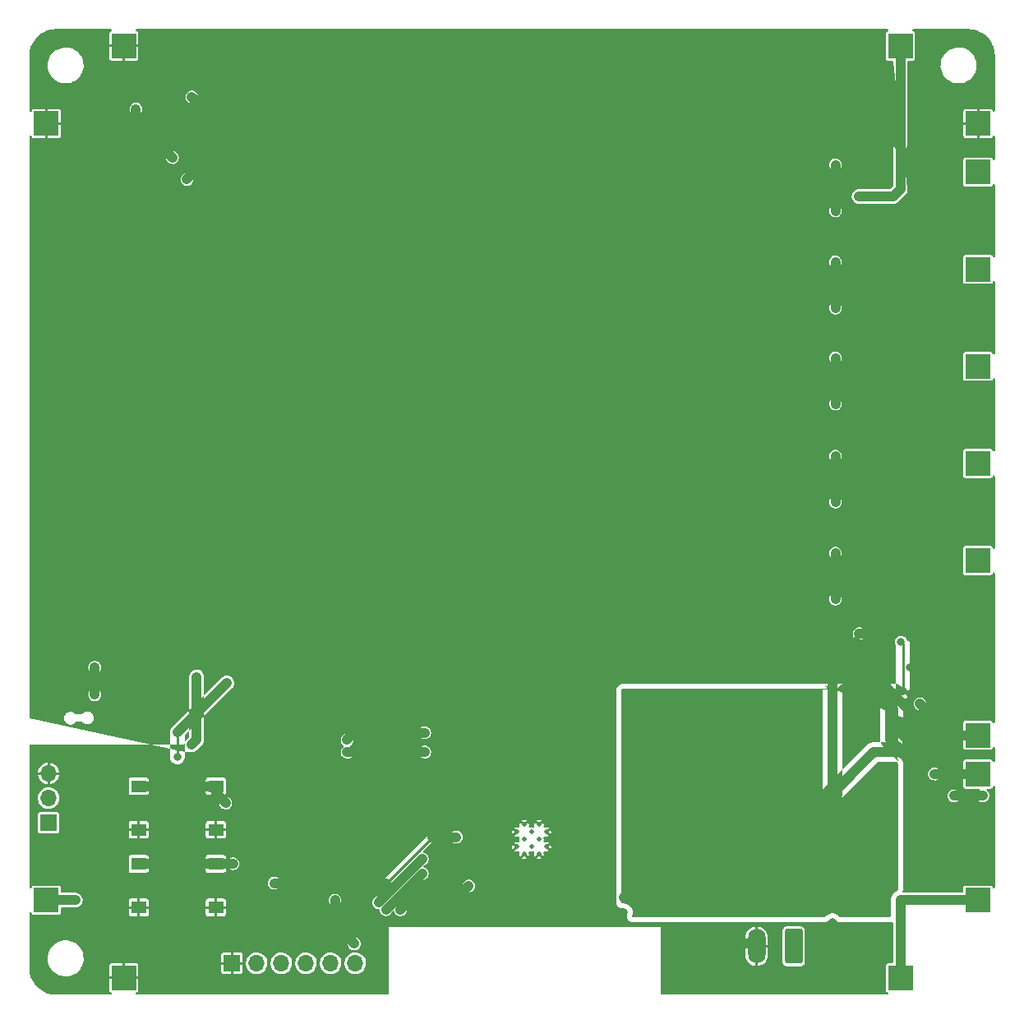
<source format=gbl>
G04 #@! TF.GenerationSoftware,KiCad,Pcbnew,(6.0.8)*
<<<<<<< Updated upstream
G04 #@! TF.CreationDate,2022-12-06T21:36:09-08:00*
=======
G04 #@! TF.CreationDate,2022-12-10T17:32:00-08:00*
>>>>>>> Stashed changes
G04 #@! TF.ProjectId,EveryDayCalendarSingleMonth,45766572-7944-4617-9943-616c656e6461,rev?*
G04 #@! TF.SameCoordinates,Original*
G04 #@! TF.FileFunction,Copper,L2,Bot*
G04 #@! TF.FilePolarity,Positive*
%FSLAX46Y46*%
G04 Gerber Fmt 4.6, Leading zero omitted, Abs format (unit mm)*
<<<<<<< Updated upstream
G04 Created by KiCad (PCBNEW (6.0.8)) date 2022-12-06 21:36:09*
=======
G04 Created by KiCad (PCBNEW (6.0.8)) date 2022-12-10 17:32:00*
>>>>>>> Stashed changes
%MOMM*%
%LPD*%
G01*
G04 APERTURE LIST*
G04 Aperture macros list*
%AMRoundRect*
0 Rectangle with rounded corners*
0 $1 Rounding radius*
0 $2 $3 $4 $5 $6 $7 $8 $9 X,Y pos of 4 corners*
0 Add a 4 corners polygon primitive as box body*
4,1,4,$2,$3,$4,$5,$6,$7,$8,$9,$2,$3,0*
0 Add four circle primitives for the rounded corners*
1,1,$1+$1,$2,$3*
1,1,$1+$1,$4,$5*
1,1,$1+$1,$6,$7*
1,1,$1+$1,$8,$9*
0 Add four rect primitives between the rounded corners*
20,1,$1+$1,$2,$3,$4,$5,0*
20,1,$1+$1,$4,$5,$6,$7,0*
20,1,$1+$1,$6,$7,$8,$9,0*
20,1,$1+$1,$8,$9,$2,$3,0*%
G04 Aperture macros list end*
G04 #@! TA.AperFunction,ComponentPad*
%ADD10C,0.475000*%
G04 #@! TD*
G04 #@! TA.AperFunction,ComponentPad*
%ADD11RoundRect,0.250000X0.650000X1.550000X-0.650000X1.550000X-0.650000X-1.550000X0.650000X-1.550000X0*%
G04 #@! TD*
G04 #@! TA.AperFunction,ComponentPad*
%ADD12O,1.800000X3.600000*%
G04 #@! TD*
G04 #@! TA.AperFunction,ComponentPad*
%ADD13R,1.700000X1.700000*%
G04 #@! TD*
G04 #@! TA.AperFunction,ComponentPad*
%ADD14O,1.700000X1.700000*%
G04 #@! TD*
G04 #@! TA.AperFunction,SMDPad,CuDef*
%ADD15R,2.500000X2.500000*%
G04 #@! TD*
G04 #@! TA.AperFunction,SMDPad,CuDef*
%ADD16R,1.550000X1.300000*%
G04 #@! TD*
G04 #@! TA.AperFunction,ViaPad*
%ADD17C,0.800000*%
G04 #@! TD*
G04 #@! TA.AperFunction,Conductor*
%ADD18C,1.000000*%
G04 #@! TD*
G04 #@! TA.AperFunction,Conductor*
%ADD19C,0.250000*%
G04 #@! TD*
G04 APERTURE END LIST*
D10*
G04 #@! TO.P,U_CPU1,39,GND*
G04 #@! TO.N,GND*
X102000000Y-124500000D03*
X101237500Y-123737500D03*
X101237500Y-125262500D03*
X102762500Y-125262500D03*
X103525000Y-122975000D03*
X102762500Y-122212500D03*
X102000000Y-122975000D03*
X102762500Y-123737500D03*
X103525000Y-124500000D03*
X101237500Y-122212500D03*
X100475000Y-122975000D03*
X100475000Y-124500000D03*
G04 #@! TD*
D11*
G04 #@! TO.P,J2_POWER_IN1,1,Pin_1*
G04 #@! TO.N,+5V*
X129000000Y-134750000D03*
D12*
G04 #@! TO.P,J2_POWER_IN1,2,Pin_2*
G04 #@! TO.N,GND*
X125190000Y-134750000D03*
G04 #@! TD*
D13*
G04 #@! TO.P,J3_PROGRAMING_PIN1,1,Pin_1*
G04 #@! TO.N,GND*
X71150000Y-136500000D03*
D14*
G04 #@! TO.P,J3_PROGRAMING_PIN1,2,Pin_2*
G04 #@! TO.N,unconnected-(J3_PROGRAMING_PIN1-Pad2)*
X73690000Y-136500000D03*
G04 #@! TO.P,J3_PROGRAMING_PIN1,3,Pin_3*
G04 #@! TO.N,+5V*
X76230000Y-136500000D03*
G04 #@! TO.P,J3_PROGRAMING_PIN1,4,Pin_4*
G04 #@! TO.N,/RXD*
X78770000Y-136500000D03*
G04 #@! TO.P,J3_PROGRAMING_PIN1,5,Pin_5*
G04 #@! TO.N,/TXD*
X81310000Y-136500000D03*
G04 #@! TO.P,J3_PROGRAMING_PIN1,6,Pin_6*
G04 #@! TO.N,/RTS*
X83850000Y-136500000D03*
G04 #@! TD*
D13*
G04 #@! TO.P,ONE_WIRE1,1,Pin_1*
G04 #@! TO.N,+5V*
X52250000Y-122025000D03*
D14*
G04 #@! TO.P,ONE_WIRE1,2,Pin_2*
G04 #@! TO.N,Net-(ONE_WIRE1-Pad2)*
X52250000Y-119485000D03*
G04 #@! TO.P,ONE_WIRE1,3,Pin_3*
G04 #@! TO.N,GND*
X52250000Y-116945000D03*
G04 #@! TD*
D15*
G04 #@! TO.P,LED_IN1,1,1*
G04 #@! TO.N,Net-(LED_IN1-Pad1)*
X148000000Y-117000000D03*
G04 #@! TD*
D16*
G04 #@! TO.P,SW_RESET1,1,A*
G04 #@! TO.N,/RESET*
X69475000Y-126250000D03*
X61525000Y-126250000D03*
G04 #@! TO.P,SW_RESET1,2,B*
G04 #@! TO.N,GND*
X69475000Y-130750000D03*
X61525000Y-130750000D03*
G04 #@! TD*
D15*
G04 #@! TO.P,LED_OUT1,1,1*
<<<<<<< Updated upstream
G04 #@! TO.N,Net-(D_S3-Pad1)*
=======
G04 #@! TO.N,Net-(DAY42-Pad2)*
>>>>>>> Stashed changes
X148000000Y-113000000D03*
G04 #@! TD*
G04 #@! TO.P,WIN2,1,1*
G04 #@! TO.N,/BUTTON_WIN2*
X148000000Y-65000000D03*
G04 #@! TD*
G04 #@! TO.P,GND2,1,1*
G04 #@! TO.N,GND*
X148000000Y-50000000D03*
G04 #@! TD*
G04 #@! TO.P,5V4,1,1*
G04 #@! TO.N,+5V*
X140000000Y-138000000D03*
G04 #@! TD*
G04 #@! TO.P,CAL_PREV1,1,1*
G04 #@! TO.N,/BUTTON_CAL_PREV*
X148000000Y-85000000D03*
G04 #@! TD*
G04 #@! TO.P,5V2,1,1*
G04 #@! TO.N,+5V*
X148000000Y-130000000D03*
G04 #@! TD*
G04 #@! TO.P,5V3,1,1*
G04 #@! TO.N,+5V*
X52000000Y-130000000D03*
G04 #@! TD*
G04 #@! TO.P,GND1,1,1*
G04 #@! TO.N,GND*
X60000000Y-42000000D03*
G04 #@! TD*
G04 #@! TO.P,5V1,1,1*
G04 #@! TO.N,+5V*
X140000000Y-42000000D03*
G04 #@! TD*
G04 #@! TO.P,GND4,1,1*
G04 #@! TO.N,GND*
X60000000Y-138000000D03*
G04 #@! TD*
G04 #@! TO.P,CAL_NEXT1,1,1*
G04 #@! TO.N,/BUTTON_CAL_NEXT*
X148000000Y-95000000D03*
G04 #@! TD*
G04 #@! TO.P,GND3,1,1*
G04 #@! TO.N,GND*
X52000000Y-50000000D03*
G04 #@! TD*
G04 #@! TO.P,MODE1,1,1*
G04 #@! TO.N,/BUTTON_MODE*
X148000000Y-75000000D03*
G04 #@! TD*
G04 #@! TO.P,WIN1,1,1*
G04 #@! TO.N,/BUTTON_WIN1*
X148000000Y-55000000D03*
G04 #@! TD*
D16*
G04 #@! TO.P,SW_BOOTLOAD1,1,A*
G04 #@! TO.N,/GPIO0*
X61525000Y-118250000D03*
X69475000Y-118250000D03*
G04 #@! TO.P,SW_BOOTLOAD1,2,B*
G04 #@! TO.N,GND*
X69475000Y-122750000D03*
X61525000Y-122750000D03*
G04 #@! TD*
D17*
<<<<<<< Updated upstream
=======
G04 #@! TO.N,GND*
X127750000Y-96250000D03*
X127750000Y-106500000D03*
>>>>>>> Stashed changes
G04 #@! TO.N,+3.3V*
X126625000Y-117375000D03*
X131000000Y-121250000D03*
X122625000Y-121375000D03*
X122500000Y-114250000D03*
X130250000Y-114250000D03*
X111500000Y-129750000D03*
X121500000Y-123000000D03*
X75500000Y-128250000D03*
X94250000Y-123500000D03*
G04 #@! TO.N,GND*
<<<<<<< Updated upstream
X80000000Y-64000000D03*
X52750000Y-94250000D03*
X53000000Y-104250000D03*
X128250000Y-84500000D03*
X73250000Y-64000000D03*
X124000000Y-83750000D03*
X124000000Y-54500000D03*
X73750000Y-104250000D03*
=======
X95062500Y-106250000D03*
X52750000Y-94250000D03*
X53000000Y-104250000D03*
X137750000Y-84500000D03*
X110562500Y-82500000D03*
X121562500Y-92500000D03*
>>>>>>> Stashed changes
X133000000Y-119000000D03*
X75750000Y-43750000D03*
X117062500Y-66250000D03*
X53000000Y-54250000D03*
X117000000Y-84750000D03*
X143250000Y-82500000D03*
<<<<<<< Updated upstream
X134275500Y-94000000D03*
=======
X117062500Y-56250000D03*
X143750000Y-114750000D03*
X132562500Y-92500000D03*
>>>>>>> Stashed changes
X130500000Y-43750000D03*
X108000000Y-56150500D03*
X61000000Y-64250000D03*
X121562500Y-102500000D03*
X88562500Y-72390000D03*
X121562500Y-72390000D03*
X97500000Y-43750000D03*
X117062500Y-96250000D03*
X61000000Y-84250000D03*
<<<<<<< Updated upstream
X84000000Y-74500000D03*
X68987701Y-54487701D03*
X143250000Y-72500000D03*
X80000000Y-74500000D03*
X135000000Y-54000000D03*
X134500000Y-77000000D03*
X121500000Y-134500000D03*
X143250000Y-67500000D03*
X61000000Y-54250000D03*
X79987701Y-103987701D03*
=======
X132562500Y-62500000D03*
X88562500Y-82500000D03*
X110562500Y-62500000D03*
X143250000Y-72500000D03*
X110562500Y-72390000D03*
X84062500Y-86250000D03*
X121500000Y-134500000D03*
X143250000Y-67500000D03*
X61000000Y-54250000D03*
X73062500Y-86250000D03*
X77562500Y-72390000D03*
X95062500Y-76140000D03*
X127562500Y-86500000D03*
>>>>>>> Stashed changes
X86500000Y-43750000D03*
X91000000Y-83500000D03*
X143250000Y-92500000D03*
<<<<<<< Updated upstream
X73750000Y-94250000D03*
=======
X137750000Y-74500000D03*
X95062500Y-96250000D03*
>>>>>>> Stashed changes
X143250000Y-87500000D03*
X124000000Y-94000000D03*
X140948294Y-105973070D03*
X143250000Y-52500000D03*
X53000000Y-64250000D03*
X84250000Y-84619500D03*
X113250000Y-64250000D03*
X84500000Y-104750000D03*
X61000000Y-104250000D03*
<<<<<<< Updated upstream
X69000000Y-63750000D03*
X102000000Y-74500000D03*
X119000000Y-56250000D03*
X80000000Y-54500000D03*
X102500000Y-43750000D03*
X128250000Y-64250000D03*
X53750000Y-125000000D03*
X106250000Y-64250000D03*
X128250000Y-104750000D03*
X130000000Y-56250000D03*
X124500000Y-43750000D03*
X80000000Y-94000000D03*
X95500000Y-104750000D03*
X108500000Y-43750000D03*
X106000000Y-74500000D03*
X137000000Y-103250000D03*
X113000000Y-83750000D03*
=======
X121562500Y-82500000D03*
X73062500Y-66250000D03*
X66562500Y-72390000D03*
X132562500Y-82500000D03*
X102500000Y-43750000D03*
X84062500Y-76140000D03*
X53750000Y-125000000D03*
X88562500Y-102500000D03*
X132562500Y-72390000D03*
X106062500Y-86250000D03*
X124500000Y-43750000D03*
X66562500Y-92500000D03*
X106062500Y-106250000D03*
X108500000Y-43750000D03*
X73062500Y-106250000D03*
>>>>>>> Stashed changes
X107000000Y-111750000D03*
X99562500Y-92500000D03*
X53000000Y-74250000D03*
<<<<<<< Updated upstream
X113000000Y-54500000D03*
X60750000Y-94250000D03*
X119500000Y-43750000D03*
X102000000Y-64250000D03*
X143250000Y-57500000D03*
X73250000Y-74000000D03*
X90987701Y-93987701D03*
=======
X121562500Y-52500000D03*
X77562500Y-52500000D03*
X60750000Y-94250000D03*
X119500000Y-43750000D03*
X77562500Y-102500000D03*
X84062500Y-106250000D03*
X143250000Y-57500000D03*
X99562500Y-82500000D03*
>>>>>>> Stashed changes
X74500000Y-131000000D03*
X106062500Y-96250000D03*
X54500000Y-115500000D03*
X53000000Y-84250000D03*
X91500000Y-43750000D03*
X117000000Y-64250000D03*
X136250000Y-55250000D03*
X90750000Y-131250000D03*
X84062500Y-66250000D03*
X143250000Y-97500000D03*
<<<<<<< Updated upstream
X117500000Y-94634500D03*
X61000000Y-74250000D03*
X95500000Y-94634500D03*
X96500000Y-56250000D03*
X134250000Y-73500000D03*
X117000000Y-74500000D03*
X102000000Y-93750000D03*
X124250000Y-64250000D03*
=======
X128062500Y-56500000D03*
X95062500Y-86250000D03*
X61000000Y-74250000D03*
X127562500Y-66500000D03*
X138000000Y-101250000D03*
X132562500Y-102500000D03*
X132562500Y-52500000D03*
>>>>>>> Stashed changes
X64500000Y-43750000D03*
X144500000Y-122750000D03*
X113000000Y-104000000D03*
X111500000Y-131250000D03*
X71000000Y-134750000D03*
X99562500Y-62500000D03*
X143250000Y-62500000D03*
<<<<<<< Updated upstream
X90845201Y-103845201D03*
X91000000Y-64000000D03*
X100000000Y-111250000D03*
X135000000Y-64500000D03*
X95000000Y-74500000D03*
X80095201Y-83595201D03*
X91000000Y-74250000D03*
X69145201Y-83895201D03*
X85250000Y-56250000D03*
X128000000Y-74500000D03*
X133750000Y-83250000D03*
X69000000Y-103750000D03*
X91000000Y-54500000D03*
X117750000Y-104750000D03*
X95250000Y-84619500D03*
X95000000Y-64250000D03*
X141500000Y-123000000D03*
X124000000Y-103750000D03*
X106500000Y-94619500D03*
X102000000Y-54500000D03*
X113000000Y-74500000D03*
X140948294Y-102973070D03*
X106250000Y-84619500D03*
X133500000Y-103250000D03*
X135250000Y-66500000D03*
X80500000Y-43750000D03*
X113500000Y-43750000D03*
X141000000Y-108750000D03*
X101862701Y-104112701D03*
X69500000Y-43750000D03*
X73250000Y-84250000D03*
X102000000Y-83500000D03*
=======
X100000000Y-111500000D03*
X106062500Y-56250000D03*
X137750000Y-55000000D03*
X99562500Y-102500000D03*
X95062500Y-56250000D03*
X110562500Y-92500000D03*
X117062500Y-76140000D03*
X66562500Y-52500000D03*
X121562500Y-62500000D03*
X77562500Y-92500000D03*
X95062500Y-66250000D03*
X141500000Y-123000000D03*
X73062500Y-76140000D03*
X88562500Y-62500000D03*
X99562500Y-52500000D03*
X117062500Y-86250000D03*
X88562500Y-52500000D03*
X106062500Y-76140000D03*
X110562500Y-52500000D03*
X88562500Y-92500000D03*
X117062500Y-106250000D03*
X80500000Y-43750000D03*
X113500000Y-43750000D03*
X66562500Y-62500000D03*
X73062500Y-96250000D03*
X84062500Y-56250000D03*
X127562500Y-76390000D03*
X73062500Y-56250000D03*
X69500000Y-43750000D03*
X110562500Y-102500000D03*
X137750000Y-65000000D03*
X77562500Y-82500000D03*
X99562500Y-72390000D03*
>>>>>>> Stashed changes
X133000000Y-132257500D03*
X134500000Y-86750000D03*
X135500000Y-43750000D03*
<<<<<<< Updated upstream
X113237701Y-93737701D03*
X84000000Y-64250000D03*
X128000000Y-94500000D03*
X75000000Y-56000000D03*
X69000000Y-74000000D03*
X143250000Y-77500000D03*
X134500000Y-96750000D03*
X84000000Y-94750000D03*
X135500000Y-103250000D03*
X69000000Y-93750000D03*
X106500000Y-104750000D03*
X124000000Y-73750000D03*
G04 #@! TO.N,+5V*
X55000000Y-130000000D03*
X135750000Y-57500000D03*
X138950000Y-109500000D03*
X140250000Y-114750000D03*
X140000000Y-130000000D03*
X67500000Y-107000000D03*
X67000000Y-114000000D03*
=======
X77562500Y-62500000D03*
X106062500Y-66250000D03*
X84062500Y-96250000D03*
X137750000Y-94750000D03*
X143250000Y-77500000D03*
X66562500Y-82500000D03*
X66562500Y-102500000D03*
G04 #@! TO.N,+5V*
X55000000Y-130000000D03*
X140250000Y-108500000D03*
X70610000Y-107610000D03*
X140000000Y-52000000D03*
X140000000Y-130000000D03*
X65500000Y-115250000D03*
X140075000Y-103425000D03*
>>>>>>> Stashed changes
G04 #@! TO.N,/RESET*
X71250000Y-126250000D03*
X95537500Y-128537500D03*
X88500000Y-131000000D03*
G04 #@! TO.N,/RXD*
X86250000Y-130250000D03*
X90750000Y-125750000D03*
G04 #@! TO.N,/TXD*
X90750000Y-127250000D03*
X87000000Y-131000000D03*
G04 #@! TO.N,/RTS*
X83750000Y-134500000D03*
X81750000Y-130000000D03*
G04 #@! TO.N,Net-(DAY1-Pad4)*
X66500000Y-55750000D03*
X67000000Y-47250000D03*
X145500000Y-119250000D03*
X148500000Y-119250000D03*
G04 #@! TO.N,/GPIO0*
X91000000Y-114750000D03*
X83000000Y-114750000D03*
X70500000Y-120000000D03*
G04 #@! TO.N,/BUTTON_MODE*
X147725000Y-75225000D03*
G04 #@! TO.N,/BUTTON_CAL_NEXT*
X147725000Y-95025000D03*
G04 #@! TO.N,/BUTTON_CAL_PREV*
X147725000Y-85275000D03*
G04 #@! TO.N,/WEEK5*
X57000000Y-108843698D03*
X57000000Y-106000000D03*
G04 #@! TO.N,/BUTTON_WIN1*
X147725000Y-55225000D03*
<<<<<<< Updated upstream
G04 #@! TO.N,Net-(DAY1-Pad3)*
X145500000Y-119250000D03*
X65000000Y-53500000D03*
X148500000Y-119250000D03*
X61250000Y-48500000D03*
=======
>>>>>>> Stashed changes
G04 #@! TO.N,/BUTTON_WIN2*
X147725000Y-65225000D03*
G04 #@! TO.N,Net-(DAY7-Pad2)*
X133312500Y-54250000D03*
X133312500Y-59000000D03*
G04 #@! TO.N,Net-(DAY14-Pad2)*
X133312500Y-69000000D03*
X133312500Y-64250000D03*
G04 #@! TO.N,Net-(DAY21-Pad2)*
X133312500Y-74140000D03*
X133312500Y-78890000D03*
G04 #@! TO.N,Net-(DAY28-Pad2)*
X133312500Y-89000000D03*
X133312500Y-84250000D03*
G04 #@! TO.N,Net-(DAY35-Pad2)*
X133312500Y-99000000D03*
X133312500Y-94250000D03*
G04 #@! TO.N,Net-(LED_IN1-Pad1)*
X143500000Y-117000000D03*
<<<<<<< Updated upstream
G04 #@! TO.N,Net-(D_S3-Pad1)*
X142025500Y-109775500D03*
G04 #@! TD*
D18*
G04 #@! TO.N,GND*
X133000000Y-103750000D02*
X133500000Y-103250000D01*
X133000000Y-119000000D02*
X133000000Y-103750000D01*
X121500000Y-134500000D02*
X124940000Y-134500000D01*
D19*
=======
G04 #@! TO.N,Net-(DAY42-Pad2)*
X135750000Y-102537000D03*
G04 #@! TO.N,Net-(ONE_WIRE1-Pad2)*
X91000000Y-112750000D03*
X83000000Y-113500000D03*
G04 #@! TD*
D18*
>>>>>>> Stashed changes
G04 #@! TO.N,+3.3V*
X87000000Y-128250000D02*
X75500000Y-128250000D01*
X94250000Y-123500000D02*
X91750000Y-123500000D01*
D18*
X114692500Y-129807500D02*
X111557500Y-129807500D01*
D19*
X91750000Y-123500000D02*
X87000000Y-128250000D01*
D18*
X111557500Y-129807500D02*
X111500000Y-129750000D01*
X121500000Y-123000000D02*
X114692500Y-129807500D01*
<<<<<<< Updated upstream
G04 #@! TO.N,+5V*
X140000000Y-56750000D02*
X140000000Y-42000000D01*
=======
G04 #@! TO.N,GND*
X133000000Y-119000000D02*
X137250000Y-114750000D01*
X137250000Y-114750000D02*
X143750000Y-114750000D01*
X121500000Y-134500000D02*
X124940000Y-134500000D01*
G04 #@! TO.N,+5V*
X65500000Y-112720000D02*
X70610000Y-107610000D01*
>>>>>>> Stashed changes
X55000000Y-130000000D02*
X52000000Y-130000000D01*
X140000000Y-130000000D02*
X148000000Y-130000000D01*
<<<<<<< Updated upstream
X140250000Y-114750000D02*
X138950000Y-113450000D01*
X135750000Y-57500000D02*
X139250000Y-57500000D01*
X140000000Y-130000000D02*
X140000000Y-138000000D01*
X139250000Y-57500000D02*
X140000000Y-56750000D01*
X67500000Y-107000000D02*
X67500000Y-113500000D01*
X138950000Y-113450000D02*
X138950000Y-109500000D01*
X67500000Y-113500000D02*
X67000000Y-114000000D01*
D19*
=======
X140250000Y-108500000D02*
X140250000Y-103600000D01*
X140000000Y-130000000D02*
X140000000Y-138000000D01*
X140000000Y-52000000D02*
X140000000Y-42000000D01*
X65500000Y-115250000D02*
X65500000Y-112720000D01*
D18*
>>>>>>> Stashed changes
G04 #@! TO.N,/RESET*
X94825000Y-129250000D02*
X95537500Y-128537500D01*
X69475000Y-126250000D02*
X71250000Y-126250000D01*
X61525000Y-126250000D02*
X69475000Y-126250000D01*
X90250000Y-129250000D02*
X88500000Y-131000000D01*
X94825000Y-129250000D02*
X90250000Y-129250000D01*
G04 #@! TO.N,/RXD*
X90750000Y-125750000D02*
X86250000Y-130250000D01*
G04 #@! TO.N,/TXD*
X90750000Y-127250000D02*
X87000000Y-131000000D01*
G04 #@! TO.N,/RTS*
X81750000Y-132500000D02*
X83750000Y-134500000D01*
X81750000Y-130000000D02*
X81750000Y-132500000D01*
G04 #@! TO.N,Net-(DAY1-Pad4)*
X67000000Y-47250000D02*
X67287500Y-47537500D01*
X67287500Y-54962500D02*
X66500000Y-55750000D01*
X67287500Y-47537500D02*
X67287500Y-54962500D01*
X148500000Y-119250000D02*
X145500000Y-119250000D01*
G04 #@! TO.N,/GPIO0*
X61525000Y-118250000D02*
X69475000Y-118250000D01*
X83000000Y-114750000D02*
X91000000Y-114750000D01*
X69475000Y-118975000D02*
X69475000Y-118250000D01*
X70500000Y-120000000D02*
X69475000Y-118975000D01*
G04 #@! TO.N,/WEEK5*
X57000000Y-108843698D02*
X57000000Y-106000000D01*
<<<<<<< Updated upstream
G04 #@! TO.N,Net-(DAY1-Pad3)*
X65000000Y-53500000D02*
X61250000Y-49750000D01*
X61250000Y-49750000D02*
X61250000Y-48500000D01*
X148500000Y-119250000D02*
X145500000Y-119250000D01*
G04 #@! TO.N,Net-(LED_IN1-Pad1)*
X143500000Y-117000000D02*
X148000000Y-117000000D01*
G04 #@! TO.N,Net-(D_S3-Pad1)*
X142025500Y-109775500D02*
X145250000Y-113000000D01*
X145250000Y-113000000D02*
X148000000Y-113000000D01*
=======
G04 #@! TO.N,Net-(DAY7-Pad2)*
X133312500Y-54250000D02*
X133312500Y-59000000D01*
G04 #@! TO.N,Net-(DAY14-Pad2)*
X133312500Y-64250000D02*
X133312500Y-69000000D01*
G04 #@! TO.N,Net-(DAY21-Pad2)*
X133312500Y-74140000D02*
X133312500Y-78890000D01*
G04 #@! TO.N,Net-(DAY28-Pad2)*
X133312500Y-84250000D02*
X133312500Y-89000000D01*
G04 #@! TO.N,Net-(DAY35-Pad2)*
X133312500Y-94250000D02*
X133312500Y-99000000D01*
G04 #@! TO.N,Net-(LED_IN1-Pad1)*
X143500000Y-117000000D02*
X148000000Y-117000000D01*
G04 #@! TO.N,Net-(DAY42-Pad2)*
X148000000Y-113000000D02*
X143500000Y-113000000D01*
X136750000Y-102500000D02*
X135750000Y-102500000D01*
X137250000Y-106750000D02*
X137250000Y-103000000D01*
X143500000Y-113000000D02*
X137250000Y-106750000D01*
X137250000Y-103000000D02*
X136750000Y-102500000D01*
X135750000Y-102500000D02*
X135750000Y-102537000D01*
G04 #@! TO.N,Net-(ONE_WIRE1-Pad2)*
X83750000Y-112750000D02*
X83000000Y-113500000D01*
X91000000Y-112750000D02*
X83750000Y-112750000D01*
>>>>>>> Stashed changes
G04 #@! TD*
G04 #@! TA.AperFunction,Conductor*
G04 #@! TO.N,GND*
G36*
X58727911Y-40274502D02*
G01*
X58774404Y-40328158D01*
X58784508Y-40398432D01*
X58755014Y-40463012D01*
X58695288Y-40501396D01*
X58684369Y-40504079D01*
X58663069Y-40508315D01*
X58640573Y-40517633D01*
X58577192Y-40559983D01*
X58559983Y-40577192D01*
X58517632Y-40640575D01*
X58508316Y-40663066D01*
X58497207Y-40718915D01*
X58496000Y-40731170D01*
X58496000Y-41854885D01*
X58500475Y-41870124D01*
X58501865Y-41871329D01*
X58509548Y-41873000D01*
X61485884Y-41873000D01*
X61501123Y-41868525D01*
X61502328Y-41867135D01*
X61503999Y-41859452D01*
X61503999Y-40731172D01*
X61502791Y-40718912D01*
X61491685Y-40663069D01*
X61482367Y-40640573D01*
X61440017Y-40577192D01*
X61422808Y-40559983D01*
X61359425Y-40517632D01*
X61336934Y-40508316D01*
X61315633Y-40504079D01*
X61252724Y-40471172D01*
X61217591Y-40409477D01*
X61221391Y-40338582D01*
X61262916Y-40280996D01*
X61328983Y-40255002D01*
X61340214Y-40254500D01*
X138657227Y-40254500D01*
X138725348Y-40274502D01*
X138771841Y-40328158D01*
X138781945Y-40398432D01*
X138752451Y-40463012D01*
X138692725Y-40501396D01*
X138681806Y-40504079D01*
X138662874Y-40507844D01*
X138662872Y-40507845D01*
X138650699Y-40510266D01*
X138640379Y-40517161D01*
X138640378Y-40517162D01*
X138626568Y-40526390D01*
X138566516Y-40566516D01*
X138510266Y-40650699D01*
X138495500Y-40724933D01*
X138495501Y-43275066D01*
X138502612Y-43310818D01*
X138507806Y-43336931D01*
X138510266Y-43349301D01*
X138566516Y-43433484D01*
X138650699Y-43489734D01*
X138724933Y-43504500D01*
X139119500Y-43504500D01*
X139187621Y-43524502D01*
X139234114Y-43578158D01*
<<<<<<< Updated upstream
X139245500Y-43630500D01*
X139245500Y-56385286D01*
X139225498Y-56453407D01*
X139208595Y-56474381D01*
X138974381Y-56708595D01*
X138912069Y-56742621D01*
X138885286Y-56745500D01*
X135705947Y-56745500D01*
X135614050Y-56756214D01*
X135582518Y-56759890D01*
X135582516Y-56759890D01*
X135575246Y-56760738D01*
X135568369Y-56763234D01*
X135568366Y-56763235D01*
X135438953Y-56810210D01*
X135409866Y-56820768D01*
X135403749Y-56824778D01*
X135403746Y-56824780D01*
X135336299Y-56869001D01*
X135262732Y-56917234D01*
X135141736Y-57044960D01*
X135053368Y-57197096D01*
X135002370Y-57365480D01*
X134991476Y-57541080D01*
X135021271Y-57714477D01*
X135090156Y-57876368D01*
X135194437Y-58018071D01*
X135328520Y-58131982D01*
X135343110Y-58139432D01*
X135478695Y-58208666D01*
X135478700Y-58208668D01*
X135485212Y-58211993D01*
X135492318Y-58213732D01*
X135492321Y-58213733D01*
X135573710Y-58233648D01*
X135656108Y-58253811D01*
X135661710Y-58254159D01*
X135661713Y-58254159D01*
X135665275Y-58254380D01*
X135665284Y-58254380D01*
X135667214Y-58254500D01*
X139183235Y-58254500D01*
X139202185Y-58255933D01*
X139216255Y-58258074D01*
X139216259Y-58258074D01*
X139223489Y-58259174D01*
X139230780Y-58258581D01*
X139230783Y-58258581D01*
X139275848Y-58254915D01*
X139286063Y-58254500D01*
X139294053Y-58254500D01*
X139301302Y-58253655D01*
X139322113Y-58251229D01*
X139326487Y-58250796D01*
X139391549Y-58245504D01*
X139391552Y-58245503D01*
X139398847Y-58244910D01*
X139405809Y-58242655D01*
X139411677Y-58241482D01*
X139417484Y-58240110D01*
X139424754Y-58239262D01*
X139493060Y-58214468D01*
X139497163Y-58213060D01*
X139566222Y-58190688D01*
X139572479Y-58186891D01*
X139577926Y-58184398D01*
X139583254Y-58181730D01*
X139590134Y-58179232D01*
X139650849Y-58139426D01*
X139654559Y-58137085D01*
X139711838Y-58102327D01*
X139711840Y-58102325D01*
X139716633Y-58099417D01*
X139724974Y-58092051D01*
X139724996Y-58092076D01*
X139728041Y-58089376D01*
X139731146Y-58086780D01*
X139737268Y-58082766D01*
X139790199Y-58026891D01*
X139792575Y-58024450D01*
X140486303Y-57330721D01*
X140500717Y-57318334D01*
X140512172Y-57309904D01*
X140518071Y-57305563D01*
X140552089Y-57265521D01*
X140559019Y-57258005D01*
X140564662Y-57252362D01*
X140582214Y-57230178D01*
X140584981Y-57226804D01*
X140627243Y-57177058D01*
X140631982Y-57171480D01*
X140635311Y-57164961D01*
X140638628Y-57159987D01*
X140641763Y-57154911D01*
X140646307Y-57149168D01*
X140677053Y-57083382D01*
X140678985Y-57079430D01*
X140708665Y-57021305D01*
X140711993Y-57014788D01*
X140713732Y-57007680D01*
X140715814Y-57002082D01*
X140717701Y-56996409D01*
X140720800Y-56989779D01*
X140735585Y-56918697D01*
X140736556Y-56914406D01*
X140752477Y-56849344D01*
X140752477Y-56849343D01*
X140753811Y-56843892D01*
X140754500Y-56832786D01*
X140754534Y-56832788D01*
X140754777Y-56828729D01*
X140755137Y-56824695D01*
X140756628Y-56817527D01*
X140754546Y-56740585D01*
X140754500Y-56737177D01*
=======
X139245500Y-43630499D01*
X139245500Y-52044053D01*
X139260738Y-52174754D01*
X139320768Y-52340134D01*
X139417234Y-52487268D01*
X139544960Y-52608264D01*
X139697096Y-52696632D01*
X139865480Y-52747630D01*
X140041080Y-52758524D01*
X140048296Y-52757284D01*
X140048298Y-52757284D01*
X140207262Y-52729969D01*
X140207264Y-52729968D01*
X140214477Y-52728729D01*
X140376368Y-52659844D01*
X140518071Y-52555563D01*
X140631982Y-52421480D01*
X140654201Y-52377966D01*
X140708666Y-52271305D01*
X140708668Y-52271300D01*
X140711993Y-52264788D01*
X140753811Y-52093892D01*
X140754500Y-52082786D01*
>>>>>>> Stashed changes
X140754500Y-51268828D01*
X146496001Y-51268828D01*
X146497209Y-51281088D01*
X146508315Y-51336931D01*
X146517633Y-51359427D01*
X146559983Y-51422808D01*
X146577192Y-51440017D01*
X146640575Y-51482368D01*
X146663066Y-51491684D01*
X146718915Y-51502793D01*
X146731170Y-51504000D01*
X147854885Y-51504000D01*
X147870124Y-51499525D01*
X147871329Y-51498135D01*
X147873000Y-51490452D01*
X147873000Y-50145115D01*
X147868525Y-50129876D01*
X147867135Y-50128671D01*
X147859452Y-50127000D01*
X146514116Y-50127000D01*
X146498877Y-50131475D01*
X146497672Y-50132865D01*
X146496001Y-50140548D01*
X146496001Y-51268828D01*
X140754500Y-51268828D01*
X140754500Y-49854885D01*
X146496000Y-49854885D01*
X146500475Y-49870124D01*
X146501865Y-49871329D01*
X146509548Y-49873000D01*
X147854885Y-49873000D01*
X147870124Y-49868525D01*
X147871329Y-49867135D01*
X147873000Y-49859452D01*
X147873000Y-48514116D01*
X147868525Y-48498877D01*
X147867135Y-48497672D01*
X147859452Y-48496001D01*
X146731172Y-48496001D01*
X146718912Y-48497209D01*
X146663069Y-48508315D01*
X146640573Y-48517633D01*
X146577192Y-48559983D01*
X146559983Y-48577192D01*
X146517632Y-48640575D01*
X146508316Y-48663066D01*
X146497207Y-48718915D01*
X146496000Y-48731170D01*
X146496000Y-49854885D01*
X140754500Y-49854885D01*
X140754500Y-44042186D01*
X144141018Y-44042186D01*
X144166579Y-44310100D01*
X144230547Y-44571518D01*
X144331583Y-44820963D01*
X144467569Y-45053210D01*
X144635658Y-45263395D01*
X144832327Y-45447113D01*
X145053457Y-45600516D01*
X145294416Y-45720391D01*
X145298750Y-45721812D01*
X145298753Y-45721813D01*
X145545823Y-45802807D01*
X145545829Y-45802808D01*
X145550156Y-45804227D01*
X145554647Y-45805007D01*
X145554648Y-45805007D01*
X145811538Y-45849611D01*
X145811546Y-45849612D01*
X145815319Y-45850267D01*
X145819156Y-45850458D01*
X145898777Y-45854422D01*
X145898785Y-45854422D01*
X145900348Y-45854500D01*
X146068374Y-45854500D01*
X146070642Y-45854335D01*
X146070654Y-45854335D01*
X146201457Y-45844844D01*
X146268425Y-45839985D01*
X146272880Y-45839001D01*
X146272883Y-45839001D01*
X146526770Y-45782947D01*
X146526772Y-45782946D01*
X146531226Y-45781963D01*
X146782900Y-45686613D01*
X147018172Y-45555931D01*
X147164842Y-45443996D01*
X147228491Y-45395421D01*
X147228495Y-45395417D01*
X147232116Y-45392654D01*
X147420249Y-45200203D01*
X147527242Y-45053210D01*
X147575942Y-44986304D01*
X147575947Y-44986297D01*
X147578630Y-44982610D01*
X147703941Y-44744433D01*
X147793557Y-44490662D01*
X147818688Y-44363156D01*
X147844720Y-44231083D01*
X147844721Y-44231077D01*
X147845601Y-44226611D01*
X147854782Y-44042186D01*
X147858755Y-43962383D01*
X147858755Y-43962377D01*
X147858982Y-43957814D01*
X147833421Y-43689900D01*
X147787759Y-43503291D01*
X147770539Y-43432920D01*
X147769453Y-43428482D01*
X147668417Y-43179037D01*
X147532431Y-42946790D01*
X147364342Y-42736605D01*
X147167673Y-42552887D01*
X146946543Y-42399484D01*
X146705584Y-42279609D01*
X146701250Y-42278188D01*
X146701247Y-42278187D01*
X146454177Y-42197193D01*
X146454171Y-42197192D01*
X146449844Y-42195773D01*
X146445352Y-42194993D01*
X146188462Y-42150389D01*
X146188454Y-42150388D01*
X146184681Y-42149733D01*
X146174718Y-42149237D01*
X146101223Y-42145578D01*
X146101215Y-42145578D01*
X146099652Y-42145500D01*
X145931626Y-42145500D01*
X145929358Y-42145665D01*
X145929346Y-42145665D01*
X145798543Y-42155156D01*
X145731575Y-42160015D01*
X145727120Y-42160999D01*
X145727117Y-42160999D01*
X145473230Y-42217053D01*
X145473228Y-42217054D01*
X145468774Y-42218037D01*
X145217100Y-42313387D01*
X145213114Y-42315601D01*
X145213112Y-42315602D01*
X145065754Y-42397452D01*
X144981828Y-42444069D01*
X144978196Y-42446841D01*
X144771509Y-42604579D01*
X144771505Y-42604583D01*
X144767884Y-42607346D01*
X144579751Y-42799797D01*
X144577066Y-42803486D01*
X144424058Y-43013696D01*
X144424053Y-43013703D01*
X144421370Y-43017390D01*
X144296059Y-43255567D01*
X144206443Y-43509338D01*
X144195989Y-43562378D01*
X144170855Y-43689900D01*
X144154399Y-43773389D01*
X144154172Y-43777942D01*
X144154172Y-43777945D01*
X144144991Y-43962383D01*
X144141018Y-44042186D01*
X140754500Y-44042186D01*
X140754500Y-43630499D01*
X140774502Y-43562378D01*
X140828158Y-43515885D01*
X140880500Y-43504499D01*
X141275066Y-43504499D01*
X141310818Y-43497388D01*
X141337126Y-43492156D01*
X141337128Y-43492155D01*
X141349301Y-43489734D01*
X141359621Y-43482839D01*
X141359622Y-43482838D01*
X141423168Y-43440377D01*
X141433484Y-43433484D01*
X141489734Y-43349301D01*
X141504500Y-43275067D01*
X141504499Y-40724934D01*
X141493950Y-40671894D01*
X141492156Y-40662874D01*
X141492155Y-40662872D01*
X141489734Y-40650699D01*
X141433484Y-40566516D01*
X141349301Y-40510266D01*
X141318197Y-40504079D01*
X141255287Y-40471171D01*
X141220155Y-40409476D01*
X141223955Y-40338582D01*
X141265481Y-40280996D01*
X141331548Y-40255001D01*
X141342778Y-40254500D01*
X146962524Y-40254500D01*
X146987103Y-40256921D01*
X147000000Y-40259486D01*
X147012172Y-40257065D01*
X147024579Y-40257065D01*
X147024579Y-40257262D01*
X147035506Y-40256494D01*
X147300337Y-40271366D01*
X147314369Y-40272947D01*
X147459164Y-40297549D01*
X147603955Y-40322150D01*
X147617730Y-40325294D01*
X147663854Y-40338582D01*
X147899992Y-40406612D01*
X147913311Y-40411273D01*
X148184695Y-40523684D01*
X148197418Y-40529811D01*
X148454506Y-40671899D01*
X148466454Y-40679406D01*
X148663653Y-40819326D01*
X148706027Y-40849392D01*
X148717062Y-40858192D01*
X148936086Y-41053923D01*
X148946076Y-41063913D01*
X149141808Y-41282938D01*
X149150606Y-41293971D01*
X149320594Y-41533546D01*
X149328101Y-41545494D01*
X149399378Y-41674459D01*
X149470187Y-41802578D01*
X149476316Y-41815305D01*
X149588727Y-42086689D01*
X149593388Y-42100008D01*
X149644720Y-42278187D01*
X149674706Y-42382270D01*
X149677850Y-42396045D01*
X149678876Y-42402084D01*
X149722587Y-42659345D01*
X149727052Y-42685626D01*
X149728634Y-42699663D01*
X149742312Y-42943223D01*
X149743506Y-42964491D01*
X149742738Y-42975421D01*
X149742935Y-42975421D01*
X149742935Y-42987828D01*
X149740514Y-43000000D01*
X149742935Y-43012170D01*
X149743079Y-43012894D01*
X149745500Y-43037476D01*
X149745500Y-48659790D01*
X149725498Y-48727911D01*
X149671842Y-48774404D01*
X149601568Y-48784508D01*
X149536988Y-48755014D01*
X149498604Y-48695288D01*
X149495921Y-48684369D01*
X149491685Y-48663069D01*
X149482367Y-48640573D01*
X149440017Y-48577192D01*
X149422808Y-48559983D01*
X149359425Y-48517632D01*
X149336934Y-48508316D01*
X149281085Y-48497207D01*
X149268830Y-48496000D01*
X148145115Y-48496000D01*
X148129876Y-48500475D01*
X148128671Y-48501865D01*
X148127000Y-48509548D01*
X148127000Y-51485884D01*
X148131475Y-51501123D01*
X148132865Y-51502328D01*
X148140548Y-51503999D01*
X149268828Y-51503999D01*
X149281088Y-51502791D01*
X149336931Y-51491685D01*
X149359427Y-51482367D01*
X149422808Y-51440017D01*
X149440017Y-51422808D01*
X149482368Y-51359425D01*
X149491684Y-51336934D01*
X149495921Y-51315633D01*
X149528828Y-51252724D01*
X149590523Y-51217591D01*
X149661418Y-51221391D01*
X149719004Y-51262916D01*
X149744998Y-51328983D01*
X149745500Y-51340214D01*
X149745500Y-53657227D01*
X149725498Y-53725348D01*
X149671842Y-53771841D01*
X149601568Y-53781945D01*
X149536988Y-53752451D01*
X149498604Y-53692725D01*
X149495921Y-53681806D01*
X149492156Y-53662874D01*
X149492155Y-53662872D01*
X149489734Y-53650699D01*
X149479595Y-53635524D01*
X149440377Y-53576832D01*
X149433484Y-53566516D01*
X149394835Y-53540691D01*
X149359620Y-53517161D01*
X149349301Y-53510266D01*
X149275067Y-53495500D01*
X148000207Y-53495500D01*
X146724934Y-53495501D01*
X146689182Y-53502612D01*
X146662874Y-53507844D01*
X146662872Y-53507845D01*
X146650699Y-53510266D01*
X146640379Y-53517161D01*
X146640378Y-53517162D01*
X146579985Y-53557516D01*
X146566516Y-53566516D01*
X146510266Y-53650699D01*
X146495500Y-53724933D01*
X146495501Y-56275066D01*
X146500970Y-56302563D01*
X146504080Y-56318197D01*
X146510266Y-56349301D01*
X146517161Y-56359620D01*
X146517162Y-56359622D01*
X146547868Y-56405576D01*
X146566516Y-56433484D01*
X146650699Y-56489734D01*
X146724933Y-56504500D01*
X147999793Y-56504500D01*
X149275066Y-56504499D01*
X149310818Y-56497388D01*
X149337126Y-56492156D01*
X149337128Y-56492155D01*
X149349301Y-56489734D01*
X149359621Y-56482839D01*
X149359622Y-56482838D01*
X149423168Y-56440377D01*
X149433484Y-56433484D01*
X149489734Y-56349301D01*
X149495921Y-56318197D01*
X149528829Y-56255287D01*
X149590524Y-56220155D01*
X149661418Y-56223955D01*
X149719004Y-56265481D01*
X149744999Y-56331548D01*
X149745500Y-56342778D01*
X149745500Y-63657227D01*
X149725498Y-63725348D01*
X149671842Y-63771841D01*
X149601568Y-63781945D01*
X149536988Y-63752451D01*
X149498604Y-63692725D01*
X149495921Y-63681806D01*
X149492156Y-63662874D01*
X149492155Y-63662872D01*
X149489734Y-63650699D01*
X149479595Y-63635524D01*
X149440377Y-63576832D01*
X149433484Y-63566516D01*
X149349301Y-63510266D01*
X149275067Y-63495500D01*
X148000207Y-63495500D01*
X146724934Y-63495501D01*
X146689182Y-63502612D01*
X146662874Y-63507844D01*
X146662872Y-63507845D01*
X146650699Y-63510266D01*
X146640379Y-63517161D01*
X146640378Y-63517162D01*
X146579985Y-63557516D01*
X146566516Y-63566516D01*
X146510266Y-63650699D01*
X146495500Y-63724933D01*
X146495501Y-66275066D01*
X146502612Y-66310818D01*
X146504080Y-66318197D01*
X146510266Y-66349301D01*
X146566516Y-66433484D01*
X146650699Y-66489734D01*
X146724933Y-66504500D01*
X147999793Y-66504500D01*
X149275066Y-66504499D01*
X149310818Y-66497388D01*
X149337126Y-66492156D01*
X149337128Y-66492155D01*
X149349301Y-66489734D01*
X149359621Y-66482839D01*
X149359622Y-66482838D01*
X149423168Y-66440377D01*
X149433484Y-66433484D01*
X149489734Y-66349301D01*
X149495921Y-66318197D01*
X149528829Y-66255287D01*
X149590524Y-66220155D01*
X149661418Y-66223955D01*
X149719004Y-66265481D01*
X149744999Y-66331548D01*
X149745500Y-66342778D01*
X149745500Y-73657227D01*
X149725498Y-73725348D01*
X149671842Y-73771841D01*
X149601568Y-73781945D01*
X149536988Y-73752451D01*
X149498604Y-73692725D01*
X149495921Y-73681806D01*
X149492156Y-73662874D01*
X149492155Y-73662872D01*
X149489734Y-73650699D01*
X149454930Y-73598611D01*
X149440377Y-73576832D01*
X149433484Y-73566516D01*
X149349301Y-73510266D01*
X149275067Y-73495500D01*
X148000207Y-73495500D01*
X146724934Y-73495501D01*
X146689182Y-73502612D01*
X146662874Y-73507844D01*
X146662872Y-73507845D01*
X146650699Y-73510266D01*
X146640379Y-73517161D01*
X146640378Y-73517162D01*
X146627864Y-73525524D01*
X146566516Y-73566516D01*
X146510266Y-73650699D01*
X146495500Y-73724933D01*
X146495501Y-76275066D01*
X146502612Y-76310818D01*
X146504080Y-76318197D01*
X146510266Y-76349301D01*
X146566516Y-76433484D01*
X146650699Y-76489734D01*
X146724933Y-76504500D01*
X147999793Y-76504500D01*
X149275066Y-76504499D01*
X149310818Y-76497388D01*
X149337126Y-76492156D01*
X149337128Y-76492155D01*
X149349301Y-76489734D01*
X149359621Y-76482839D01*
X149359622Y-76482838D01*
X149423168Y-76440377D01*
X149433484Y-76433484D01*
X149489734Y-76349301D01*
X149495921Y-76318197D01*
X149528829Y-76255287D01*
X149590524Y-76220155D01*
X149661418Y-76223955D01*
X149719004Y-76265481D01*
X149744999Y-76331548D01*
X149745500Y-76342778D01*
X149745500Y-83657227D01*
X149725498Y-83725348D01*
X149671842Y-83771841D01*
X149601568Y-83781945D01*
X149536988Y-83752451D01*
X149498604Y-83692725D01*
X149495921Y-83681806D01*
X149492156Y-83662874D01*
X149492155Y-83662872D01*
X149489734Y-83650699D01*
X149479595Y-83635524D01*
X149440377Y-83576832D01*
X149433484Y-83566516D01*
X149349301Y-83510266D01*
X149275067Y-83495500D01*
X148000207Y-83495500D01*
X146724934Y-83495501D01*
X146689182Y-83502612D01*
X146662874Y-83507844D01*
X146662872Y-83507845D01*
X146650699Y-83510266D01*
X146640379Y-83517161D01*
X146640378Y-83517162D01*
X146579985Y-83557516D01*
X146566516Y-83566516D01*
X146510266Y-83650699D01*
X146495500Y-83724933D01*
X146495501Y-86275066D01*
X146502612Y-86310818D01*
X146504080Y-86318197D01*
X146510266Y-86349301D01*
X146566516Y-86433484D01*
X146650699Y-86489734D01*
X146724933Y-86504500D01*
X147999793Y-86504500D01*
X149275066Y-86504499D01*
X149310818Y-86497388D01*
X149337126Y-86492156D01*
X149337128Y-86492155D01*
X149349301Y-86489734D01*
X149359621Y-86482839D01*
X149359622Y-86482838D01*
X149423168Y-86440377D01*
X149433484Y-86433484D01*
X149489734Y-86349301D01*
X149495921Y-86318197D01*
X149528829Y-86255287D01*
X149590524Y-86220155D01*
X149661418Y-86223955D01*
X149719004Y-86265481D01*
X149744999Y-86331548D01*
X149745500Y-86342778D01*
X149745500Y-93657227D01*
X149725498Y-93725348D01*
X149671842Y-93771841D01*
X149601568Y-93781945D01*
X149536988Y-93752451D01*
X149498604Y-93692725D01*
X149495921Y-93681806D01*
X149492156Y-93662874D01*
X149492155Y-93662872D01*
X149489734Y-93650699D01*
X149479595Y-93635524D01*
X149440377Y-93576832D01*
X149433484Y-93566516D01*
X149349301Y-93510266D01*
X149275067Y-93495500D01*
X148000207Y-93495500D01*
X146724934Y-93495501D01*
X146689182Y-93502612D01*
X146662874Y-93507844D01*
X146662872Y-93507845D01*
X146650699Y-93510266D01*
X146640379Y-93517161D01*
X146640378Y-93517162D01*
X146579985Y-93557516D01*
X146566516Y-93566516D01*
X146510266Y-93650699D01*
X146495500Y-93724933D01*
X146495501Y-96275066D01*
X146502612Y-96310818D01*
X146504080Y-96318197D01*
X146510266Y-96349301D01*
X146566516Y-96433484D01*
X146650699Y-96489734D01*
X146724933Y-96504500D01*
X147999793Y-96504500D01*
X149275066Y-96504499D01*
X149310818Y-96497388D01*
X149337126Y-96492156D01*
X149337128Y-96492155D01*
X149349301Y-96489734D01*
X149359621Y-96482839D01*
X149359622Y-96482838D01*
X149423168Y-96440377D01*
X149433484Y-96433484D01*
X149489734Y-96349301D01*
X149495921Y-96318197D01*
X149528829Y-96255287D01*
X149590524Y-96220155D01*
X149661418Y-96223955D01*
X149719004Y-96265481D01*
X149744999Y-96331548D01*
X149745500Y-96342778D01*
X149745500Y-111657227D01*
X149725498Y-111725348D01*
X149671842Y-111771841D01*
X149601568Y-111781945D01*
X149536988Y-111752451D01*
X149498604Y-111692725D01*
X149495921Y-111681806D01*
X149492156Y-111662874D01*
X149492155Y-111662872D01*
X149489734Y-111650699D01*
X149433484Y-111566516D01*
X149349301Y-111510266D01*
X149275067Y-111495500D01*
X148000207Y-111495500D01*
X146724934Y-111495501D01*
X146689182Y-111502612D01*
X146662874Y-111507844D01*
X146662872Y-111507845D01*
X146650699Y-111510266D01*
X146640379Y-111517161D01*
X146640378Y-111517162D01*
X146579985Y-111557516D01*
X146566516Y-111566516D01*
X146510266Y-111650699D01*
X146495500Y-111724933D01*
X146495500Y-112494500D01*
X146475498Y-112562621D01*
X146421842Y-112609114D01*
X146369500Y-112620500D01*
<<<<<<< Updated upstream
X145459384Y-112620500D01*
X145391263Y-112600498D01*
X145370289Y-112583595D01*
X142715643Y-109928949D01*
X142681617Y-109866637D01*
X142679995Y-109822101D01*
X142684081Y-109793392D01*
X142684081Y-109793386D01*
X142684662Y-109789307D01*
X142684807Y-109775500D01*
X142665776Y-109618233D01*
X142609780Y-109470046D01*
X142520053Y-109339492D01*
X142401775Y-109234111D01*
X142394389Y-109230200D01*
X142279520Y-109169380D01*
X142261774Y-109159984D01*
X142108133Y-109121392D01*
X142100534Y-109121352D01*
X142100533Y-109121352D01*
X142034681Y-109121007D01*
X141949721Y-109120562D01*
X141942341Y-109122334D01*
X141942339Y-109122334D01*
X141803063Y-109155771D01*
X141803060Y-109155772D01*
X141795684Y-109157543D01*
X141654914Y-109230200D01*
X141535539Y-109334338D01*
X141444450Y-109463944D01*
X141386906Y-109611537D01*
X141366229Y-109768596D01*
X141368516Y-109789307D01*
X141379018Y-109884430D01*
X141383613Y-109926053D01*
X141438053Y-110074819D01*
X141526408Y-110206305D01*
X141643576Y-110312919D01*
X141782793Y-110388508D01*
X141936022Y-110428707D01*
X142032638Y-110430225D01*
X142094272Y-110431193D01*
X142162070Y-110452262D01*
X142181388Y-110468082D01*
X144943522Y-113230216D01*
X144958664Y-113248964D01*
X144959779Y-113250189D01*
X144965429Y-113258940D01*
X144973607Y-113265387D01*
X144973609Y-113265389D01*
X144991800Y-113279729D01*
X144996241Y-113283675D01*
X144996303Y-113283602D01*
X145000267Y-113286961D01*
X145003944Y-113290638D01*
X145019692Y-113301892D01*
X145024362Y-113305398D01*
X145064647Y-113337156D01*
X145073281Y-113340188D01*
X145080734Y-113345514D01*
X145129850Y-113360203D01*
X145135492Y-113362036D01*
X145176367Y-113376390D01*
X145183851Y-113379018D01*
X145189416Y-113379500D01*
X145192124Y-113379500D01*
X145194758Y-113379614D01*
X145194856Y-113379643D01*
X145194849Y-113379807D01*
X145195553Y-113379851D01*
X145201778Y-113381713D01*
X145255635Y-113379597D01*
X145260582Y-113379500D01*
X146369501Y-113379500D01*
X146437622Y-113399502D01*
X146484115Y-113453158D01*
X146495501Y-113505500D01*
X146495501Y-114275066D01*
X146501225Y-114303846D01*
X146504080Y-114318197D01*
X146510266Y-114349301D01*
X146517161Y-114359620D01*
X146517162Y-114359622D01*
X146524431Y-114370500D01*
X146566516Y-114433484D01*
X146650699Y-114489734D01*
X146724933Y-114504500D01*
X147999793Y-114504500D01*
X149275066Y-114504499D01*
X149310818Y-114497388D01*
X149337126Y-114492156D01*
X149337128Y-114492155D01*
X149349301Y-114489734D01*
X149359621Y-114482839D01*
X149359622Y-114482838D01*
X149423168Y-114440377D01*
X149433484Y-114433484D01*
X149489734Y-114349301D01*
X149495921Y-114318197D01*
X149528829Y-114255287D01*
X149590524Y-114220155D01*
X149661418Y-114223955D01*
X149719004Y-114265481D01*
X149744999Y-114331548D01*
X149745500Y-114342778D01*
X149745500Y-115657227D01*
X149725498Y-115725348D01*
X149671842Y-115771841D01*
X149601568Y-115781945D01*
X149536988Y-115752451D01*
X149498604Y-115692725D01*
X149495921Y-115681806D01*
X149492156Y-115662874D01*
X149492155Y-115662872D01*
X149489734Y-115650699D01*
X149433484Y-115566516D01*
X149349301Y-115510266D01*
X149275067Y-115495500D01*
X148000207Y-115495500D01*
X146724934Y-115495501D01*
X146692912Y-115501870D01*
X146662874Y-115507844D01*
X146662872Y-115507845D01*
X146650699Y-115510266D01*
X146640379Y-115517161D01*
X146640378Y-115517162D01*
X146596193Y-115546686D01*
X146566516Y-115566516D01*
X146510266Y-115650699D01*
X146495500Y-115724933D01*
X146495500Y-116494500D01*
X146475498Y-116562621D01*
X146421842Y-116609114D01*
X146369500Y-116620500D01*
X144099682Y-116620500D01*
X144031561Y-116600498D01*
X144005114Y-116574860D01*
X144003878Y-116575949D01*
X143998855Y-116570251D01*
X143994553Y-116563992D01*
X143876275Y-116458611D01*
X143868889Y-116454700D01*
X143742988Y-116388039D01*
X143742989Y-116388039D01*
X143736274Y-116384484D01*
X143582633Y-116345892D01*
X143575034Y-116345852D01*
X143575033Y-116345852D01*
X143509181Y-116345507D01*
X143424221Y-116345062D01*
X143416841Y-116346834D01*
X143416839Y-116346834D01*
X143277563Y-116380271D01*
X143277560Y-116380272D01*
X143270184Y-116382043D01*
X143129414Y-116454700D01*
X143010039Y-116558838D01*
X142918950Y-116688444D01*
X142890178Y-116762241D01*
X142869560Y-116815124D01*
X142861406Y-116836037D01*
X142840729Y-116993096D01*
X142841563Y-117000646D01*
X142855187Y-117124046D01*
X142858113Y-117150553D01*
X142860723Y-117157684D01*
X142860723Y-117157686D01*
X142875515Y-117198106D01*
X142912553Y-117299319D01*
X142916789Y-117305622D01*
X142916789Y-117305623D01*
X142958142Y-117367162D01*
X143000908Y-117430805D01*
X143006527Y-117435918D01*
X143006528Y-117435919D01*
X143017903Y-117446269D01*
X143118076Y-117537419D01*
X143257293Y-117613008D01*
X143410522Y-117653207D01*
X143494477Y-117654526D01*
X143561319Y-117655576D01*
X143561322Y-117655576D01*
X143568916Y-117655695D01*
X143723332Y-117620329D01*
X143825662Y-117568863D01*
X143858072Y-117552563D01*
X143858075Y-117552561D01*
X143864855Y-117549151D01*
X143870626Y-117544222D01*
X143870629Y-117544220D01*
X143979542Y-117451199D01*
X143979543Y-117451198D01*
X143985314Y-117446269D01*
X143995586Y-117431974D01*
X144051581Y-117388326D01*
X144097909Y-117379500D01*
X146369501Y-117379500D01*
X146437622Y-117399502D01*
X146484115Y-117453158D01*
X146495501Y-117505500D01*
X146495501Y-118275066D01*
X146502612Y-118310818D01*
X146504080Y-118318197D01*
X146510266Y-118349301D01*
X146517161Y-118359620D01*
X146517162Y-118359622D01*
X146531960Y-118381768D01*
X146566516Y-118433484D01*
X146650699Y-118489734D01*
X146724933Y-118504500D01*
X146737470Y-118504500D01*
X148022802Y-118504499D01*
X148090921Y-118524501D01*
X148137414Y-118578157D01*
X148147518Y-118648431D01*
X148118025Y-118713011D01*
X148105630Y-118725448D01*
X148085763Y-118742779D01*
X148010039Y-118808838D01*
X148005672Y-118815051D01*
X148005667Y-118815057D01*
X148004336Y-118816951D01*
X148003013Y-118818005D01*
X148000589Y-118820697D01*
X148000140Y-118820293D01*
X147948802Y-118861183D01*
X147901250Y-118870500D01*
X146099682Y-118870500D01*
X146031561Y-118850498D01*
X146005114Y-118824860D01*
X146003878Y-118825949D01*
X145998855Y-118820251D01*
X145994553Y-118813992D01*
X145876275Y-118708611D01*
X145868889Y-118704700D01*
X145830565Y-118684409D01*
X145736274Y-118634484D01*
X145582633Y-118595892D01*
X145575034Y-118595852D01*
X145575033Y-118595852D01*
X145509181Y-118595507D01*
X145424221Y-118595062D01*
X145416841Y-118596834D01*
X145416839Y-118596834D01*
X145277563Y-118630271D01*
X145277560Y-118630272D01*
X145270184Y-118632043D01*
X145129414Y-118704700D01*
X145010039Y-118808838D01*
X144918950Y-118938444D01*
X144916190Y-118945524D01*
X144871357Y-119060515D01*
X144861406Y-119086037D01*
X144860414Y-119093570D01*
X144860414Y-119093571D01*
X144844049Y-119217881D01*
X144840729Y-119243096D01*
X144849421Y-119321824D01*
X144856135Y-119382634D01*
X144858113Y-119400553D01*
X144860723Y-119407684D01*
X144860723Y-119407686D01*
X144908903Y-119539344D01*
X144912553Y-119549319D01*
X145000908Y-119680805D01*
X145006525Y-119685916D01*
X145006528Y-119685919D01*
X145016009Y-119694546D01*
X145118076Y-119787419D01*
X145257293Y-119863008D01*
X145410522Y-119903207D01*
X145494477Y-119904526D01*
X145561319Y-119905576D01*
X145561322Y-119905576D01*
X145568916Y-119905695D01*
X145723332Y-119870329D01*
X145793742Y-119834917D01*
X145858072Y-119802563D01*
X145858075Y-119802561D01*
X145864855Y-119799151D01*
X145870626Y-119794222D01*
X145870629Y-119794220D01*
X145979542Y-119701199D01*
X145979543Y-119701198D01*
X145985314Y-119696269D01*
X145995586Y-119681974D01*
X146051581Y-119638326D01*
X146097909Y-119629500D01*
X147900141Y-119629500D01*
X147968262Y-119649502D01*
X147995522Y-119673169D01*
X147996671Y-119674500D01*
X148000908Y-119680805D01*
X148118076Y-119787419D01*
X148257293Y-119863008D01*
X148410522Y-119903207D01*
X148494477Y-119904526D01*
X148561319Y-119905576D01*
X148561322Y-119905576D01*
X148568916Y-119905695D01*
X148723332Y-119870329D01*
X148793742Y-119834917D01*
X148858072Y-119802563D01*
X148858075Y-119802561D01*
X148864855Y-119799151D01*
X148870626Y-119794222D01*
X148870629Y-119794220D01*
X148979536Y-119701204D01*
X148979536Y-119701203D01*
X148985314Y-119696269D01*
X149077755Y-119567624D01*
X149136842Y-119420641D01*
X149146428Y-119353283D01*
X149158581Y-119267891D01*
X149158581Y-119267888D01*
X149159162Y-119263807D01*
X149159307Y-119250000D01*
X149140276Y-119092733D01*
X149084280Y-118944546D01*
X149075063Y-118931135D01*
X148998855Y-118820251D01*
X148998854Y-118820249D01*
X148994553Y-118813992D01*
X148928903Y-118755500D01*
X148894194Y-118724576D01*
X148856639Y-118664326D01*
X148857618Y-118593336D01*
X148896823Y-118534145D01*
X148961804Y-118505546D01*
X148978011Y-118504499D01*
X149275066Y-118504499D01*
X149310818Y-118497388D01*
X149337126Y-118492156D01*
X149337128Y-118492155D01*
X149349301Y-118489734D01*
X149359621Y-118482839D01*
X149359622Y-118482838D01*
X149423168Y-118440377D01*
X149433484Y-118433484D01*
X149489734Y-118349301D01*
X149495921Y-118318197D01*
X149528829Y-118255287D01*
X149590524Y-118220155D01*
X149661418Y-118223955D01*
X149719004Y-118265481D01*
X149744999Y-118331548D01*
X149745500Y-118342778D01*
X149745500Y-128657227D01*
X149725498Y-128725348D01*
X149671842Y-128771841D01*
X149601568Y-128781945D01*
X149536988Y-128752451D01*
X149498604Y-128692725D01*
X149495921Y-128681806D01*
X149492156Y-128662874D01*
X149492155Y-128662872D01*
X149489734Y-128650699D01*
X149477273Y-128632049D01*
X149440377Y-128576832D01*
X149433484Y-128566516D01*
X149349301Y-128510266D01*
X149275067Y-128495500D01*
X148000207Y-128495500D01*
X146724934Y-128495501D01*
X146689182Y-128502612D01*
X146662874Y-128507844D01*
X146662872Y-128507845D01*
X146650699Y-128510266D01*
X146640379Y-128517161D01*
X146640378Y-128517162D01*
X146582818Y-128555623D01*
X146566516Y-128566516D01*
X146510266Y-128650699D01*
X146495500Y-128724933D01*
X146495500Y-129119500D01*
X146475498Y-129187621D01*
X146421842Y-129234114D01*
X146369500Y-129245500D01*
X140360269Y-129245500D01*
X140292148Y-129225498D01*
X140245655Y-129171842D01*
X140235551Y-129101568D01*
X140239372Y-129084005D01*
X140241431Y-129076993D01*
X140241432Y-129076989D01*
X140242700Y-129072670D01*
X140254773Y-128988704D01*
X140262861Y-128932448D01*
X140262861Y-128932443D01*
X140263500Y-128928001D01*
X140263500Y-115701326D01*
X140256965Y-115637744D01*
X140269898Y-115567937D01*
X140318518Y-115516202D01*
X140358438Y-115502217D01*
X140358346Y-115501870D01*
X140377819Y-115496707D01*
X140521336Y-115458654D01*
X140521335Y-115458654D01*
X140528408Y-115456779D01*
X140534858Y-115453328D01*
X140534860Y-115453327D01*
X140677081Y-115377228D01*
X140677082Y-115377227D01*
X140683534Y-115373775D01*
X140815406Y-115257310D01*
X140916948Y-115113631D01*
X140919683Y-115106845D01*
X140919685Y-115106841D01*
X140949830Y-115032040D01*
X140982713Y-114950448D01*
X140987248Y-114920641D01*
X141008074Y-114783745D01*
X141008074Y-114783741D01*
X141009174Y-114776511D01*
X141007675Y-114758074D01*
X140995503Y-114608447D01*
X140994910Y-114601153D01*
X140992454Y-114593571D01*
X140942946Y-114440745D01*
X140942945Y-114440742D01*
X140940689Y-114433779D01*
X140889427Y-114349301D01*
X140852332Y-114288170D01*
X140852329Y-114288166D01*
X140849417Y-114283367D01*
X140842051Y-114275027D01*
X139741405Y-113174381D01*
X139707379Y-113112069D01*
X139704500Y-113085286D01*
X139704500Y-109455947D01*
X139691653Y-109345751D01*
X139690344Y-109334526D01*
X139702323Y-109264547D01*
X139750233Y-109212154D01*
X139779998Y-109199039D01*
X139881008Y-109169380D01*
X139881010Y-109169379D01*
X139889657Y-109166840D01*
X139897236Y-109161970D01*
X139897239Y-109161968D01*
X139961667Y-109120562D01*
X140012612Y-109087822D01*
X140066268Y-109041329D01*
X140096176Y-109006813D01*
X140156081Y-108937680D01*
X140156083Y-108937677D01*
X140161982Y-108930869D01*
X140222698Y-108797920D01*
X140242700Y-108729799D01*
X140247852Y-108693971D01*
X140262861Y-108589577D01*
X140262861Y-108589572D01*
X140263500Y-108585130D01*
X140263500Y-108376000D01*
X140257158Y-108317006D01*
X140252128Y-108270215D01*
X140252127Y-108270208D01*
X140251766Y-108266851D01*
X140247815Y-108248687D01*
X140241094Y-108217790D01*
X140241093Y-108217785D01*
X140240380Y-108214509D01*
X140205710Y-108110343D01*
X140126692Y-107987388D01*
X140080199Y-107933732D01*
X140070933Y-107925703D01*
X139976550Y-107843919D01*
X139976547Y-107843917D01*
X139969739Y-107838018D01*
X139836790Y-107777302D01*
X139813036Y-107770327D01*
X139772992Y-107758569D01*
X139772988Y-107758568D01*
X139768669Y-107757300D01*
X139764220Y-107756660D01*
X139764214Y-107756659D01*
X139628447Y-107737139D01*
X139628442Y-107737139D01*
X139624000Y-107736500D01*
X139109775Y-107736500D01*
X139108345Y-107736565D01*
X139108332Y-107736565D01*
X139086582Y-107737550D01*
X139063389Y-107738599D01*
X139053872Y-107739462D01*
X139042152Y-107740525D01*
X139042139Y-107740526D01*
X139040722Y-107740655D01*
X139039301Y-107740849D01*
X139039292Y-107740850D01*
X139000606Y-107746131D01*
X139000603Y-107746132D01*
X138994733Y-107746933D01*
X138981249Y-107751456D01*
X138923245Y-107756716D01*
X138787093Y-107737140D01*
X138787078Y-107737139D01*
X138782634Y-107736500D01*
X134134500Y-107736500D01*
X134131154Y-107736860D01*
X134131149Y-107736860D01*
X134028715Y-107747872D01*
X134028708Y-107747873D01*
X134025351Y-107748234D01*
X134022051Y-107748952D01*
X134022050Y-107748952D01*
X133976290Y-107758906D01*
X133976285Y-107758907D01*
X133973009Y-107759620D01*
X133868843Y-107794290D01*
X133745888Y-107873308D01*
X133692232Y-107919801D01*
X133689292Y-107923194D01*
X133602419Y-108023450D01*
X133602417Y-108023453D01*
X133596518Y-108030261D01*
X133535802Y-108163210D01*
X133515800Y-108231331D01*
X133515160Y-108235780D01*
X133515159Y-108235786D01*
X133495639Y-108371553D01*
X133495000Y-108376000D01*
X133495000Y-119021015D01*
X133494215Y-119035061D01*
X133487924Y-119091144D01*
X133482811Y-119115197D01*
X133460928Y-119184181D01*
X133451241Y-119206781D01*
X133417647Y-119267891D01*
X133416379Y-119270197D01*
X133402486Y-119290487D01*
X133355996Y-119345892D01*
X133355965Y-119345929D01*
X133338403Y-119363127D01*
X133281991Y-119408484D01*
X133261421Y-119421944D01*
X133207318Y-119450229D01*
X133197285Y-119455474D01*
X133174483Y-119464687D01*
X133105059Y-119485119D01*
X133080904Y-119489726D01*
X133008831Y-119496285D01*
X132984242Y-119496114D01*
X132923463Y-119489726D01*
X132912265Y-119488549D01*
X132888177Y-119483604D01*
X132819047Y-119462205D01*
X132796378Y-119452676D01*
X132732719Y-119418256D01*
X132712331Y-119404505D01*
X132656566Y-119358372D01*
X132639239Y-119340923D01*
X132593497Y-119284838D01*
X132579888Y-119264355D01*
X132574583Y-119254378D01*
X132545912Y-119200455D01*
X132536543Y-119177721D01*
X132515628Y-119108446D01*
X132510851Y-119084325D01*
X132505601Y-119030785D01*
X132505000Y-119018489D01*
X132505000Y-108376000D01*
X132498658Y-108317006D01*
X132493628Y-108270215D01*
X132493627Y-108270208D01*
X132493266Y-108266851D01*
X132489315Y-108248687D01*
X132482594Y-108217790D01*
X132482593Y-108217785D01*
X132481880Y-108214509D01*
X132447210Y-108110343D01*
X132368192Y-107987388D01*
X132321699Y-107933732D01*
X132312433Y-107925703D01*
X132218050Y-107843919D01*
X132218047Y-107843917D01*
X132211239Y-107838018D01*
X132078290Y-107777302D01*
X132054536Y-107770327D01*
X132014492Y-107758569D01*
X132014488Y-107758568D01*
X132010169Y-107757300D01*
X132005720Y-107756660D01*
X132005714Y-107756659D01*
X131869947Y-107737139D01*
X131869942Y-107737139D01*
X131865500Y-107736500D01*
=======
X143709384Y-112620500D01*
X143641263Y-112600498D01*
X143620289Y-112583595D01*
X140456805Y-109420111D01*
X140422779Y-109357799D01*
X140427844Y-109286984D01*
X140470391Y-109230148D01*
X140496567Y-109215075D01*
X140550045Y-109192320D01*
X140626368Y-109159844D01*
X140768071Y-109055563D01*
X140881982Y-108921480D01*
X140925225Y-108836794D01*
X140958666Y-108771305D01*
X140958668Y-108771300D01*
X140961993Y-108764788D01*
X141003811Y-108593892D01*
X141004500Y-108582786D01*
X141004500Y-103555947D01*
X140989262Y-103425246D01*
X140929232Y-103259866D01*
X140884081Y-103190999D01*
X140878574Y-103182601D01*
X140832766Y-103112732D01*
X140705040Y-102991736D01*
X140552904Y-102903368D01*
X140545900Y-102901247D01*
X140545896Y-102901245D01*
X140414296Y-102861388D01*
X140391868Y-102852156D01*
X140311274Y-102809484D01*
X140157633Y-102770892D01*
X140150034Y-102770852D01*
X140150033Y-102770852D01*
X140084181Y-102770507D01*
X139999221Y-102770062D01*
X139991841Y-102771834D01*
X139991839Y-102771834D01*
X139852563Y-102805271D01*
X139852560Y-102805272D01*
X139845184Y-102807043D01*
X139704414Y-102879700D01*
X139585039Y-102983838D01*
X139493950Y-103113444D01*
X139478171Y-103153916D01*
X139439249Y-103253746D01*
X139436406Y-103261037D01*
X139415729Y-103418096D01*
X139424421Y-103496824D01*
X139431353Y-103559610D01*
X139433113Y-103575553D01*
X139435723Y-103582684D01*
X139435723Y-103582686D01*
X139487553Y-103724319D01*
X139485187Y-103725185D01*
X139495500Y-103768156D01*
X139495500Y-108154616D01*
X139475498Y-108222737D01*
X139421842Y-108269230D01*
X139351568Y-108279334D01*
X139286988Y-108249840D01*
X139280405Y-108243711D01*
X137666405Y-106629711D01*
X137632379Y-106567399D01*
X137629500Y-106540616D01*
X137629500Y-103053920D01*
X137632049Y-103029972D01*
X137632128Y-103028307D01*
X137634320Y-103018124D01*
X137630373Y-102984777D01*
X137630023Y-102978846D01*
X137629928Y-102978854D01*
X137629500Y-102973676D01*
X137629500Y-102968476D01*
X137628339Y-102961500D01*
X137626331Y-102949435D01*
X137625494Y-102943557D01*
X137620694Y-102902999D01*
X137620694Y-102902998D01*
X137619470Y-102892659D01*
X137615507Y-102884407D01*
X137614004Y-102875374D01*
X137604552Y-102857855D01*
X137589666Y-102830268D01*
X137586969Y-102824975D01*
X137568213Y-102785913D01*
X137568209Y-102785907D01*
X137564781Y-102778768D01*
X137561187Y-102774492D01*
X137559248Y-102772553D01*
X137557492Y-102770638D01*
X137557445Y-102770552D01*
X137557567Y-102770439D01*
X137557095Y-102769904D01*
X137554010Y-102764186D01*
X137514439Y-102727607D01*
X137510873Y-102724178D01*
X137056476Y-102269782D01*
X137041339Y-102251039D01*
X137040221Y-102249810D01*
X137034571Y-102241060D01*
X137026393Y-102234613D01*
X137026391Y-102234611D01*
X137008200Y-102220271D01*
X137003759Y-102216325D01*
X137003697Y-102216398D01*
X136999733Y-102213039D01*
X136996056Y-102209362D01*
X136980308Y-102198108D01*
X136975638Y-102194602D01*
X136935353Y-102162844D01*
X136926719Y-102159812D01*
X136919266Y-102154486D01*
X136870150Y-102139797D01*
X136864508Y-102137964D01*
X136823633Y-102123610D01*
X136823632Y-102123610D01*
X136816149Y-102120982D01*
X136810584Y-102120500D01*
X136807876Y-102120500D01*
X136805242Y-102120386D01*
X136805144Y-102120357D01*
X136805151Y-102120193D01*
X136804447Y-102120149D01*
X136798222Y-102118287D01*
X136744365Y-102120403D01*
X136739418Y-102120500D01*
X136314438Y-102120500D01*
X136246317Y-102100498D01*
X136230620Y-102088577D01*
X136131951Y-102000667D01*
X136131945Y-102000663D01*
X136126275Y-101995611D01*
X136118889Y-101991700D01*
X135992988Y-101925039D01*
X135992989Y-101925039D01*
X135986274Y-101921484D01*
X135832633Y-101882892D01*
X135825034Y-101882852D01*
X135825033Y-101882852D01*
X135759181Y-101882507D01*
X135674221Y-101882062D01*
X135666841Y-101883834D01*
X135666839Y-101883834D01*
X135527563Y-101917271D01*
X135527560Y-101917272D01*
X135520184Y-101919043D01*
X135379414Y-101991700D01*
X135260039Y-102095838D01*
X135168950Y-102225444D01*
X135111406Y-102373037D01*
X135090729Y-102530096D01*
X135108113Y-102687553D01*
X135110723Y-102694684D01*
X135110723Y-102694686D01*
X135158402Y-102824975D01*
X135162553Y-102836319D01*
X135166789Y-102842622D01*
X135166789Y-102842623D01*
X135226831Y-102931974D01*
X135250908Y-102967805D01*
X135256527Y-102972918D01*
X135256528Y-102972919D01*
X135306208Y-103018124D01*
X135368076Y-103074419D01*
X135507293Y-103150008D01*
X135660522Y-103190207D01*
X135744477Y-103191526D01*
X135811319Y-103192576D01*
X135811322Y-103192576D01*
X135818916Y-103192695D01*
X135973332Y-103157329D01*
X136049836Y-103118852D01*
X136108072Y-103089563D01*
X136108075Y-103089561D01*
X136114855Y-103086151D01*
X136120626Y-103081222D01*
X136120629Y-103081220D01*
X136229536Y-102988204D01*
X136229536Y-102988203D01*
X136235314Y-102983269D01*
X136272175Y-102931972D01*
X136328167Y-102888326D01*
X136374495Y-102879500D01*
X136540616Y-102879500D01*
X136608737Y-102899502D01*
X136629711Y-102916405D01*
X136833595Y-103120289D01*
X136867621Y-103182601D01*
X136870500Y-103209384D01*
X136870500Y-106696080D01*
X136867951Y-106720028D01*
X136867872Y-106721693D01*
X136865680Y-106731876D01*
X136866904Y-106742217D01*
X136869627Y-106765223D01*
X136869977Y-106771154D01*
X136870072Y-106771146D01*
X136870500Y-106776324D01*
X136870500Y-106781524D01*
X136871354Y-106786653D01*
X136871354Y-106786656D01*
X136873669Y-106800565D01*
X136874506Y-106806443D01*
X136880530Y-106857341D01*
X136884493Y-106865593D01*
X136885996Y-106874626D01*
X136890943Y-106883795D01*
X136890944Y-106883797D01*
X136910334Y-106919732D01*
X136913031Y-106925025D01*
X136931785Y-106964082D01*
X136931788Y-106964086D01*
X136935219Y-106971232D01*
X136938814Y-106975508D01*
X136940737Y-106977431D01*
X136942509Y-106979363D01*
X136942552Y-106979442D01*
X136942428Y-106979555D01*
X136942904Y-106980095D01*
X136945990Y-106985814D01*
X136953635Y-106992881D01*
X136985586Y-107022416D01*
X136989152Y-107025846D01*
X137484711Y-107521405D01*
X137518737Y-107583717D01*
X137513672Y-107654532D01*
X137471125Y-107711368D01*
X137404605Y-107736179D01*
X137395616Y-107736500D01*
>>>>>>> Stashed changes
X111376000Y-107736500D01*
X111372654Y-107736860D01*
X111372649Y-107736860D01*
X111270215Y-107747872D01*
X111270208Y-107747873D01*
X111266851Y-107748234D01*
X111263551Y-107748952D01*
X111263550Y-107748952D01*
X111217790Y-107758906D01*
X111217785Y-107758907D01*
X111214509Y-107759620D01*
X111110343Y-107794290D01*
X110987388Y-107873308D01*
X110933732Y-107919801D01*
X110930792Y-107923194D01*
X110843919Y-108023450D01*
X110843917Y-108023453D01*
X110838018Y-108030261D01*
X110777302Y-108163210D01*
X110757300Y-108231331D01*
X110756660Y-108235780D01*
X110756659Y-108235786D01*
X110737139Y-108371553D01*
X110736500Y-108376000D01*
X110736500Y-130218745D01*
X110736785Y-130235840D01*
X110737064Y-130244216D01*
X110737915Y-130261256D01*
X110738956Y-130266158D01*
X110738957Y-130266163D01*
X110757124Y-130351680D01*
X110768286Y-130404223D01*
X110792772Y-130470863D01*
X110862188Y-130599477D01*
X110965030Y-130703330D01*
X110999400Y-130729322D01*
X111018069Y-130743441D01*
X111018073Y-130743444D01*
X111021657Y-130746154D01*
X111025592Y-130748328D01*
X111025594Y-130748329D01*
X111141712Y-130812472D01*
X111141714Y-130812473D01*
X111149600Y-130816829D01*
X111235873Y-130836037D01*
X111286304Y-130847265D01*
X111292264Y-130848592D01*
X111296750Y-130848935D01*
X111296751Y-130848935D01*
X111340494Y-130852278D01*
X111340495Y-130852278D01*
X111352104Y-130853165D01*
X111352249Y-130851268D01*
X111356741Y-130850882D01*
X111397000Y-130852414D01*
X111404513Y-130853367D01*
X111404513Y-130855000D01*
X111528270Y-130855000D01*
X111554466Y-130857753D01*
X111609784Y-130869511D01*
X111634831Y-130877649D01*
X111680152Y-130897827D01*
X111686486Y-130900647D01*
X111709299Y-130913818D01*
X111755052Y-130947060D01*
X111774626Y-130964686D01*
X111812460Y-131006705D01*
X111827944Y-131028016D01*
X111856217Y-131076987D01*
X111866930Y-131101049D01*
X111884403Y-131154824D01*
X111889880Y-131180589D01*
X111894881Y-131228159D01*
X111895792Y-131236830D01*
X111895792Y-131263168D01*
X111891330Y-131305623D01*
X111889881Y-131319407D01*
X111884404Y-131345172D01*
X111858439Y-131425083D01*
X111858017Y-131426382D01*
X111846233Y-131468741D01*
X111845938Y-131470011D01*
X111845932Y-131470033D01*
X111841654Y-131488428D01*
X111841348Y-131489745D01*
X111833226Y-131532990D01*
X111833226Y-131679148D01*
X111843330Y-131749422D01*
X111884507Y-131889657D01*
X111889377Y-131897236D01*
X111889379Y-131897239D01*
X111926218Y-131954561D01*
X111963525Y-132012612D01*
X112010018Y-132066268D01*
X112013411Y-132069208D01*
X112113667Y-132156081D01*
X112113670Y-132156083D01*
X112120478Y-132161982D01*
X112253427Y-132222698D01*
X112277181Y-132229673D01*
X112317225Y-132241431D01*
X112317229Y-132241432D01*
X112321548Y-132242700D01*
X112325997Y-132243340D01*
X112326003Y-132243341D01*
X112461770Y-132262861D01*
X112461775Y-132262861D01*
X112466217Y-132263500D01*
X132178350Y-132263500D01*
X132246588Y-132258946D01*
X132268237Y-132256043D01*
X132277706Y-132254774D01*
X132277712Y-132254773D01*
X132279778Y-132254496D01*
X132296795Y-132251048D01*
X132340319Y-132242229D01*
X132340321Y-132242228D01*
X132346798Y-132240916D01*
X132480879Y-132182744D01*
X132541324Y-132145506D01*
X132570405Y-132121262D01*
X132650134Y-132054792D01*
X132653591Y-132051910D01*
X132725377Y-131972183D01*
X132744948Y-131954561D01*
X132790700Y-131921319D01*
X132813514Y-131908147D01*
X132838014Y-131897239D01*
X132865169Y-131885149D01*
X132890216Y-131877011D01*
X132945534Y-131865253D01*
X132971730Y-131862500D01*
X133028270Y-131862500D01*
X133054466Y-131865253D01*
X133109784Y-131877011D01*
X133134831Y-131885149D01*
X133161986Y-131897239D01*
X133186486Y-131908147D01*
X133209300Y-131921319D01*
X133255052Y-131954561D01*
X133274623Y-131972183D01*
X133346410Y-132051911D01*
X133395458Y-132099577D01*
X133420971Y-132121262D01*
X133422656Y-132122511D01*
X133422665Y-132122518D01*
X133435765Y-132132227D01*
X133475911Y-132161982D01*
X133608860Y-132222698D01*
X133632614Y-132229673D01*
X133672658Y-132241431D01*
X133672662Y-132241432D01*
X133676981Y-132242700D01*
X133681430Y-132243340D01*
X133681436Y-132243341D01*
X133817203Y-132262861D01*
X133817208Y-132262861D01*
X133821650Y-132263500D01*
X138865500Y-132263500D01*
X138868846Y-132263140D01*
X138868851Y-132263140D01*
X138971285Y-132252128D01*
X138971292Y-132252127D01*
X138974649Y-132251766D01*
X138977950Y-132251048D01*
X139023710Y-132241094D01*
X139023715Y-132241093D01*
X139026991Y-132240380D01*
X139030174Y-132239320D01*
X139030187Y-132239317D01*
X139079710Y-132222834D01*
X139150661Y-132220300D01*
X139211719Y-132256528D01*
X139243498Y-132320015D01*
X139245500Y-132342386D01*
X139245500Y-136369501D01*
X139225498Y-136437622D01*
X139171842Y-136484115D01*
X139119500Y-136495501D01*
X138724934Y-136495501D01*
X138689182Y-136502612D01*
X138662874Y-136507844D01*
X138662872Y-136507845D01*
X138650699Y-136510266D01*
X138640379Y-136517161D01*
X138640378Y-136517162D01*
X138611647Y-136536360D01*
X138566516Y-136566516D01*
X138510266Y-136650699D01*
X138495500Y-136724933D01*
X138495501Y-139275066D01*
X138502612Y-139310818D01*
X138507806Y-139336931D01*
X138510266Y-139349301D01*
X138566516Y-139433484D01*
X138650699Y-139489734D01*
X138679228Y-139495409D01*
X138681803Y-139495921D01*
X138744713Y-139528829D01*
X138779845Y-139590524D01*
X138776045Y-139661418D01*
X138734519Y-139719004D01*
X138668452Y-139744999D01*
X138657222Y-139745500D01*
X115446000Y-139745500D01*
X115377879Y-139725498D01*
X115331386Y-139671842D01*
X115320000Y-139619500D01*
X115320000Y-135700906D01*
X124036000Y-135700906D01*
X124036266Y-135706695D01*
X124049934Y-135855447D01*
X124052031Y-135866762D01*
X124106465Y-136059769D01*
X124110587Y-136070508D01*
X124199283Y-136250366D01*
X124205293Y-136260174D01*
X124325284Y-136420861D01*
X124332973Y-136429401D01*
X124480245Y-136565537D01*
X124489361Y-136572532D01*
X124658964Y-136679544D01*
X124669215Y-136684767D01*
X124855473Y-136759076D01*
X124866510Y-136762345D01*
X125045230Y-136797895D01*
X125058106Y-136796743D01*
X125063000Y-136781587D01*
X125063000Y-136781058D01*
X125317000Y-136781058D01*
X125320806Y-136794020D01*
X125335722Y-136795956D01*
X125484260Y-136770433D01*
X125495380Y-136767453D01*
X125683522Y-136698044D01*
X125693900Y-136693094D01*
X125866242Y-136590561D01*
X125875554Y-136583795D01*
X126026327Y-136451571D01*
X126034244Y-136443228D01*
X126109508Y-136347756D01*
X127845500Y-136347756D01*
X127852202Y-136409448D01*
X127902929Y-136544764D01*
X127908309Y-136551943D01*
X127908311Y-136551946D01*
X127966717Y-136629876D01*
X127989596Y-136660404D01*
X128007099Y-136673522D01*
X128098054Y-136741689D01*
X128098057Y-136741691D01*
X128105236Y-136747071D01*
X128159606Y-136767453D01*
X128233157Y-136795026D01*
X128233159Y-136795026D01*
X128240552Y-136797798D01*
X128248402Y-136798651D01*
X128248403Y-136798651D01*
X128298847Y-136804131D01*
X128302244Y-136804500D01*
X129697756Y-136804500D01*
X129701153Y-136804131D01*
X129751597Y-136798651D01*
X129751598Y-136798651D01*
X129759448Y-136797798D01*
X129766841Y-136795026D01*
X129766843Y-136795026D01*
X129840394Y-136767453D01*
X129894764Y-136747071D01*
X129901943Y-136741691D01*
X129901946Y-136741689D01*
X129992901Y-136673522D01*
X130010404Y-136660404D01*
X130033283Y-136629876D01*
X130091689Y-136551946D01*
X130091691Y-136551943D01*
X130097071Y-136544764D01*
X130147798Y-136409448D01*
X130154500Y-136347756D01*
X130154500Y-133152244D01*
X130147798Y-133090552D01*
X130097071Y-132955236D01*
X130091691Y-132948057D01*
X130091689Y-132948054D01*
X130015785Y-132846776D01*
X130010404Y-132839596D01*
X129956465Y-132799171D01*
X129901946Y-132758311D01*
X129901943Y-132758309D01*
X129894764Y-132752929D01*
X129802691Y-132718413D01*
X129766843Y-132704974D01*
X129766841Y-132704974D01*
X129759448Y-132702202D01*
X129751598Y-132701349D01*
X129751597Y-132701349D01*
X129701153Y-132695869D01*
X129701152Y-132695869D01*
X129697756Y-132695500D01*
X128302244Y-132695500D01*
X128298848Y-132695869D01*
X128298847Y-132695869D01*
X128248403Y-132701349D01*
X128248402Y-132701349D01*
X128240552Y-132702202D01*
X128233159Y-132704974D01*
X128233157Y-132704974D01*
X128197309Y-132718413D01*
X128105236Y-132752929D01*
X128098057Y-132758309D01*
X128098054Y-132758311D01*
X128043535Y-132799171D01*
X127989596Y-132839596D01*
X127984215Y-132846776D01*
X127908311Y-132948054D01*
X127908309Y-132948057D01*
X127902929Y-132955236D01*
X127852202Y-133090552D01*
X127845500Y-133152244D01*
X127845500Y-136347756D01*
X126109508Y-136347756D01*
X126158395Y-136285743D01*
X126164663Y-136276092D01*
X126258033Y-136098625D01*
X126262438Y-136087991D01*
X126321905Y-135896475D01*
X126324297Y-135885221D01*
X126343564Y-135722442D01*
X126344000Y-135715039D01*
X126344000Y-134895115D01*
X126339525Y-134879876D01*
X126338135Y-134878671D01*
X126330452Y-134877000D01*
X125335115Y-134877000D01*
X125319876Y-134881475D01*
X125318671Y-134882865D01*
X125317000Y-134890548D01*
X125317000Y-136781058D01*
X125063000Y-136781058D01*
X125063000Y-134895115D01*
X125058525Y-134879876D01*
X125057135Y-134878671D01*
X125049452Y-134877000D01*
X124054115Y-134877000D01*
X124038876Y-134881475D01*
X124037671Y-134882865D01*
X124036000Y-134890548D01*
X124036000Y-135700906D01*
X115320000Y-135700906D01*
X115320000Y-134604885D01*
X124036000Y-134604885D01*
X124040475Y-134620124D01*
X124041865Y-134621329D01*
X124049548Y-134623000D01*
X125044885Y-134623000D01*
X125060124Y-134618525D01*
X125061329Y-134617135D01*
X125063000Y-134609452D01*
X125063000Y-134604885D01*
X125317000Y-134604885D01*
X125321475Y-134620124D01*
X125322865Y-134621329D01*
X125330548Y-134623000D01*
X126325885Y-134623000D01*
X126341124Y-134618525D01*
X126342329Y-134617135D01*
X126344000Y-134609452D01*
X126344000Y-133799094D01*
X126343734Y-133793305D01*
X126330066Y-133644553D01*
X126327969Y-133633238D01*
X126273535Y-133440231D01*
X126269413Y-133429492D01*
X126180717Y-133249634D01*
X126174707Y-133239826D01*
X126054716Y-133079139D01*
X126047027Y-133070599D01*
X125899755Y-132934463D01*
X125890639Y-132927468D01*
X125721036Y-132820456D01*
X125710785Y-132815233D01*
X125524527Y-132740924D01*
X125513490Y-132737655D01*
X125334770Y-132702105D01*
X125321894Y-132703257D01*
X125317000Y-132718413D01*
X125317000Y-134604885D01*
X125063000Y-134604885D01*
X125063000Y-132718942D01*
X125059194Y-132705980D01*
X125044278Y-132704044D01*
X124895740Y-132729567D01*
X124884620Y-132732547D01*
X124696478Y-132801956D01*
X124686100Y-132806906D01*
X124513758Y-132909439D01*
X124504446Y-132916205D01*
X124353673Y-133048429D01*
X124345756Y-133056772D01*
X124221605Y-133214257D01*
X124215337Y-133223908D01*
X124121967Y-133401375D01*
X124117562Y-133412009D01*
X124058095Y-133603525D01*
X124055703Y-133614779D01*
X124036436Y-133777558D01*
X124036000Y-133784961D01*
X124036000Y-134604885D01*
X115320000Y-134604885D01*
X115320000Y-132797500D01*
X87320000Y-132797500D01*
X87320000Y-139619500D01*
X87299998Y-139687621D01*
X87246342Y-139734114D01*
X87194000Y-139745500D01*
X61340210Y-139745500D01*
X61272089Y-139725498D01*
X61225596Y-139671842D01*
X61215492Y-139601568D01*
X61244986Y-139536988D01*
X61304712Y-139498604D01*
X61315631Y-139495921D01*
X61336931Y-139491685D01*
X61359427Y-139482367D01*
X61422808Y-139440017D01*
X61440017Y-139422808D01*
X61482368Y-139359425D01*
X61491684Y-139336934D01*
X61502793Y-139281085D01*
X61504000Y-139268830D01*
X61504000Y-138145115D01*
X61499525Y-138129876D01*
X61498135Y-138128671D01*
X61490452Y-138127000D01*
X58514116Y-138127000D01*
X58498877Y-138131475D01*
X58497672Y-138132865D01*
X58496001Y-138140548D01*
X58496001Y-139268828D01*
X58497209Y-139281088D01*
X58508315Y-139336931D01*
X58517633Y-139359427D01*
X58559983Y-139422808D01*
X58577192Y-139440017D01*
X58640575Y-139482368D01*
X58663066Y-139491684D01*
X58684367Y-139495921D01*
X58747276Y-139528828D01*
X58782409Y-139590523D01*
X58778609Y-139661418D01*
X58737084Y-139719004D01*
X58671017Y-139744998D01*
X58659786Y-139745500D01*
X53037476Y-139745500D01*
X53012897Y-139743079D01*
X53000000Y-139740514D01*
X52987828Y-139742935D01*
X52975421Y-139742935D01*
X52975421Y-139742738D01*
X52964494Y-139743506D01*
X52699663Y-139728634D01*
X52685631Y-139727053D01*
X52540836Y-139702451D01*
X52396045Y-139677850D01*
X52382270Y-139674706D01*
X52249858Y-139636559D01*
X52100008Y-139593388D01*
X52086689Y-139588727D01*
X51815305Y-139476316D01*
X51802582Y-139470189D01*
X51545494Y-139328101D01*
X51533546Y-139320594D01*
X51293971Y-139150606D01*
X51282938Y-139141808D01*
X51063913Y-138946076D01*
X51053923Y-138936086D01*
X51035591Y-138915572D01*
X50858192Y-138717062D01*
X50849392Y-138706027D01*
X50795081Y-138629483D01*
X50679406Y-138466454D01*
X50671899Y-138454506D01*
X50529811Y-138197418D01*
X50523682Y-138184691D01*
X50507289Y-138145115D01*
X50411273Y-137913311D01*
X50406612Y-137899992D01*
X50393617Y-137854885D01*
X58496000Y-137854885D01*
X58500475Y-137870124D01*
X58501865Y-137871329D01*
X58509548Y-137873000D01*
X59854885Y-137873000D01*
X59870124Y-137868525D01*
X59871329Y-137867135D01*
X59873000Y-137859452D01*
X59873000Y-137854885D01*
X60127000Y-137854885D01*
X60131475Y-137870124D01*
X60132865Y-137871329D01*
X60140548Y-137873000D01*
X61485884Y-137873000D01*
X61501123Y-137868525D01*
X61502328Y-137867135D01*
X61503999Y-137859452D01*
X61503999Y-137368828D01*
X70046001Y-137368828D01*
X70047209Y-137381088D01*
X70058315Y-137436931D01*
X70067633Y-137459427D01*
X70109983Y-137522808D01*
X70127192Y-137540017D01*
X70190575Y-137582368D01*
X70213066Y-137591684D01*
X70268915Y-137602793D01*
X70281170Y-137604000D01*
X71004885Y-137604000D01*
X71020124Y-137599525D01*
X71021329Y-137598135D01*
X71023000Y-137590452D01*
X71023000Y-137585884D01*
X71277000Y-137585884D01*
X71281475Y-137601123D01*
X71282865Y-137602328D01*
X71290548Y-137603999D01*
X72018828Y-137603999D01*
X72031088Y-137602791D01*
X72086931Y-137591685D01*
X72109427Y-137582367D01*
X72172808Y-137540017D01*
X72190017Y-137522808D01*
X72232368Y-137459425D01*
X72241684Y-137436934D01*
X72252793Y-137381085D01*
X72254000Y-137368830D01*
X72254000Y-136645115D01*
X72249525Y-136629876D01*
X72248135Y-136628671D01*
X72240452Y-136627000D01*
X71295115Y-136627000D01*
X71279876Y-136631475D01*
X71278671Y-136632865D01*
X71277000Y-136640548D01*
X71277000Y-137585884D01*
X71023000Y-137585884D01*
X71023000Y-136645115D01*
X71018525Y-136629876D01*
X71017135Y-136628671D01*
X71009452Y-136627000D01*
X70064116Y-136627000D01*
X70048877Y-136631475D01*
X70047672Y-136632865D01*
X70046001Y-136640548D01*
X70046001Y-137368828D01*
X61503999Y-137368828D01*
X61503999Y-136731172D01*
X61502791Y-136718912D01*
X61491685Y-136663069D01*
X61482367Y-136640573D01*
X61440017Y-136577192D01*
X61422808Y-136559983D01*
X61359425Y-136517632D01*
X61336934Y-136508316D01*
X61281085Y-136497207D01*
X61268830Y-136496000D01*
X60145115Y-136496000D01*
X60129876Y-136500475D01*
X60128671Y-136501865D01*
X60127000Y-136509548D01*
X60127000Y-137854885D01*
X59873000Y-137854885D01*
X59873000Y-136514116D01*
X59868525Y-136498877D01*
X59867135Y-136497672D01*
X59859452Y-136496001D01*
X58731172Y-136496001D01*
X58718912Y-136497209D01*
X58663069Y-136508315D01*
X58640573Y-136517633D01*
X58577192Y-136559983D01*
X58559983Y-136577192D01*
X58517632Y-136640575D01*
X58508316Y-136663066D01*
X58497207Y-136718915D01*
X58496000Y-136731170D01*
X58496000Y-137854885D01*
X50393617Y-137854885D01*
X50350699Y-137705913D01*
X50325294Y-137617730D01*
X50322150Y-137603955D01*
X50289273Y-137410453D01*
X50272947Y-137314369D01*
X50271366Y-137300333D01*
X50270468Y-137284345D01*
X50256494Y-137035506D01*
X50257262Y-137024579D01*
X50257065Y-137024579D01*
X50257065Y-137012172D01*
X50259486Y-137000000D01*
X50256921Y-136987103D01*
X50254500Y-136962524D01*
X50254500Y-136042186D01*
X52141018Y-136042186D01*
X52166579Y-136310100D01*
X52167664Y-136314534D01*
X52167665Y-136314540D01*
X52221944Y-136536360D01*
X52230547Y-136571518D01*
X52331583Y-136820963D01*
X52467569Y-137053210D01*
X52635658Y-137263395D01*
X52832327Y-137447113D01*
X53053457Y-137600516D01*
X53294416Y-137720391D01*
X53298750Y-137721812D01*
X53298753Y-137721813D01*
X53545823Y-137802807D01*
X53545829Y-137802808D01*
X53550156Y-137804227D01*
X53554647Y-137805007D01*
X53554648Y-137805007D01*
X53811538Y-137849611D01*
X53811546Y-137849612D01*
X53815319Y-137850267D01*
X53819156Y-137850458D01*
X53898777Y-137854422D01*
X53898785Y-137854422D01*
X53900348Y-137854500D01*
X54068374Y-137854500D01*
X54070642Y-137854335D01*
X54070654Y-137854335D01*
X54201457Y-137844844D01*
X54268425Y-137839985D01*
X54272880Y-137839001D01*
X54272883Y-137839001D01*
X54526770Y-137782947D01*
X54526772Y-137782946D01*
X54531226Y-137781963D01*
X54782900Y-137686613D01*
X54919154Y-137610931D01*
X55014179Y-137558149D01*
X55014180Y-137558148D01*
X55018172Y-137555931D01*
X55121476Y-137477092D01*
X55228491Y-137395421D01*
X55228495Y-137395417D01*
X55232116Y-137392654D01*
X55243423Y-137381088D01*
X55417063Y-137203462D01*
X55420249Y-137200203D01*
X55524646Y-137056777D01*
X55575942Y-136986304D01*
X55575947Y-136986297D01*
X55578630Y-136982610D01*
X55703941Y-136744433D01*
X55793557Y-136490662D01*
X55797439Y-136470964D01*
X72581148Y-136470964D01*
X72594424Y-136673522D01*
X72595845Y-136679118D01*
X72595846Y-136679123D01*
X72630795Y-136816733D01*
X72644392Y-136870269D01*
X72646809Y-136875512D01*
X72698588Y-136987830D01*
X72729377Y-137054616D01*
X72846533Y-137220389D01*
X72991938Y-137362035D01*
X73160720Y-137474812D01*
X73166023Y-137477090D01*
X73166026Y-137477092D01*
X73254707Y-137515192D01*
X73347228Y-137554942D01*
X73420244Y-137571464D01*
X73539579Y-137598467D01*
X73539584Y-137598468D01*
X73545216Y-137599742D01*
X73550987Y-137599969D01*
X73550989Y-137599969D01*
X73610756Y-137602317D01*
X73748053Y-137607712D01*
X73858596Y-137591684D01*
X73943231Y-137579413D01*
X73943236Y-137579412D01*
X73948945Y-137578584D01*
X73954409Y-137576729D01*
X73954414Y-137576728D01*
X74135693Y-137515192D01*
X74135698Y-137515190D01*
X74141165Y-137513334D01*
X74318276Y-137414147D01*
X74340792Y-137395421D01*
X74469913Y-137288031D01*
X74474345Y-137284345D01*
X74604147Y-137128276D01*
X74703334Y-136951165D01*
X74705190Y-136945698D01*
X74705192Y-136945693D01*
X74766728Y-136764414D01*
X74766729Y-136764409D01*
X74768584Y-136758945D01*
X74769412Y-136753236D01*
X74769413Y-136753231D01*
X74787715Y-136627000D01*
X74797712Y-136558053D01*
X74799232Y-136500000D01*
X74796564Y-136470964D01*
X75121148Y-136470964D01*
X75134424Y-136673522D01*
X75135845Y-136679118D01*
X75135846Y-136679123D01*
X75170795Y-136816733D01*
X75184392Y-136870269D01*
X75186809Y-136875512D01*
X75238588Y-136987830D01*
X75269377Y-137054616D01*
X75386533Y-137220389D01*
X75531938Y-137362035D01*
X75700720Y-137474812D01*
X75706023Y-137477090D01*
X75706026Y-137477092D01*
X75794707Y-137515192D01*
X75887228Y-137554942D01*
X75960244Y-137571464D01*
X76079579Y-137598467D01*
X76079584Y-137598468D01*
X76085216Y-137599742D01*
X76090987Y-137599969D01*
X76090989Y-137599969D01*
X76150756Y-137602317D01*
X76288053Y-137607712D01*
X76398596Y-137591684D01*
X76483231Y-137579413D01*
X76483236Y-137579412D01*
X76488945Y-137578584D01*
X76494409Y-137576729D01*
X76494414Y-137576728D01*
X76675693Y-137515192D01*
X76675698Y-137515190D01*
X76681165Y-137513334D01*
X76858276Y-137414147D01*
X76880792Y-137395421D01*
X77009913Y-137288031D01*
X77014345Y-137284345D01*
X77144147Y-137128276D01*
X77243334Y-136951165D01*
X77245190Y-136945698D01*
X77245192Y-136945693D01*
X77306728Y-136764414D01*
X77306729Y-136764409D01*
X77308584Y-136758945D01*
X77309412Y-136753236D01*
X77309413Y-136753231D01*
X77327715Y-136627000D01*
X77337712Y-136558053D01*
X77339232Y-136500000D01*
X77336564Y-136470964D01*
X77661148Y-136470964D01*
X77674424Y-136673522D01*
X77675845Y-136679118D01*
X77675846Y-136679123D01*
X77710795Y-136816733D01*
X77724392Y-136870269D01*
X77726809Y-136875512D01*
X77778588Y-136987830D01*
X77809377Y-137054616D01*
X77926533Y-137220389D01*
X78071938Y-137362035D01*
X78240720Y-137474812D01*
X78246023Y-137477090D01*
X78246026Y-137477092D01*
X78334707Y-137515192D01*
X78427228Y-137554942D01*
X78500244Y-137571464D01*
X78619579Y-137598467D01*
X78619584Y-137598468D01*
X78625216Y-137599742D01*
X78630987Y-137599969D01*
X78630989Y-137599969D01*
X78690756Y-137602317D01*
X78828053Y-137607712D01*
X78938596Y-137591684D01*
X79023231Y-137579413D01*
X79023236Y-137579412D01*
X79028945Y-137578584D01*
X79034409Y-137576729D01*
X79034414Y-137576728D01*
X79215693Y-137515192D01*
X79215698Y-137515190D01*
X79221165Y-137513334D01*
X79398276Y-137414147D01*
X79420792Y-137395421D01*
X79549913Y-137288031D01*
X79554345Y-137284345D01*
X79684147Y-137128276D01*
X79783334Y-136951165D01*
X79785190Y-136945698D01*
X79785192Y-136945693D01*
X79846728Y-136764414D01*
X79846729Y-136764409D01*
X79848584Y-136758945D01*
X79849412Y-136753236D01*
X79849413Y-136753231D01*
X79867715Y-136627000D01*
X79877712Y-136558053D01*
X79879232Y-136500000D01*
X79876564Y-136470964D01*
X80201148Y-136470964D01*
X80214424Y-136673522D01*
X80215845Y-136679118D01*
X80215846Y-136679123D01*
X80250795Y-136816733D01*
X80264392Y-136870269D01*
X80266809Y-136875512D01*
X80318588Y-136987830D01*
X80349377Y-137054616D01*
X80466533Y-137220389D01*
X80611938Y-137362035D01*
X80780720Y-137474812D01*
X80786023Y-137477090D01*
X80786026Y-137477092D01*
X80874707Y-137515192D01*
X80967228Y-137554942D01*
X81040244Y-137571464D01*
X81159579Y-137598467D01*
X81159584Y-137598468D01*
X81165216Y-137599742D01*
X81170987Y-137599969D01*
X81170989Y-137599969D01*
X81230756Y-137602317D01*
X81368053Y-137607712D01*
X81478596Y-137591684D01*
X81563231Y-137579413D01*
X81563236Y-137579412D01*
X81568945Y-137578584D01*
X81574409Y-137576729D01*
X81574414Y-137576728D01*
X81755693Y-137515192D01*
X81755698Y-137515190D01*
X81761165Y-137513334D01*
X81938276Y-137414147D01*
X81960792Y-137395421D01*
X82089913Y-137288031D01*
X82094345Y-137284345D01*
X82224147Y-137128276D01*
X82323334Y-136951165D01*
X82325190Y-136945698D01*
X82325192Y-136945693D01*
X82386728Y-136764414D01*
X82386729Y-136764409D01*
X82388584Y-136758945D01*
X82389412Y-136753236D01*
X82389413Y-136753231D01*
X82407715Y-136627000D01*
X82417712Y-136558053D01*
X82419232Y-136500000D01*
X82416564Y-136470964D01*
X82741148Y-136470964D01*
X82754424Y-136673522D01*
X82755845Y-136679118D01*
X82755846Y-136679123D01*
X82790795Y-136816733D01*
X82804392Y-136870269D01*
X82806809Y-136875512D01*
X82858588Y-136987830D01*
X82889377Y-137054616D01*
X83006533Y-137220389D01*
X83151938Y-137362035D01*
X83320720Y-137474812D01*
X83326023Y-137477090D01*
X83326026Y-137477092D01*
X83414707Y-137515192D01*
X83507228Y-137554942D01*
X83580244Y-137571464D01*
X83699579Y-137598467D01*
X83699584Y-137598468D01*
X83705216Y-137599742D01*
X83710987Y-137599969D01*
X83710989Y-137599969D01*
X83770756Y-137602317D01*
X83908053Y-137607712D01*
X84018596Y-137591684D01*
X84103231Y-137579413D01*
X84103236Y-137579412D01*
X84108945Y-137578584D01*
X84114409Y-137576729D01*
X84114414Y-137576728D01*
X84295693Y-137515192D01*
X84295698Y-137515190D01*
X84301165Y-137513334D01*
X84478276Y-137414147D01*
X84500792Y-137395421D01*
X84629913Y-137288031D01*
X84634345Y-137284345D01*
X84764147Y-137128276D01*
X84863334Y-136951165D01*
X84865190Y-136945698D01*
X84865192Y-136945693D01*
X84926728Y-136764414D01*
X84926729Y-136764409D01*
X84928584Y-136758945D01*
X84929412Y-136753236D01*
X84929413Y-136753231D01*
X84947715Y-136627000D01*
X84957712Y-136558053D01*
X84959232Y-136500000D01*
X84940658Y-136297859D01*
X84934519Y-136276092D01*
X84887125Y-136108046D01*
X84887124Y-136108044D01*
X84885557Y-136102487D01*
X84878409Y-136087991D01*
X84798331Y-135925609D01*
X84795776Y-135920428D01*
X84674320Y-135757779D01*
X84525258Y-135619987D01*
X84520375Y-135616906D01*
X84520371Y-135616903D01*
X84358464Y-135514748D01*
X84353581Y-135511667D01*
X84165039Y-135436446D01*
X84159379Y-135435320D01*
X84159375Y-135435319D01*
X83971613Y-135397971D01*
X83971610Y-135397971D01*
X83965946Y-135396844D01*
X83960171Y-135396768D01*
X83960167Y-135396768D01*
X83883551Y-135395765D01*
X83815698Y-135374873D01*
X83789203Y-135343474D01*
X83779619Y-135363617D01*
X83719296Y-135401057D01*
X83707049Y-135403796D01*
X83562910Y-135428564D01*
X83372463Y-135498824D01*
X83198010Y-135602612D01*
X83193670Y-135606418D01*
X83193666Y-135606421D01*
X83069812Y-135715039D01*
X83045392Y-135736455D01*
X82919720Y-135895869D01*
X82917031Y-135900980D01*
X82917029Y-135900983D01*
X82904073Y-135925609D01*
X82825203Y-136075515D01*
X82765007Y-136269378D01*
X82741148Y-136470964D01*
X82416564Y-136470964D01*
X82400658Y-136297859D01*
X82394519Y-136276092D01*
X82347125Y-136108046D01*
X82347124Y-136108044D01*
X82345557Y-136102487D01*
X82338409Y-136087991D01*
X82258331Y-135925609D01*
X82255776Y-135920428D01*
X82134320Y-135757779D01*
X81985258Y-135619987D01*
X81980375Y-135616906D01*
X81980371Y-135616903D01*
X81818464Y-135514748D01*
X81813581Y-135511667D01*
X81625039Y-135436446D01*
X81619379Y-135435320D01*
X81619375Y-135435319D01*
X81431613Y-135397971D01*
X81431610Y-135397971D01*
X81425946Y-135396844D01*
X81420171Y-135396768D01*
X81420167Y-135396768D01*
X81318793Y-135395441D01*
X81222971Y-135394187D01*
X81217274Y-135395166D01*
X81217273Y-135395166D01*
X81086530Y-135417632D01*
X81022910Y-135428564D01*
X80832463Y-135498824D01*
X80658010Y-135602612D01*
X80653670Y-135606418D01*
X80653666Y-135606421D01*
X80529812Y-135715039D01*
X80505392Y-135736455D01*
X80379720Y-135895869D01*
X80377031Y-135900980D01*
X80377029Y-135900983D01*
X80364073Y-135925609D01*
X80285203Y-136075515D01*
X80225007Y-136269378D01*
X80201148Y-136470964D01*
X79876564Y-136470964D01*
X79860658Y-136297859D01*
X79854519Y-136276092D01*
X79807125Y-136108046D01*
X79807124Y-136108044D01*
X79805557Y-136102487D01*
X79798409Y-136087991D01*
X79718331Y-135925609D01*
X79715776Y-135920428D01*
X79594320Y-135757779D01*
X79445258Y-135619987D01*
X79440375Y-135616906D01*
X79440371Y-135616903D01*
X79278464Y-135514748D01*
X79273581Y-135511667D01*
X79085039Y-135436446D01*
X79079379Y-135435320D01*
X79079375Y-135435319D01*
X78891613Y-135397971D01*
X78891610Y-135397971D01*
X78885946Y-135396844D01*
X78880171Y-135396768D01*
X78880167Y-135396768D01*
X78778793Y-135395441D01*
X78682971Y-135394187D01*
X78677274Y-135395166D01*
X78677273Y-135395166D01*
X78546530Y-135417632D01*
X78482910Y-135428564D01*
X78292463Y-135498824D01*
X78118010Y-135602612D01*
X78113670Y-135606418D01*
X78113666Y-135606421D01*
X77989812Y-135715039D01*
X77965392Y-135736455D01*
X77839720Y-135895869D01*
X77837031Y-135900980D01*
X77837029Y-135900983D01*
X77824073Y-135925609D01*
X77745203Y-136075515D01*
X77685007Y-136269378D01*
X77661148Y-136470964D01*
X77336564Y-136470964D01*
X77320658Y-136297859D01*
X77314519Y-136276092D01*
X77267125Y-136108046D01*
X77267124Y-136108044D01*
X77265557Y-136102487D01*
X77258409Y-136087991D01*
X77178331Y-135925609D01*
X77175776Y-135920428D01*
X77054320Y-135757779D01*
X76905258Y-135619987D01*
X76900375Y-135616906D01*
X76900371Y-135616903D01*
X76738464Y-135514748D01*
X76733581Y-135511667D01*
X76545039Y-135436446D01*
X76539379Y-135435320D01*
X76539375Y-135435319D01*
X76351613Y-135397971D01*
X76351610Y-135397971D01*
X76345946Y-135396844D01*
X76340171Y-135396768D01*
X76340167Y-135396768D01*
X76238793Y-135395441D01*
X76142971Y-135394187D01*
X76137274Y-135395166D01*
X76137273Y-135395166D01*
X76006530Y-135417632D01*
X75942910Y-135428564D01*
X75752463Y-135498824D01*
X75578010Y-135602612D01*
X75573670Y-135606418D01*
X75573666Y-135606421D01*
X75449812Y-135715039D01*
X75425392Y-135736455D01*
X75299720Y-135895869D01*
X75297031Y-135900980D01*
X75297029Y-135900983D01*
X75284073Y-135925609D01*
X75205203Y-136075515D01*
X75145007Y-136269378D01*
X75121148Y-136470964D01*
X74796564Y-136470964D01*
X74780658Y-136297859D01*
X74774519Y-136276092D01*
X74727125Y-136108046D01*
X74727124Y-136108044D01*
X74725557Y-136102487D01*
X74718409Y-136087991D01*
X74638331Y-135925609D01*
X74635776Y-135920428D01*
X74514320Y-135757779D01*
X74365258Y-135619987D01*
X74360375Y-135616906D01*
X74360371Y-135616903D01*
X74198464Y-135514748D01*
X74193581Y-135511667D01*
X74005039Y-135436446D01*
X73999379Y-135435320D01*
X73999375Y-135435319D01*
X73811613Y-135397971D01*
X73811610Y-135397971D01*
X73805946Y-135396844D01*
X73800171Y-135396768D01*
X73800167Y-135396768D01*
X73698793Y-135395441D01*
X73602971Y-135394187D01*
X73597274Y-135395166D01*
X73597273Y-135395166D01*
X73466530Y-135417632D01*
X73402910Y-135428564D01*
X73212463Y-135498824D01*
X73038010Y-135602612D01*
X73033670Y-135606418D01*
X73033666Y-135606421D01*
X72909812Y-135715039D01*
X72885392Y-135736455D01*
X72759720Y-135895869D01*
X72757031Y-135900980D01*
X72757029Y-135900983D01*
X72744073Y-135925609D01*
X72665203Y-136075515D01*
X72605007Y-136269378D01*
X72581148Y-136470964D01*
X55797439Y-136470964D01*
X55820318Y-136354885D01*
X70046000Y-136354885D01*
X70050475Y-136370124D01*
X70051865Y-136371329D01*
X70059548Y-136373000D01*
X71004885Y-136373000D01*
X71020124Y-136368525D01*
X71021329Y-136367135D01*
X71023000Y-136359452D01*
X71023000Y-136354885D01*
X71277000Y-136354885D01*
X71281475Y-136370124D01*
X71282865Y-136371329D01*
X71290548Y-136373000D01*
X72235884Y-136373000D01*
X72251123Y-136368525D01*
X72252328Y-136367135D01*
X72253999Y-136359452D01*
X72253999Y-135631172D01*
X72252791Y-135618912D01*
X72241685Y-135563069D01*
X72232367Y-135540573D01*
X72190017Y-135477192D01*
X72172808Y-135459983D01*
X72109425Y-135417632D01*
X72086934Y-135408316D01*
X72031085Y-135397207D01*
X72018830Y-135396000D01*
X71295115Y-135396000D01*
X71279876Y-135400475D01*
X71278671Y-135401865D01*
X71277000Y-135409548D01*
X71277000Y-136354885D01*
X71023000Y-136354885D01*
X71023000Y-135414116D01*
X71018525Y-135398877D01*
X71017135Y-135397672D01*
X71009452Y-135396001D01*
X70281172Y-135396001D01*
X70268912Y-135397209D01*
X70213069Y-135408315D01*
X70190573Y-135417633D01*
X70127192Y-135459983D01*
X70109983Y-135477192D01*
X70067632Y-135540575D01*
X70058316Y-135563066D01*
X70047207Y-135618915D01*
X70046000Y-135631170D01*
X70046000Y-136354885D01*
X55820318Y-136354885D01*
X55822397Y-136344339D01*
X55844720Y-136231083D01*
X55844721Y-136231077D01*
X55845601Y-136226611D01*
X55845828Y-136222055D01*
X55858755Y-135962383D01*
X55858755Y-135962377D01*
X55858982Y-135957814D01*
X55833421Y-135689900D01*
X55819051Y-135631172D01*
X55770539Y-135432920D01*
X55769453Y-135428482D01*
X55668417Y-135179037D01*
X55571606Y-135013696D01*
X55534741Y-134950735D01*
X55534740Y-134950734D01*
X55532431Y-134946790D01*
X55364342Y-134736605D01*
X55167673Y-134552887D01*
X54946543Y-134399484D01*
X54705584Y-134279609D01*
X54701250Y-134278188D01*
X54701247Y-134278187D01*
X54454177Y-134197193D01*
X54454171Y-134197192D01*
X54449844Y-134195773D01*
X54445352Y-134194993D01*
X54188462Y-134150389D01*
X54188454Y-134150388D01*
X54184681Y-134149733D01*
X54174718Y-134149237D01*
X54101223Y-134145578D01*
X54101215Y-134145578D01*
X54099652Y-134145500D01*
X53931626Y-134145500D01*
X53929358Y-134145665D01*
X53929346Y-134145665D01*
X53798543Y-134155156D01*
X53731575Y-134160015D01*
X53727120Y-134160999D01*
X53727117Y-134160999D01*
X53473230Y-134217053D01*
X53473228Y-134217054D01*
X53468774Y-134218037D01*
X53217100Y-134313387D01*
X53213114Y-134315601D01*
X53213112Y-134315602D01*
X53077586Y-134390880D01*
X52981828Y-134444069D01*
X52931057Y-134482816D01*
X52771509Y-134604579D01*
X52771505Y-134604583D01*
X52767884Y-134607346D01*
X52579751Y-134799797D01*
X52571909Y-134810571D01*
X52424058Y-135013696D01*
X52424053Y-135013703D01*
X52421370Y-135017390D01*
X52296059Y-135255567D01*
X52206443Y-135509338D01*
X52195853Y-135563069D01*
X52157476Y-135757779D01*
X52154399Y-135773389D01*
X52154172Y-135777942D01*
X52154172Y-135777945D01*
X52144991Y-135962383D01*
X52141018Y-136042186D01*
X50254500Y-136042186D01*
X50254500Y-131342773D01*
X50274502Y-131274652D01*
X50328158Y-131228159D01*
X50398432Y-131218055D01*
X50463012Y-131247549D01*
X50501396Y-131307275D01*
X50504079Y-131318194D01*
X50505194Y-131323798D01*
X50510266Y-131349301D01*
X50566516Y-131433484D01*
X50650699Y-131489734D01*
X50724933Y-131504500D01*
X51999793Y-131504500D01*
X53275066Y-131504499D01*
X53310818Y-131497388D01*
X53337126Y-131492156D01*
X53337128Y-131492155D01*
X53349301Y-131489734D01*
X53359621Y-131482839D01*
X53359622Y-131482838D01*
X53423168Y-131440377D01*
X53433484Y-131433484D01*
X53443277Y-131418828D01*
X60496001Y-131418828D01*
X60497209Y-131431088D01*
X60508315Y-131486931D01*
X60517633Y-131509427D01*
X60559983Y-131572808D01*
X60577192Y-131590017D01*
X60640575Y-131632368D01*
X60663066Y-131641684D01*
X60718915Y-131652793D01*
X60731170Y-131654000D01*
X61379885Y-131654000D01*
X61395124Y-131649525D01*
X61396329Y-131648135D01*
X61398000Y-131640452D01*
X61398000Y-131635884D01*
X61652000Y-131635884D01*
X61656475Y-131651123D01*
X61657865Y-131652328D01*
X61665548Y-131653999D01*
X62318828Y-131653999D01*
X62331088Y-131652791D01*
X62386931Y-131641685D01*
X62409427Y-131632367D01*
X62472808Y-131590017D01*
X62490017Y-131572808D01*
X62532368Y-131509425D01*
X62541684Y-131486934D01*
X62552793Y-131431085D01*
X62554000Y-131418830D01*
X62554000Y-131418828D01*
X68446001Y-131418828D01*
X68447209Y-131431088D01*
X68458315Y-131486931D01*
X68467633Y-131509427D01*
X68509983Y-131572808D01*
X68527192Y-131590017D01*
X68590575Y-131632368D01*
X68613066Y-131641684D01*
X68668915Y-131652793D01*
X68681170Y-131654000D01*
X69329885Y-131654000D01*
X69345124Y-131649525D01*
X69346329Y-131648135D01*
X69348000Y-131640452D01*
X69348000Y-131635884D01*
X69602000Y-131635884D01*
X69606475Y-131651123D01*
X69607865Y-131652328D01*
X69615548Y-131653999D01*
X70268828Y-131653999D01*
X70281088Y-131652791D01*
X70336931Y-131641685D01*
X70359427Y-131632367D01*
X70422808Y-131590017D01*
X70440017Y-131572808D01*
X70482368Y-131509425D01*
X70491684Y-131486934D01*
X70502793Y-131431085D01*
X70504000Y-131418830D01*
X70504000Y-130895115D01*
X70499525Y-130879876D01*
X70498135Y-130878671D01*
X70490452Y-130877000D01*
X69620115Y-130877000D01*
X69604876Y-130881475D01*
X69603671Y-130882865D01*
X69602000Y-130890548D01*
X69602000Y-131635884D01*
X69348000Y-131635884D01*
X69348000Y-130895115D01*
X69343525Y-130879876D01*
X69342135Y-130878671D01*
X69334452Y-130877000D01*
X68464116Y-130877000D01*
X68448877Y-130881475D01*
X68447672Y-130882865D01*
X68446001Y-130890548D01*
X68446001Y-131418828D01*
X62554000Y-131418828D01*
X62554000Y-130895115D01*
X62549525Y-130879876D01*
X62548135Y-130878671D01*
X62540452Y-130877000D01*
X61670115Y-130877000D01*
X61654876Y-130881475D01*
X61653671Y-130882865D01*
X61652000Y-130890548D01*
X61652000Y-131635884D01*
X61398000Y-131635884D01*
X61398000Y-130895115D01*
X61393525Y-130879876D01*
X61392135Y-130878671D01*
X61384452Y-130877000D01*
X60514116Y-130877000D01*
X60498877Y-130881475D01*
X60497672Y-130882865D01*
X60496001Y-130890548D01*
X60496001Y-131418828D01*
X53443277Y-131418828D01*
X53489734Y-131349301D01*
X53504500Y-131275067D01*
X53504500Y-130880500D01*
X53524502Y-130812379D01*
X53578158Y-130765886D01*
X53630500Y-130754500D01*
X55044053Y-130754500D01*
X55135950Y-130743786D01*
X55167482Y-130740110D01*
X55167484Y-130740110D01*
X55174754Y-130739262D01*
X55181631Y-130736766D01*
X55181634Y-130736765D01*
X55333255Y-130681729D01*
X55340134Y-130679232D01*
X55346251Y-130675222D01*
X55346254Y-130675220D01*
X55453531Y-130604885D01*
X60496000Y-130604885D01*
X60500475Y-130620124D01*
X60501865Y-130621329D01*
X60509548Y-130623000D01*
X61379885Y-130623000D01*
X61395124Y-130618525D01*
X61396329Y-130617135D01*
X61398000Y-130609452D01*
X61398000Y-130604885D01*
X61652000Y-130604885D01*
X61656475Y-130620124D01*
X61657865Y-130621329D01*
X61665548Y-130623000D01*
X62535884Y-130623000D01*
X62551123Y-130618525D01*
X62552328Y-130617135D01*
X62553999Y-130609452D01*
X62553999Y-130604885D01*
X68446000Y-130604885D01*
X68450475Y-130620124D01*
X68451865Y-130621329D01*
X68459548Y-130623000D01*
X69329885Y-130623000D01*
X69345124Y-130618525D01*
X69346329Y-130617135D01*
X69348000Y-130609452D01*
X69348000Y-130604885D01*
X69602000Y-130604885D01*
X69606475Y-130620124D01*
X69607865Y-130621329D01*
X69615548Y-130623000D01*
X70485884Y-130623000D01*
X70501123Y-130618525D01*
X70502328Y-130617135D01*
X70503999Y-130609452D01*
X70503999Y-130081172D01*
X70502791Y-130068912D01*
X70491685Y-130013069D01*
X70483412Y-129993096D01*
X81090729Y-129993096D01*
X81099099Y-130068912D01*
X81107116Y-130141522D01*
X81108113Y-130150553D01*
X81110723Y-130157684D01*
X81110723Y-130157686D01*
X81152325Y-130271368D01*
X81162553Y-130299319D01*
X81166789Y-130305622D01*
X81166789Y-130305623D01*
X81235373Y-130407686D01*
X81250908Y-130430805D01*
X81256527Y-130435918D01*
X81256528Y-130435919D01*
X81329299Y-130502135D01*
X81366222Y-130562775D01*
X81370500Y-130595329D01*
X81370500Y-132446080D01*
X81367951Y-132470028D01*
X81367872Y-132471693D01*
X81365680Y-132481876D01*
X81366904Y-132492217D01*
X81369627Y-132515223D01*
X81369977Y-132521154D01*
X81370072Y-132521146D01*
X81370500Y-132526324D01*
X81370500Y-132531524D01*
X81371354Y-132536653D01*
X81371354Y-132536656D01*
X81373669Y-132550565D01*
X81374506Y-132556443D01*
X81380530Y-132607341D01*
X81384493Y-132615593D01*
X81385996Y-132624626D01*
X81390943Y-132633795D01*
X81390944Y-132633797D01*
X81410334Y-132669732D01*
X81413031Y-132675025D01*
X81431785Y-132714082D01*
X81431788Y-132714086D01*
X81435219Y-132721232D01*
X81438814Y-132725508D01*
X81440737Y-132727431D01*
X81442509Y-132729363D01*
X81442552Y-132729442D01*
X81442428Y-132729555D01*
X81442904Y-132730095D01*
X81445990Y-132735814D01*
X81453635Y-132742881D01*
X81485586Y-132772416D01*
X81489152Y-132775846D01*
X83060249Y-134346943D01*
X83094275Y-134409255D01*
X83096076Y-134452482D01*
X83090729Y-134493096D01*
X83097043Y-134550284D01*
X83104887Y-134621329D01*
X83108113Y-134650553D01*
X83110723Y-134657684D01*
X83110723Y-134657686D01*
X83138463Y-134733488D01*
X83162553Y-134799319D01*
X83166789Y-134805622D01*
X83166789Y-134805623D01*
X83218694Y-134882865D01*
X83250908Y-134930805D01*
X83256527Y-134935918D01*
X83256528Y-134935919D01*
X83346064Y-135017390D01*
X83368076Y-135037419D01*
X83507293Y-135113008D01*
X83660522Y-135153207D01*
X83678504Y-135153489D01*
X83687684Y-135153634D01*
X83755482Y-135174704D01*
X83781669Y-135205904D01*
X83791065Y-135186024D01*
X83857072Y-135146956D01*
X83965928Y-135122025D01*
X83965930Y-135122024D01*
X83973332Y-135120329D01*
X84043742Y-135084917D01*
X84108072Y-135052563D01*
X84108075Y-135052561D01*
X84114855Y-135049151D01*
X84120626Y-135044222D01*
X84120629Y-135044220D01*
X84229536Y-134951204D01*
X84229536Y-134951203D01*
X84235314Y-134946269D01*
X84327755Y-134817624D01*
X84386842Y-134670641D01*
X84409162Y-134513807D01*
X84409307Y-134500000D01*
X84407561Y-134485567D01*
X84397143Y-134399484D01*
X84390276Y-134342733D01*
X84334280Y-134194546D01*
X84244553Y-134063992D01*
X84126275Y-133958611D01*
X83986274Y-133884484D01*
X83832633Y-133845892D01*
X83825034Y-133845852D01*
X83825033Y-133845852D01*
X83764626Y-133845536D01*
X83683335Y-133845110D01*
X83615321Y-133824752D01*
X83594901Y-133808207D01*
X82166405Y-132379711D01*
X82132379Y-132317399D01*
X82129500Y-132290616D01*
X82129500Y-130594730D01*
X82149502Y-130526609D01*
X82173669Y-130498919D01*
X82229536Y-130451204D01*
X82235314Y-130446269D01*
X82327755Y-130317624D01*
X82386842Y-130170641D01*
X82409162Y-130013807D01*
X82409307Y-130000000D01*
X82408167Y-129990575D01*
X82393289Y-129867632D01*
X82390276Y-129842733D01*
X82334280Y-129694546D01*
X82314939Y-129666405D01*
X82248855Y-129570251D01*
X82248854Y-129570249D01*
X82244553Y-129563992D01*
X82126275Y-129458611D01*
X82118889Y-129454700D01*
X81992988Y-129388039D01*
X81992989Y-129388039D01*
X81986274Y-129384484D01*
X81832633Y-129345892D01*
X81825034Y-129345852D01*
X81825033Y-129345852D01*
X81759181Y-129345507D01*
X81674221Y-129345062D01*
X81666841Y-129346834D01*
X81666839Y-129346834D01*
X81527563Y-129380271D01*
X81527560Y-129380272D01*
X81520184Y-129382043D01*
X81379414Y-129454700D01*
X81260039Y-129558838D01*
X81168950Y-129688444D01*
X81163802Y-129701649D01*
X81119588Y-129815052D01*
X81111406Y-129836037D01*
X81110414Y-129843570D01*
X81110414Y-129843571D01*
X81094266Y-129966231D01*
X81090729Y-129993096D01*
X70483412Y-129993096D01*
X70482367Y-129990573D01*
X70440017Y-129927192D01*
X70422808Y-129909983D01*
X70359425Y-129867632D01*
X70336934Y-129858316D01*
X70281085Y-129847207D01*
X70268830Y-129846000D01*
X69620115Y-129846000D01*
X69604876Y-129850475D01*
X69603671Y-129851865D01*
X69602000Y-129859548D01*
X69602000Y-130604885D01*
X69348000Y-130604885D01*
X69348000Y-129864116D01*
X69343525Y-129848877D01*
X69342135Y-129847672D01*
X69334452Y-129846001D01*
X68681172Y-129846001D01*
X68668912Y-129847209D01*
X68613069Y-129858315D01*
X68590573Y-129867633D01*
X68527192Y-129909983D01*
X68509983Y-129927192D01*
X68467632Y-129990575D01*
X68458316Y-130013066D01*
X68447207Y-130068915D01*
X68446000Y-130081170D01*
X68446000Y-130604885D01*
X62553999Y-130604885D01*
X62553999Y-130081172D01*
X62552791Y-130068912D01*
X62541685Y-130013069D01*
X62532367Y-129990573D01*
X62490017Y-129927192D01*
X62472808Y-129909983D01*
X62409425Y-129867632D01*
X62386934Y-129858316D01*
X62331085Y-129847207D01*
X62318830Y-129846000D01*
X61670115Y-129846000D01*
X61654876Y-129850475D01*
X61653671Y-129851865D01*
X61652000Y-129859548D01*
X61652000Y-130604885D01*
X61398000Y-130604885D01*
X61398000Y-129864116D01*
X61393525Y-129848877D01*
X61392135Y-129847672D01*
X61384452Y-129846001D01*
X60731172Y-129846001D01*
X60718912Y-129847209D01*
X60663069Y-129858315D01*
X60640573Y-129867633D01*
X60577192Y-129909983D01*
X60559983Y-129927192D01*
X60517632Y-129990575D01*
X60508316Y-130013066D01*
X60497207Y-130068915D01*
X60496000Y-130081170D01*
X60496000Y-130604885D01*
X55453531Y-130604885D01*
X55487268Y-130582766D01*
X55608264Y-130455040D01*
X55696632Y-130302904D01*
X55747630Y-130134520D01*
X55758524Y-129958920D01*
X55753938Y-129932228D01*
X55729969Y-129792738D01*
X55729968Y-129792736D01*
X55728729Y-129785523D01*
X55659844Y-129623632D01*
X55555563Y-129481929D01*
X55421480Y-129368018D01*
X55376523Y-129345062D01*
X55271305Y-129291334D01*
X55271300Y-129291332D01*
X55264788Y-129288007D01*
X55257682Y-129286268D01*
X55257679Y-129286267D01*
X55176290Y-129266352D01*
X55093892Y-129246189D01*
X55088290Y-129245841D01*
X55088287Y-129245841D01*
X55084725Y-129245620D01*
X55084716Y-129245620D01*
X55082786Y-129245500D01*
X53630499Y-129245500D01*
X53562378Y-129225498D01*
X53515885Y-129171842D01*
X53504499Y-129119500D01*
X53504499Y-128724934D01*
X53496739Y-128685919D01*
X53492156Y-128662874D01*
X53492155Y-128662872D01*
X53489734Y-128650699D01*
X53477273Y-128632049D01*
X53440377Y-128576832D01*
X53433484Y-128566516D01*
X53349301Y-128510266D01*
X53275067Y-128495500D01*
X52000207Y-128495500D01*
X50724934Y-128495501D01*
X50689182Y-128502612D01*
X50662874Y-128507844D01*
X50662872Y-128507845D01*
X50650699Y-128510266D01*
X50640379Y-128517161D01*
X50640378Y-128517162D01*
X50582818Y-128555623D01*
X50566516Y-128566516D01*
X50510266Y-128650699D01*
X50506735Y-128668452D01*
X50504079Y-128681803D01*
X50471171Y-128744713D01*
X50409476Y-128779845D01*
X50338582Y-128776045D01*
X50280996Y-128734519D01*
X50255001Y-128668452D01*
X50254500Y-128657222D01*
X50254500Y-128243096D01*
X74840729Y-128243096D01*
X74841563Y-128250646D01*
X74855870Y-128380233D01*
X74858113Y-128400553D01*
X74860723Y-128407684D01*
X74860723Y-128407686D01*
X74909741Y-128541634D01*
X74912553Y-128549319D01*
X74916789Y-128555622D01*
X74916789Y-128555623D01*
X74988858Y-128662872D01*
X75000908Y-128680805D01*
X75006527Y-128685918D01*
X75006528Y-128685919D01*
X75049404Y-128724933D01*
X75118076Y-128787419D01*
X75257293Y-128863008D01*
X75410522Y-128903207D01*
X75494477Y-128904526D01*
X75561319Y-128905576D01*
X75561322Y-128905576D01*
X75568916Y-128905695D01*
X75723332Y-128870329D01*
X75810867Y-128826304D01*
X75858072Y-128802563D01*
X75858075Y-128802561D01*
X75864855Y-128799151D01*
X75870626Y-128794222D01*
X75870629Y-128794220D01*
X75979542Y-128701199D01*
X75979543Y-128701198D01*
X75985314Y-128696269D01*
X75995586Y-128681974D01*
X76051581Y-128638326D01*
X76097909Y-128629500D01*
X86946080Y-128629500D01*
X86970028Y-128632049D01*
X86971693Y-128632128D01*
X86981876Y-128634320D01*
X86992217Y-128633096D01*
X87014750Y-128630429D01*
X87084749Y-128642286D01*
X87137227Y-128690105D01*
X87155521Y-128758704D01*
X87133823Y-128826304D01*
X87118655Y-128844651D01*
X86404411Y-129558895D01*
X86342099Y-129592921D01*
X86314658Y-129595798D01*
X86174221Y-129595062D01*
X86166841Y-129596834D01*
X86166839Y-129596834D01*
X86027563Y-129630271D01*
X86027560Y-129630272D01*
X86020184Y-129632043D01*
X85879414Y-129704700D01*
X85760039Y-129808838D01*
X85668950Y-129938444D01*
X85643339Y-130004134D01*
X85618082Y-130068915D01*
X85611406Y-130086037D01*
X85610414Y-130093570D01*
X85610414Y-130093571D01*
X85591826Y-130234766D01*
X85590729Y-130243096D01*
X85596149Y-130292185D01*
X85601987Y-130345062D01*
X85608113Y-130400553D01*
X85610723Y-130407684D01*
X85610723Y-130407686D01*
X85658680Y-130538735D01*
X85662553Y-130549319D01*
X85666789Y-130555622D01*
X85666789Y-130555623D01*
X85712065Y-130623000D01*
X85750908Y-130680805D01*
X85756527Y-130685918D01*
X85756528Y-130685919D01*
X85822726Y-130746154D01*
X85868076Y-130787419D01*
X86007293Y-130863008D01*
X86160522Y-130903207D01*
X86199250Y-130903815D01*
X86220031Y-130904142D01*
X86287830Y-130925211D01*
X86333474Y-130979591D01*
X86343291Y-131016297D01*
X86348684Y-131065148D01*
X86352648Y-131101049D01*
X86358113Y-131150553D01*
X86360723Y-131157684D01*
X86360723Y-131157686D01*
X86405899Y-131281135D01*
X86412553Y-131299319D01*
X86416789Y-131305622D01*
X86416789Y-131305623D01*
X86453074Y-131359620D01*
X86500908Y-131430805D01*
X86506527Y-131435918D01*
X86506528Y-131435919D01*
X86580572Y-131503293D01*
X86618076Y-131537419D01*
X86757293Y-131613008D01*
X86910522Y-131653207D01*
X86994477Y-131654526D01*
X87061319Y-131655576D01*
X87061322Y-131655576D01*
X87068916Y-131655695D01*
X87223332Y-131620329D01*
X87317818Y-131572808D01*
X87358072Y-131552563D01*
X87358075Y-131552561D01*
X87364855Y-131549151D01*
X87370626Y-131544222D01*
X87370629Y-131544220D01*
X87479536Y-131451204D01*
X87479536Y-131451203D01*
X87485314Y-131446269D01*
X87577755Y-131317624D01*
X87580589Y-131310575D01*
X87580592Y-131310569D01*
X87634089Y-131177489D01*
X87678055Y-131121744D01*
X87745180Y-131098619D01*
X87814152Y-131115456D01*
X87863071Y-131166908D01*
X87869322Y-131181184D01*
X87905899Y-131281135D01*
X87912553Y-131299319D01*
X87916789Y-131305622D01*
X87916789Y-131305623D01*
X87953074Y-131359620D01*
X88000908Y-131430805D01*
X88006527Y-131435918D01*
X88006528Y-131435919D01*
X88080572Y-131503293D01*
X88118076Y-131537419D01*
X88257293Y-131613008D01*
X88410522Y-131653207D01*
X88494477Y-131654526D01*
X88561319Y-131655576D01*
X88561322Y-131655576D01*
X88568916Y-131655695D01*
X88723332Y-131620329D01*
X88817818Y-131572808D01*
X88858072Y-131552563D01*
X88858075Y-131552561D01*
X88864855Y-131549151D01*
X88870626Y-131544222D01*
X88870629Y-131544220D01*
X88979536Y-131451204D01*
X88979536Y-131451203D01*
X88985314Y-131446269D01*
X89077755Y-131317624D01*
X89136842Y-131170641D01*
X89148538Y-131088455D01*
X89158581Y-131017891D01*
X89158581Y-131017888D01*
X89159162Y-131013807D01*
X89159307Y-131000000D01*
X89153437Y-130951496D01*
X89165109Y-130881468D01*
X89189429Y-130847265D01*
X90370289Y-129666405D01*
X90432601Y-129632379D01*
X90459384Y-129629500D01*
X94771080Y-129629500D01*
X94795028Y-129632049D01*
X94796693Y-129632128D01*
X94806876Y-129634320D01*
X94817217Y-129633096D01*
X94840223Y-129630373D01*
X94846154Y-129630023D01*
X94846146Y-129629928D01*
X94851324Y-129629500D01*
X94856524Y-129629500D01*
X94861653Y-129628646D01*
X94861656Y-129628646D01*
X94875565Y-129626331D01*
X94881443Y-129625494D01*
X94922001Y-129620694D01*
X94922002Y-129620694D01*
X94932341Y-129619470D01*
X94940593Y-129615507D01*
X94949626Y-129614004D01*
X94958795Y-129609057D01*
X94958797Y-129609056D01*
X94994732Y-129589666D01*
X95000025Y-129586969D01*
X95039082Y-129568215D01*
X95039086Y-129568212D01*
X95046232Y-129564781D01*
X95050508Y-129561186D01*
X95052431Y-129559263D01*
X95054363Y-129557491D01*
X95054442Y-129557448D01*
X95054555Y-129557572D01*
X95055095Y-129557096D01*
X95060814Y-129554010D01*
X95097417Y-129514413D01*
X95100846Y-129510848D01*
X95383678Y-129228016D01*
X95445990Y-129193990D01*
X95474752Y-129191127D01*
X95598818Y-129193076D01*
X95598821Y-129193076D01*
X95606416Y-129193195D01*
X95760832Y-129157829D01*
X95831242Y-129122417D01*
X95895572Y-129090063D01*
X95895575Y-129090061D01*
X95902355Y-129086651D01*
X95908126Y-129081722D01*
X95908129Y-129081720D01*
X96017036Y-128988704D01*
X96017036Y-128988703D01*
X96022814Y-128983769D01*
X96115255Y-128855124D01*
X96174342Y-128708141D01*
X96183714Y-128642286D01*
X96196081Y-128555391D01*
X96196081Y-128555388D01*
X96196662Y-128551307D01*
X96196807Y-128537500D01*
X96177776Y-128380233D01*
X96121780Y-128232046D01*
X96032053Y-128101492D01*
X95913775Y-127996111D01*
X95906389Y-127992200D01*
X95780488Y-127925539D01*
X95780489Y-127925539D01*
X95773774Y-127921984D01*
X95620133Y-127883392D01*
X95612534Y-127883352D01*
X95612533Y-127883352D01*
X95546681Y-127883007D01*
X95461721Y-127882562D01*
X95454341Y-127884334D01*
X95454339Y-127884334D01*
X95315063Y-127917771D01*
X95315060Y-127917772D01*
X95307684Y-127919543D01*
X95166914Y-127992200D01*
X95047539Y-128096338D01*
X94956450Y-128225944D01*
X94898906Y-128373537D01*
X94897914Y-128381070D01*
X94897914Y-128381071D01*
X94879998Y-128517162D01*
X94878229Y-128530596D01*
X94880992Y-128555623D01*
X94884463Y-128587066D01*
X94872057Y-128656970D01*
X94848319Y-128689987D01*
X94704711Y-128833595D01*
X94642399Y-128867621D01*
X94615616Y-128870500D01*
X90303925Y-128870500D01*
X90279967Y-128867950D01*
X90278308Y-128867872D01*
X90268124Y-128865679D01*
X90257782Y-128866903D01*
X90257779Y-128866903D01*
X90234779Y-128869626D01*
X90228848Y-128869976D01*
X90228856Y-128870072D01*
X90223680Y-128870500D01*
X90218476Y-128870500D01*
X90199412Y-128873673D01*
X90193566Y-128874504D01*
X90182117Y-128875859D01*
X90142659Y-128880530D01*
X90134407Y-128884493D01*
X90125374Y-128885996D01*
X90116205Y-128890943D01*
X90116203Y-128890944D01*
X90080268Y-128910334D01*
X90074975Y-128913031D01*
X90043800Y-128928001D01*
X90028768Y-128935219D01*
X90024493Y-128938813D01*
X90022568Y-128940738D01*
X90020638Y-128942509D01*
X90020553Y-128942555D01*
X90020441Y-128942432D01*
X90019906Y-128942904D01*
X90014186Y-128945990D01*
X90007119Y-128953635D01*
X89977584Y-128985586D01*
X89974154Y-128989152D01*
X88654411Y-130308895D01*
X88592099Y-130342921D01*
X88564658Y-130345798D01*
X88494789Y-130345432D01*
X88426775Y-130325074D01*
X88380564Y-130271175D01*
X88370828Y-130200849D01*
X88400659Y-130136424D01*
X88406355Y-130130339D01*
X90596178Y-127940516D01*
X90658490Y-127906490D01*
X90687252Y-127903627D01*
X90811318Y-127905576D01*
X90811321Y-127905576D01*
X90818916Y-127905695D01*
X90973332Y-127870329D01*
X91063738Y-127824860D01*
X91108072Y-127802563D01*
X91108075Y-127802561D01*
X91114855Y-127799151D01*
X91120626Y-127794222D01*
X91120629Y-127794220D01*
X91229536Y-127701204D01*
X91229536Y-127701203D01*
X91235314Y-127696269D01*
X91327755Y-127567624D01*
X91386842Y-127420641D01*
X91409162Y-127263807D01*
X91409307Y-127250000D01*
X91390276Y-127092733D01*
X91334280Y-126944546D01*
X91325063Y-126931135D01*
X91248855Y-126820251D01*
X91248854Y-126820249D01*
X91244553Y-126813992D01*
X91126275Y-126708611D01*
X91118889Y-126704700D01*
X90992988Y-126638039D01*
X90992989Y-126638039D01*
X90986274Y-126634484D01*
X90964395Y-126628988D01*
X90939039Y-126622619D01*
X90877843Y-126586623D01*
X90845823Y-126523258D01*
X90853144Y-126452640D01*
X90897482Y-126397190D01*
X90941607Y-126377595D01*
X90941844Y-126377541D01*
X90973332Y-126370329D01*
X91043742Y-126334917D01*
X91108072Y-126302563D01*
X91108075Y-126302561D01*
X91114855Y-126299151D01*
X91120626Y-126294222D01*
X91120629Y-126294220D01*
X91229536Y-126201204D01*
X91229536Y-126201203D01*
X91235314Y-126196269D01*
X91327755Y-126067624D01*
X91386842Y-125920641D01*
X91395598Y-125859114D01*
X91408581Y-125767891D01*
X91408581Y-125767888D01*
X91409162Y-125763807D01*
X91409307Y-125750000D01*
X91408642Y-125744500D01*
X91401717Y-125687280D01*
X100997460Y-125687280D01*
X101007389Y-125699806D01*
X101016254Y-125705707D01*
X101032298Y-125713359D01*
X101149542Y-125749989D01*
X101167084Y-125752830D01*
X101289898Y-125755081D01*
X101307539Y-125752884D01*
X101426043Y-125720577D01*
X101442357Y-125713517D01*
X101468154Y-125697678D01*
X101477544Y-125687280D01*
X102522460Y-125687280D01*
X102532389Y-125699806D01*
X102541254Y-125705707D01*
X102557298Y-125713359D01*
X102674542Y-125749989D01*
X102692084Y-125752830D01*
X102814898Y-125755081D01*
X102832539Y-125752884D01*
X102951043Y-125720577D01*
X102967357Y-125713517D01*
X102993154Y-125697678D01*
X103002606Y-125687211D01*
X102998803Y-125678408D01*
X102775312Y-125454917D01*
X102761368Y-125447303D01*
X102759535Y-125447434D01*
X102752920Y-125451685D01*
X102528637Y-125675968D01*
X102522460Y-125687280D01*
X101477544Y-125687280D01*
X101477606Y-125687211D01*
X101473803Y-125678408D01*
X101250312Y-125454917D01*
X101236368Y-125447303D01*
X101234535Y-125447434D01*
X101227920Y-125451685D01*
X101003637Y-125675968D01*
X100997460Y-125687280D01*
X91401717Y-125687280D01*
X91401709Y-125687211D01*
X91390276Y-125592733D01*
X91334280Y-125444546D01*
X91267039Y-125346709D01*
X91248855Y-125320251D01*
X91248854Y-125320249D01*
X91244553Y-125313992D01*
X91126275Y-125208611D01*
X90986274Y-125134484D01*
X90940507Y-125122988D01*
X90934830Y-125121562D01*
X90873635Y-125085567D01*
X90841614Y-125022201D01*
X90848935Y-124951583D01*
X90876431Y-124910263D01*
X91283855Y-124502839D01*
X99979647Y-124502839D01*
X99995574Y-124624634D01*
X100000353Y-124641748D01*
X100039897Y-124731620D01*
X100048983Y-124742406D01*
X100054537Y-124740858D01*
X100282583Y-124512812D01*
X100290197Y-124498868D01*
X100290066Y-124497035D01*
X100285815Y-124490420D01*
X100060903Y-124265508D01*
X100048523Y-124258748D01*
X100043476Y-124262527D01*
X100003957Y-124346699D01*
X99998762Y-124363688D01*
X99979864Y-124485061D01*
X99979647Y-124502839D01*
X91283855Y-124502839D01*
X91870289Y-123916405D01*
X91932601Y-123882379D01*
X91959384Y-123879500D01*
X93650141Y-123879500D01*
X93718262Y-123899502D01*
X93745522Y-123923169D01*
X93746672Y-123924501D01*
X93750908Y-123930805D01*
X93756525Y-123935916D01*
X93859323Y-124029454D01*
X93868076Y-124037419D01*
X94007293Y-124113008D01*
X94160522Y-124153207D01*
X94244477Y-124154526D01*
X94311319Y-124155576D01*
X94311322Y-124155576D01*
X94318916Y-124155695D01*
X94473332Y-124120329D01*
X94545044Y-124084262D01*
X94563315Y-124075073D01*
X100234763Y-124075073D01*
X100238867Y-124084262D01*
X100565510Y-124410905D01*
X100599536Y-124473217D01*
X100594471Y-124544032D01*
X100565510Y-124589095D01*
X100241137Y-124913468D01*
X100234960Y-124924780D01*
X100244889Y-124937306D01*
X100253754Y-124943207D01*
X100269798Y-124950859D01*
X100387042Y-124987489D01*
X100404584Y-124990330D01*
X100527398Y-124992581D01*
X100545039Y-124990384D01*
X100605781Y-124973824D01*
X100676765Y-124975204D01*
X100735733Y-125014741D01*
X100763966Y-125079883D01*
X100760736Y-125117025D01*
X100762643Y-125117322D01*
X100742364Y-125247561D01*
X100742147Y-125265339D01*
X100758074Y-125387134D01*
X100762853Y-125404248D01*
X100802397Y-125494120D01*
X100811483Y-125504906D01*
X100817037Y-125503358D01*
X101148405Y-125171990D01*
X101210717Y-125137964D01*
X101281532Y-125143029D01*
X101326595Y-125171990D01*
X101651236Y-125496631D01*
X101663616Y-125503391D01*
X101668895Y-125499439D01*
X101706635Y-125421546D01*
X101712037Y-125404619D01*
X101733100Y-125279425D01*
X101733965Y-125269772D01*
X101733995Y-125267359D01*
X101733364Y-125257684D01*
X101715368Y-125132021D01*
X101715102Y-125131112D01*
X101715103Y-125130173D01*
X101714095Y-125123134D01*
X101715111Y-125122988D01*
X101715182Y-125060116D01*
X101753633Y-125000433D01*
X101818246Y-124971012D01*
X101873612Y-124975483D01*
X101912041Y-124987489D01*
X101929584Y-124990330D01*
X102052398Y-124992581D01*
X102070039Y-124990384D01*
X102130781Y-124973824D01*
X102201765Y-124975204D01*
X102260733Y-125014741D01*
X102288966Y-125079883D01*
X102285736Y-125117025D01*
X102287643Y-125117322D01*
X102267364Y-125247561D01*
X102267147Y-125265339D01*
X102283074Y-125387134D01*
X102287853Y-125404248D01*
X102327397Y-125494120D01*
X102336483Y-125504906D01*
X102342037Y-125503358D01*
X102673405Y-125171990D01*
X102735717Y-125137964D01*
X102806532Y-125143029D01*
X102851595Y-125171990D01*
X103176236Y-125496631D01*
X103188616Y-125503391D01*
X103193895Y-125499439D01*
X103231635Y-125421546D01*
X103237037Y-125404619D01*
X103258100Y-125279425D01*
X103258965Y-125269772D01*
X103258995Y-125267359D01*
X103258364Y-125257684D01*
X103240368Y-125132021D01*
X103240102Y-125131112D01*
X103240103Y-125130173D01*
X103239095Y-125123134D01*
X103240111Y-125122988D01*
X103240182Y-125060116D01*
X103278633Y-125000433D01*
X103343246Y-124971012D01*
X103398612Y-124975483D01*
X103437041Y-124987489D01*
X103454584Y-124990330D01*
X103577398Y-124992581D01*
X103595039Y-124990384D01*
X103713543Y-124958077D01*
X103729857Y-124951017D01*
X103755654Y-124935178D01*
X103765106Y-124924711D01*
X103761303Y-124915908D01*
X103434490Y-124589095D01*
X103400464Y-124526783D01*
X103402299Y-124501132D01*
X103709803Y-124501132D01*
X103709934Y-124502965D01*
X103714185Y-124509580D01*
X103938736Y-124734131D01*
X103951116Y-124740891D01*
X103956395Y-124736939D01*
X103994135Y-124659046D01*
X103999537Y-124642119D01*
X104020600Y-124516925D01*
X104021465Y-124507272D01*
X104021495Y-124504859D01*
X104020864Y-124495184D01*
X104002868Y-124369521D01*
X103997880Y-124352464D01*
X103959826Y-124268767D01*
X103950610Y-124258096D01*
X103944820Y-124259785D01*
X103717417Y-124487188D01*
X103709803Y-124501132D01*
X103402299Y-124501132D01*
X103405529Y-124455968D01*
X103434490Y-124410905D01*
X103758617Y-124086778D01*
X103765377Y-124074398D01*
X103759044Y-124065938D01*
X103740818Y-124054124D01*
X103724676Y-124046666D01*
X103606998Y-124011473D01*
X103589418Y-124008845D01*
X103466585Y-124008095D01*
X103448981Y-124010507D01*
X103395210Y-124025875D01*
X103324215Y-124025363D01*
X103264767Y-123986550D01*
X103235740Y-123921758D01*
X103236330Y-123883822D01*
X103258099Y-123754428D01*
X103258965Y-123744772D01*
X103258995Y-123742359D01*
X103258364Y-123732684D01*
X103240368Y-123607021D01*
X103240102Y-123606112D01*
X103240103Y-123605173D01*
X103239095Y-123598134D01*
X103240111Y-123597988D01*
X103240182Y-123535116D01*
X103278633Y-123475433D01*
X103343246Y-123446012D01*
X103398612Y-123450483D01*
X103437041Y-123462489D01*
X103454584Y-123465330D01*
X103577398Y-123467581D01*
X103595039Y-123465384D01*
X103713543Y-123433077D01*
X103729857Y-123426017D01*
X103755654Y-123410178D01*
X103765106Y-123399711D01*
X103761303Y-123390908D01*
X103434490Y-123064095D01*
X103400464Y-123001783D01*
X103402299Y-122976132D01*
X103709803Y-122976132D01*
X103709934Y-122977965D01*
X103714185Y-122984580D01*
X103938736Y-123209131D01*
X103951116Y-123215891D01*
X103956395Y-123211939D01*
X103994135Y-123134046D01*
X103999537Y-123117119D01*
X104020600Y-122991925D01*
X104021465Y-122982272D01*
X104021495Y-122979859D01*
X104020864Y-122970184D01*
X104002868Y-122844521D01*
X103997880Y-122827464D01*
X103959826Y-122743767D01*
X103950610Y-122733096D01*
X103944820Y-122734785D01*
X103717417Y-122962188D01*
X103709803Y-122976132D01*
X103402299Y-122976132D01*
X103405529Y-122930968D01*
X103434490Y-122885905D01*
X103758617Y-122561778D01*
X103765377Y-122549398D01*
X103759044Y-122540938D01*
X103740818Y-122529124D01*
X103724676Y-122521666D01*
X103606998Y-122486473D01*
X103589418Y-122483845D01*
X103466585Y-122483095D01*
X103448981Y-122485507D01*
X103395210Y-122500875D01*
X103324215Y-122500363D01*
X103264767Y-122461550D01*
X103235740Y-122396758D01*
X103236330Y-122358822D01*
X103258099Y-122229428D01*
X103258965Y-122219772D01*
X103258995Y-122217359D01*
X103258364Y-122207684D01*
X103240368Y-122082021D01*
X103235380Y-122064964D01*
X103197326Y-121981267D01*
X103188110Y-121970596D01*
X103182320Y-121972285D01*
X102851595Y-122303010D01*
X102789283Y-122337036D01*
X102718468Y-122331971D01*
X102673405Y-122303010D01*
X102348403Y-121978008D01*
X102336023Y-121971248D01*
X102330976Y-121975027D01*
X102291457Y-122059199D01*
X102286262Y-122076188D01*
X102267364Y-122197561D01*
X102267147Y-122215339D01*
X102283073Y-122337127D01*
X102285446Y-122345625D01*
X102284499Y-122416616D01*
X102245323Y-122475825D01*
X102180355Y-122504454D01*
X102127985Y-122500226D01*
X102081997Y-122486473D01*
X102064418Y-122483845D01*
X101941585Y-122483095D01*
X101923981Y-122485507D01*
X101870210Y-122500875D01*
X101799215Y-122500363D01*
X101739767Y-122461550D01*
X101710740Y-122396758D01*
X101711330Y-122358822D01*
X101733099Y-122229428D01*
X101733965Y-122219772D01*
X101733995Y-122217359D01*
X101733364Y-122207684D01*
X101715368Y-122082021D01*
X101710380Y-122064964D01*
X101672326Y-121981267D01*
X101663110Y-121970596D01*
X101657320Y-121972285D01*
X101326595Y-122303010D01*
X101264283Y-122337036D01*
X101193468Y-122331971D01*
X101148405Y-122303010D01*
X100823403Y-121978008D01*
X100811023Y-121971248D01*
X100805976Y-121975027D01*
X100766457Y-122059199D01*
X100761262Y-122076188D01*
X100742364Y-122197561D01*
X100742147Y-122215339D01*
X100758073Y-122337127D01*
X100760446Y-122345625D01*
X100759499Y-122416616D01*
X100720323Y-122475825D01*
X100655355Y-122504454D01*
X100602985Y-122500226D01*
X100556997Y-122486473D01*
X100539418Y-122483845D01*
X100416585Y-122483095D01*
X100398979Y-122485507D01*
X100280873Y-122519262D01*
X100264651Y-122526518D01*
X100244086Y-122539493D01*
X100234763Y-122550073D01*
X100238867Y-122559262D01*
X100565510Y-122885905D01*
X100599536Y-122948217D01*
X100594471Y-123019032D01*
X100565510Y-123064095D01*
X100241137Y-123388468D01*
X100234960Y-123399780D01*
X100244889Y-123412306D01*
X100253754Y-123418207D01*
X100269798Y-123425859D01*
X100387042Y-123462489D01*
X100404584Y-123465330D01*
X100527398Y-123467581D01*
X100545039Y-123465384D01*
X100605781Y-123448824D01*
X100676765Y-123450204D01*
X100735733Y-123489741D01*
X100763966Y-123554883D01*
X100760736Y-123592025D01*
X100762643Y-123592322D01*
X100742364Y-123722561D01*
X100742147Y-123740339D01*
X100758073Y-123862127D01*
X100760446Y-123870625D01*
X100759499Y-123941616D01*
X100720323Y-124000825D01*
X100655355Y-124029454D01*
X100602985Y-124025226D01*
X100556997Y-124011473D01*
X100539418Y-124008845D01*
X100416585Y-124008095D01*
X100398979Y-124010507D01*
X100280873Y-124044262D01*
X100264651Y-124051518D01*
X100244086Y-124064493D01*
X100234763Y-124075073D01*
X94563315Y-124075073D01*
X94608072Y-124052563D01*
X94608075Y-124052561D01*
X94614855Y-124049151D01*
X94620626Y-124044222D01*
X94620629Y-124044220D01*
X94729536Y-123951204D01*
X94729536Y-123951203D01*
X94735314Y-123946269D01*
X94827755Y-123817624D01*
X94886842Y-123670641D01*
X94903316Y-123554883D01*
X94908581Y-123517891D01*
X94908581Y-123517888D01*
X94909162Y-123513807D01*
X94909307Y-123500000D01*
X94890276Y-123342733D01*
X94834280Y-123194546D01*
X94812629Y-123163043D01*
X94748855Y-123070251D01*
X94748854Y-123070249D01*
X94744553Y-123063992D01*
X94647856Y-122977839D01*
X99979647Y-122977839D01*
X99995574Y-123099634D01*
X100000353Y-123116748D01*
X100039897Y-123206620D01*
X100048983Y-123217406D01*
X100054537Y-123215858D01*
X100282583Y-122987812D01*
X100290197Y-122973868D01*
X100290066Y-122972035D01*
X100285815Y-122965420D01*
X100060903Y-122740508D01*
X100048523Y-122733748D01*
X100043476Y-122737527D01*
X100003957Y-122821699D01*
X99998762Y-122838688D01*
X99979864Y-122960061D01*
X99979647Y-122977839D01*
X94647856Y-122977839D01*
X94626275Y-122958611D01*
X94618889Y-122954700D01*
X94492988Y-122888039D01*
X94492989Y-122888039D01*
X94486274Y-122884484D01*
X94332633Y-122845892D01*
X94325034Y-122845852D01*
X94325033Y-122845852D01*
X94259181Y-122845507D01*
X94174221Y-122845062D01*
X94166841Y-122846834D01*
X94166839Y-122846834D01*
X94027563Y-122880271D01*
X94027560Y-122880272D01*
X94020184Y-122882043D01*
X93879414Y-122954700D01*
X93760039Y-123058838D01*
X93755672Y-123065051D01*
X93755667Y-123065057D01*
X93754336Y-123066951D01*
X93753013Y-123068005D01*
X93750589Y-123070697D01*
X93750140Y-123070293D01*
X93698802Y-123111183D01*
X93651250Y-123120500D01*
X91803920Y-123120500D01*
X91779973Y-123117951D01*
X91778307Y-123117872D01*
X91768124Y-123115680D01*
X91757782Y-123116904D01*
X91757779Y-123116904D01*
X91734787Y-123119626D01*
X91728846Y-123119977D01*
X91728854Y-123120072D01*
X91723674Y-123120500D01*
X91718476Y-123120500D01*
X91713354Y-123121353D01*
X91713349Y-123121353D01*
X91699427Y-123123671D01*
X91693550Y-123124508D01*
X91687049Y-123125277D01*
X91652997Y-123129307D01*
X91652995Y-123129308D01*
X91642659Y-123130531D01*
X91634410Y-123134492D01*
X91625374Y-123135996D01*
X91616205Y-123140943D01*
X91616203Y-123140944D01*
X91580240Y-123160348D01*
X91574951Y-123163043D01*
X91535915Y-123181788D01*
X91528768Y-123185220D01*
X91524492Y-123188814D01*
X91522552Y-123190754D01*
X91520641Y-123192507D01*
X91520551Y-123192556D01*
X91520439Y-123192433D01*
X91519904Y-123192905D01*
X91514186Y-123195990D01*
X91507119Y-123203635D01*
X91477584Y-123235586D01*
X91474154Y-123239152D01*
X86879711Y-127833595D01*
X86817399Y-127867621D01*
X86790616Y-127870500D01*
X76099682Y-127870500D01*
X76031561Y-127850498D01*
X76005114Y-127824860D01*
X76003878Y-127825949D01*
X75998855Y-127820251D01*
X75994553Y-127813992D01*
X75876275Y-127708611D01*
X75868889Y-127704700D01*
X75742988Y-127638039D01*
X75742989Y-127638039D01*
X75736274Y-127634484D01*
X75582633Y-127595892D01*
X75575034Y-127595852D01*
X75575033Y-127595852D01*
X75509181Y-127595507D01*
X75424221Y-127595062D01*
X75416841Y-127596834D01*
X75416839Y-127596834D01*
X75277563Y-127630271D01*
X75277560Y-127630272D01*
X75270184Y-127632043D01*
X75129414Y-127704700D01*
X75010039Y-127808838D01*
X74918950Y-127938444D01*
X74861406Y-128086037D01*
X74860414Y-128093570D01*
X74860414Y-128093571D01*
X74842184Y-128232046D01*
X74840729Y-128243096D01*
X50254500Y-128243096D01*
X50254500Y-125574933D01*
X60495500Y-125574933D01*
X60495501Y-126925066D01*
X60510266Y-126999301D01*
X60566516Y-127083484D01*
X60650699Y-127139734D01*
X60724933Y-127154500D01*
X61524870Y-127154500D01*
X62325066Y-127154499D01*
X62360818Y-127147388D01*
X62387126Y-127142156D01*
X62387128Y-127142155D01*
X62399301Y-127139734D01*
X62409621Y-127132839D01*
X62409622Y-127132838D01*
X62473168Y-127090377D01*
X62483484Y-127083484D01*
X62539734Y-126999301D01*
X62554500Y-126925067D01*
X62554500Y-126755500D01*
X62574502Y-126687379D01*
X62628158Y-126640886D01*
X62680500Y-126629500D01*
X68319501Y-126629500D01*
X68387622Y-126649502D01*
X68434115Y-126703158D01*
X68445501Y-126755500D01*
X68445501Y-126925066D01*
X68460266Y-126999301D01*
X68516516Y-127083484D01*
X68600699Y-127139734D01*
X68674933Y-127154500D01*
X69474870Y-127154500D01*
X70275066Y-127154499D01*
X70310818Y-127147388D01*
X70337126Y-127142156D01*
X70337128Y-127142155D01*
X70349301Y-127139734D01*
X70359621Y-127132839D01*
X70359622Y-127132838D01*
X70423168Y-127090377D01*
X70433484Y-127083484D01*
X70489734Y-126999301D01*
X70504500Y-126925067D01*
X70504500Y-126755500D01*
X70524502Y-126687379D01*
X70578158Y-126640886D01*
X70630500Y-126629500D01*
X70650141Y-126629500D01*
X70718262Y-126649502D01*
X70745522Y-126673169D01*
X70746672Y-126674501D01*
X70750908Y-126680805D01*
X70868076Y-126787419D01*
X71007293Y-126863008D01*
X71160522Y-126903207D01*
X71244477Y-126904526D01*
X71311319Y-126905576D01*
X71311322Y-126905576D01*
X71318916Y-126905695D01*
X71473332Y-126870329D01*
X71595390Y-126808941D01*
X71608072Y-126802563D01*
X71608075Y-126802561D01*
X71614855Y-126799151D01*
X71620626Y-126794222D01*
X71620629Y-126794220D01*
X71729536Y-126701204D01*
X71729536Y-126701203D01*
X71735314Y-126696269D01*
X71827755Y-126567624D01*
X71886842Y-126420641D01*
X71894488Y-126366916D01*
X71908581Y-126267891D01*
X71908581Y-126267888D01*
X71909162Y-126263807D01*
X71909307Y-126250000D01*
X71890276Y-126092733D01*
X71834280Y-125944546D01*
X71783390Y-125870500D01*
X71748855Y-125820251D01*
X71748854Y-125820249D01*
X71744553Y-125813992D01*
X71626275Y-125708611D01*
X71618889Y-125704700D01*
X71492988Y-125638039D01*
X71492989Y-125638039D01*
X71486274Y-125634484D01*
X71332633Y-125595892D01*
X71325034Y-125595852D01*
X71325033Y-125595852D01*
X71259181Y-125595507D01*
X71174221Y-125595062D01*
X71166841Y-125596834D01*
X71166839Y-125596834D01*
X71027563Y-125630271D01*
X71027560Y-125630272D01*
X71020184Y-125632043D01*
X70879414Y-125704700D01*
X70760039Y-125808838D01*
X70755672Y-125815051D01*
X70755667Y-125815057D01*
X70754336Y-125816951D01*
X70753013Y-125818005D01*
X70750589Y-125820697D01*
X70750140Y-125820293D01*
X70698802Y-125861183D01*
X70651250Y-125870500D01*
X70630499Y-125870500D01*
X70562378Y-125850498D01*
X70515885Y-125796842D01*
X70504499Y-125744500D01*
X70504499Y-125574934D01*
X70489734Y-125500699D01*
X70456984Y-125451685D01*
X70440377Y-125426832D01*
X70433484Y-125416516D01*
X70349301Y-125360266D01*
X70275067Y-125345500D01*
X69475130Y-125345500D01*
X68674934Y-125345501D01*
X68639182Y-125352612D01*
X68612874Y-125357844D01*
X68612872Y-125357845D01*
X68600699Y-125360266D01*
X68590379Y-125367161D01*
X68590378Y-125367162D01*
X68534876Y-125404248D01*
X68516516Y-125416516D01*
X68460266Y-125500699D01*
X68445500Y-125574933D01*
X68445500Y-125744500D01*
X68425498Y-125812621D01*
X68371842Y-125859114D01*
X68319500Y-125870500D01*
X62680499Y-125870500D01*
X62612378Y-125850498D01*
X62565885Y-125796842D01*
X62554499Y-125744500D01*
X62554499Y-125574934D01*
X62539734Y-125500699D01*
X62506984Y-125451685D01*
X62490377Y-125426832D01*
X62483484Y-125416516D01*
X62399301Y-125360266D01*
X62325067Y-125345500D01*
X61525130Y-125345500D01*
X60724934Y-125345501D01*
X60689182Y-125352612D01*
X60662874Y-125357844D01*
X60662872Y-125357845D01*
X60650699Y-125360266D01*
X60640379Y-125367161D01*
X60640378Y-125367162D01*
X60584876Y-125404248D01*
X60566516Y-125416516D01*
X60510266Y-125500699D01*
X60495500Y-125574933D01*
X50254500Y-125574933D01*
X50254500Y-123418828D01*
X60496001Y-123418828D01*
X60497209Y-123431088D01*
X60508315Y-123486931D01*
X60517633Y-123509427D01*
X60559983Y-123572808D01*
X60577192Y-123590017D01*
X60640575Y-123632368D01*
X60663066Y-123641684D01*
X60718915Y-123652793D01*
X60731170Y-123654000D01*
X61379885Y-123654000D01*
X61395124Y-123649525D01*
X61396329Y-123648135D01*
X61398000Y-123640452D01*
X61398000Y-123635884D01*
X61652000Y-123635884D01*
X61656475Y-123651123D01*
X61657865Y-123652328D01*
X61665548Y-123653999D01*
X62318828Y-123653999D01*
X62331088Y-123652791D01*
X62386931Y-123641685D01*
X62409427Y-123632367D01*
X62472808Y-123590017D01*
X62490017Y-123572808D01*
X62532368Y-123509425D01*
X62541684Y-123486934D01*
X62552793Y-123431085D01*
X62554000Y-123418830D01*
X62554000Y-123418828D01*
X68446001Y-123418828D01*
X68447209Y-123431088D01*
X68458315Y-123486931D01*
X68467633Y-123509427D01*
X68509983Y-123572808D01*
X68527192Y-123590017D01*
X68590575Y-123632368D01*
X68613066Y-123641684D01*
X68668915Y-123652793D01*
X68681170Y-123654000D01*
X69329885Y-123654000D01*
X69345124Y-123649525D01*
X69346329Y-123648135D01*
X69348000Y-123640452D01*
X69348000Y-123635884D01*
X69602000Y-123635884D01*
X69606475Y-123651123D01*
X69607865Y-123652328D01*
X69615548Y-123653999D01*
X70268828Y-123653999D01*
X70281088Y-123652791D01*
X70336931Y-123641685D01*
X70359427Y-123632367D01*
X70422808Y-123590017D01*
X70440017Y-123572808D01*
X70482368Y-123509425D01*
X70491684Y-123486934D01*
X70502793Y-123431085D01*
X70504000Y-123418830D01*
X70504000Y-122895115D01*
X70499525Y-122879876D01*
X70498135Y-122878671D01*
X70490452Y-122877000D01*
X69620115Y-122877000D01*
X69604876Y-122881475D01*
X69603671Y-122882865D01*
X69602000Y-122890548D01*
X69602000Y-123635884D01*
X69348000Y-123635884D01*
X69348000Y-122895115D01*
X69343525Y-122879876D01*
X69342135Y-122878671D01*
X69334452Y-122877000D01*
X68464116Y-122877000D01*
X68448877Y-122881475D01*
X68447672Y-122882865D01*
X68446001Y-122890548D01*
X68446001Y-123418828D01*
X62554000Y-123418828D01*
X62554000Y-122895115D01*
X62549525Y-122879876D01*
X62548135Y-122878671D01*
X62540452Y-122877000D01*
X61670115Y-122877000D01*
X61654876Y-122881475D01*
X61653671Y-122882865D01*
X61652000Y-122890548D01*
X61652000Y-123635884D01*
X61398000Y-123635884D01*
X61398000Y-122895115D01*
X61393525Y-122879876D01*
X61392135Y-122878671D01*
X61384452Y-122877000D01*
X60514116Y-122877000D01*
X60498877Y-122881475D01*
X60497672Y-122882865D01*
X60496001Y-122890548D01*
X60496001Y-123418828D01*
X50254500Y-123418828D01*
X50254500Y-121149933D01*
X51145500Y-121149933D01*
X51145501Y-122900066D01*
X51151647Y-122930968D01*
X51157434Y-122960061D01*
X51160266Y-122974301D01*
X51216516Y-123058484D01*
X51300699Y-123114734D01*
X51374933Y-123129500D01*
X52249858Y-123129500D01*
X53125066Y-123129499D01*
X53160818Y-123122388D01*
X53187126Y-123117156D01*
X53187128Y-123117155D01*
X53199301Y-123114734D01*
X53209621Y-123107839D01*
X53209622Y-123107838D01*
X53273168Y-123065377D01*
X53283484Y-123058484D01*
X53339734Y-122974301D01*
X53354500Y-122900067D01*
X53354500Y-122604885D01*
X60496000Y-122604885D01*
X60500475Y-122620124D01*
X60501865Y-122621329D01*
X60509548Y-122623000D01*
X61379885Y-122623000D01*
X61395124Y-122618525D01*
X61396329Y-122617135D01*
X61398000Y-122609452D01*
X61398000Y-122604885D01*
X61652000Y-122604885D01*
X61656475Y-122620124D01*
X61657865Y-122621329D01*
X61665548Y-122623000D01*
X62535884Y-122623000D01*
X62551123Y-122618525D01*
X62552328Y-122617135D01*
X62553999Y-122609452D01*
X62553999Y-122604885D01*
X68446000Y-122604885D01*
X68450475Y-122620124D01*
X68451865Y-122621329D01*
X68459548Y-122623000D01*
X69329885Y-122623000D01*
X69345124Y-122618525D01*
X69346329Y-122617135D01*
X69348000Y-122609452D01*
X69348000Y-122604885D01*
X69602000Y-122604885D01*
X69606475Y-122620124D01*
X69607865Y-122621329D01*
X69615548Y-122623000D01*
X70485884Y-122623000D01*
X70501123Y-122618525D01*
X70502328Y-122617135D01*
X70503999Y-122609452D01*
X70503999Y-122081172D01*
X70502791Y-122068912D01*
X70491685Y-122013069D01*
X70482367Y-121990573D01*
X70440017Y-121927192D01*
X70422808Y-121909983D01*
X70359425Y-121867632D01*
X70336934Y-121858316D01*
X70281085Y-121847207D01*
X70268830Y-121846000D01*
X69620115Y-121846000D01*
X69604876Y-121850475D01*
X69603671Y-121851865D01*
X69602000Y-121859548D01*
X69602000Y-122604885D01*
X69348000Y-122604885D01*
X69348000Y-121864116D01*
X69343525Y-121848877D01*
X69342135Y-121847672D01*
X69334452Y-121846001D01*
X68681172Y-121846001D01*
X68668912Y-121847209D01*
X68613069Y-121858315D01*
X68590573Y-121867633D01*
X68527192Y-121909983D01*
X68509983Y-121927192D01*
X68467632Y-121990575D01*
X68458316Y-122013066D01*
X68447207Y-122068915D01*
X68446000Y-122081170D01*
X68446000Y-122604885D01*
X62553999Y-122604885D01*
X62553999Y-122081172D01*
X62552791Y-122068912D01*
X62541685Y-122013069D01*
X62532367Y-121990573D01*
X62490017Y-121927192D01*
X62472808Y-121909983D01*
X62409425Y-121867632D01*
X62386934Y-121858316D01*
X62331085Y-121847207D01*
X62318830Y-121846000D01*
X61670115Y-121846000D01*
X61654876Y-121850475D01*
X61653671Y-121851865D01*
X61652000Y-121859548D01*
X61652000Y-122604885D01*
X61398000Y-122604885D01*
X61398000Y-121864116D01*
X61393525Y-121848877D01*
X61392135Y-121847672D01*
X61384452Y-121846001D01*
X60731172Y-121846001D01*
X60718912Y-121847209D01*
X60663069Y-121858315D01*
X60640573Y-121867633D01*
X60577192Y-121909983D01*
X60559983Y-121927192D01*
X60517632Y-121990575D01*
X60508316Y-122013066D01*
X60497207Y-122068915D01*
X60496000Y-122081170D01*
X60496000Y-122604885D01*
X53354500Y-122604885D01*
X53354499Y-121787573D01*
X100997263Y-121787573D01*
X101001367Y-121796762D01*
X101224688Y-122020083D01*
X101238632Y-122027697D01*
X101240465Y-122027566D01*
X101247080Y-122023315D01*
X101471117Y-121799278D01*
X101477508Y-121787573D01*
X102522263Y-121787573D01*
X102526367Y-121796762D01*
X102749688Y-122020083D01*
X102763632Y-122027697D01*
X102765465Y-122027566D01*
X102772080Y-122023315D01*
X102996117Y-121799278D01*
X103002877Y-121786898D01*
X102996544Y-121778438D01*
X102978318Y-121766624D01*
X102962176Y-121759166D01*
X102844498Y-121723973D01*
X102826918Y-121721345D01*
X102704085Y-121720595D01*
X102686479Y-121723007D01*
X102568373Y-121756762D01*
X102552151Y-121764018D01*
X102531586Y-121776993D01*
X102522263Y-121787573D01*
X101477508Y-121787573D01*
X101477877Y-121786898D01*
X101471544Y-121778438D01*
X101453318Y-121766624D01*
X101437176Y-121759166D01*
X101319498Y-121723973D01*
X101301918Y-121721345D01*
X101179085Y-121720595D01*
X101161479Y-121723007D01*
X101043373Y-121756762D01*
X101027151Y-121764018D01*
X101006586Y-121776993D01*
X100997263Y-121787573D01*
X53354499Y-121787573D01*
X53354499Y-121149934D01*
X53339734Y-121075699D01*
X53283484Y-120991516D01*
X53199301Y-120935266D01*
X53125067Y-120920500D01*
X52250142Y-120920500D01*
X51374934Y-120920501D01*
X51339182Y-120927612D01*
X51312874Y-120932844D01*
X51312872Y-120932845D01*
X51300699Y-120935266D01*
X51290379Y-120942161D01*
X51290378Y-120942162D01*
X51229985Y-120982516D01*
X51216516Y-120991516D01*
X51160266Y-121075699D01*
X51145500Y-121149933D01*
X50254500Y-121149933D01*
X50254500Y-119455964D01*
X51141148Y-119455964D01*
X51154424Y-119658522D01*
X51155845Y-119664118D01*
X51155846Y-119664123D01*
X51201208Y-119842733D01*
X51204392Y-119855269D01*
X51206809Y-119860512D01*
X51244010Y-119941208D01*
X51289377Y-120039616D01*
X51406533Y-120205389D01*
X51551938Y-120347035D01*
X51720720Y-120459812D01*
X51726023Y-120462090D01*
X51726026Y-120462092D01*
X51901921Y-120537662D01*
X51907228Y-120539942D01*
X51963005Y-120552563D01*
X52099579Y-120583467D01*
X52099584Y-120583468D01*
X52105216Y-120584742D01*
X52110987Y-120584969D01*
X52110989Y-120584969D01*
X52170756Y-120587317D01*
X52308053Y-120592712D01*
X52408499Y-120578148D01*
X52503231Y-120564413D01*
X52503236Y-120564412D01*
X52508945Y-120563584D01*
X52514409Y-120561729D01*
X52514414Y-120561728D01*
X52695693Y-120500192D01*
X52695698Y-120500190D01*
X52701165Y-120498334D01*
X52878276Y-120399147D01*
X52940934Y-120347035D01*
X53029913Y-120273031D01*
X53034345Y-120269345D01*
X53122696Y-120163115D01*
X53160453Y-120117718D01*
X53160455Y-120117715D01*
X53164147Y-120113276D01*
X53235668Y-119985567D01*
X53260510Y-119941208D01*
X53260511Y-119941206D01*
X53263334Y-119936165D01*
X53265190Y-119930698D01*
X53265192Y-119930693D01*
X53326728Y-119749414D01*
X53326729Y-119749409D01*
X53328584Y-119743945D01*
X53329412Y-119738236D01*
X53329413Y-119738231D01*
X53357179Y-119546727D01*
X53357712Y-119543053D01*
X53359232Y-119485000D01*
X53346374Y-119345062D01*
X53341187Y-119288613D01*
X53341186Y-119288610D01*
X53340658Y-119282859D01*
X53335026Y-119262889D01*
X53287125Y-119093046D01*
X53287124Y-119093044D01*
X53285557Y-119087487D01*
X53281351Y-119078957D01*
X53198331Y-118910609D01*
X53195776Y-118905428D01*
X53074320Y-118742779D01*
X52925258Y-118604987D01*
X52920375Y-118601906D01*
X52920371Y-118601903D01*
X52758464Y-118499748D01*
X52753581Y-118496667D01*
X52565039Y-118421446D01*
X52559379Y-118420320D01*
X52559375Y-118420319D01*
X52371613Y-118382971D01*
X52371610Y-118382971D01*
X52365946Y-118381844D01*
X52360171Y-118381768D01*
X52360167Y-118381768D01*
X52258793Y-118380441D01*
X52162971Y-118379187D01*
X52157274Y-118380166D01*
X52157273Y-118380166D01*
X51968607Y-118412585D01*
X51962910Y-118413564D01*
X51772463Y-118483824D01*
X51598010Y-118587612D01*
X51593670Y-118591418D01*
X51593666Y-118591421D01*
X51460038Y-118708611D01*
X51445392Y-118721455D01*
X51319720Y-118880869D01*
X51317031Y-118885980D01*
X51317029Y-118885983D01*
X51269128Y-118977027D01*
X51225203Y-119060515D01*
X51165007Y-119254378D01*
X51141148Y-119455964D01*
X50254500Y-119455964D01*
X50254500Y-117087602D01*
X51152899Y-117087602D01*
X51154542Y-117112676D01*
X51156343Y-117124046D01*
X51203443Y-117309502D01*
X51207284Y-117320348D01*
X51287394Y-117494120D01*
X51293145Y-117504081D01*
X51403579Y-117660343D01*
X51411057Y-117669098D01*
X51548114Y-117802612D01*
X51557058Y-117809855D01*
X51716156Y-117916161D01*
X51726266Y-117921651D01*
X51902077Y-117997185D01*
X51913020Y-118000740D01*
X52099647Y-118042970D01*
X52106383Y-118043857D01*
X52120302Y-118040357D01*
X52120658Y-118039978D01*
X52123000Y-118030144D01*
X52123000Y-118024095D01*
X52377000Y-118024095D01*
X52380966Y-118037601D01*
X52394966Y-118039605D01*
X52503106Y-118023926D01*
X52514302Y-118021238D01*
X52695497Y-117959730D01*
X52705994Y-117955056D01*
X52872958Y-117861552D01*
X52882430Y-117855042D01*
X53029553Y-117732682D01*
X53037682Y-117724553D01*
X53160042Y-117577430D01*
X53161758Y-117574933D01*
X60495500Y-117574933D01*
X60495501Y-118925066D01*
X60510266Y-118999301D01*
X60517161Y-119009620D01*
X60517162Y-119009622D01*
X60547750Y-119055399D01*
X60566516Y-119083484D01*
X60650699Y-119139734D01*
X60724933Y-119154500D01*
X61524870Y-119154500D01*
X62325066Y-119154499D01*
X62360818Y-119147388D01*
X62387126Y-119142156D01*
X62387128Y-119142155D01*
X62399301Y-119139734D01*
X62409621Y-119132839D01*
X62409622Y-119132838D01*
X62473168Y-119090377D01*
X62483484Y-119083484D01*
X62539734Y-118999301D01*
X62554500Y-118925067D01*
X62554500Y-118755500D01*
X62574502Y-118687379D01*
X62628158Y-118640886D01*
X62680500Y-118629500D01*
X68319501Y-118629500D01*
X68387622Y-118649502D01*
X68434115Y-118703158D01*
X68445501Y-118755500D01*
X68445501Y-118925066D01*
X68460266Y-118999301D01*
X68467161Y-119009620D01*
X68467162Y-119009622D01*
X68497750Y-119055399D01*
X68516516Y-119083484D01*
X68600699Y-119139734D01*
X68674933Y-119154500D01*
X69066452Y-119154500D01*
X69134573Y-119174502D01*
X69159859Y-119196746D01*
X69160219Y-119196416D01*
X69162071Y-119198435D01*
X69163814Y-119200508D01*
X69165736Y-119202430D01*
X69167509Y-119204363D01*
X69167552Y-119204442D01*
X69167428Y-119204555D01*
X69167904Y-119205095D01*
X69170990Y-119210814D01*
X69178635Y-119217881D01*
X69210586Y-119247416D01*
X69214152Y-119250846D01*
X69810249Y-119846943D01*
X69844275Y-119909255D01*
X69846076Y-119952482D01*
X69840729Y-119993096D01*
X69858113Y-120150553D01*
X69860723Y-120157684D01*
X69860723Y-120157686D01*
X69876453Y-120200669D01*
X69912553Y-120299319D01*
X69916789Y-120305622D01*
X69916789Y-120305623D01*
X69979635Y-120399147D01*
X70000908Y-120430805D01*
X70006527Y-120435918D01*
X70006528Y-120435919D01*
X70032786Y-120459812D01*
X70118076Y-120537419D01*
X70257293Y-120613008D01*
X70410522Y-120653207D01*
X70494477Y-120654526D01*
X70561319Y-120655576D01*
X70561322Y-120655576D01*
X70568916Y-120655695D01*
X70723332Y-120620329D01*
X70834510Y-120564413D01*
X70858072Y-120552563D01*
X70858075Y-120552561D01*
X70864855Y-120549151D01*
X70870626Y-120544222D01*
X70870629Y-120544220D01*
X70979536Y-120451204D01*
X70979536Y-120451203D01*
X70985314Y-120446269D01*
X71077755Y-120317624D01*
X71136842Y-120170641D01*
X71155489Y-120039616D01*
X71158581Y-120017891D01*
X71158581Y-120017888D01*
X71159162Y-120013807D01*
X71159307Y-120000000D01*
X71157561Y-119985567D01*
X71153557Y-119952485D01*
X71140276Y-119842733D01*
X71084280Y-119694546D01*
X71063371Y-119664123D01*
X70998855Y-119570251D01*
X70998854Y-119570249D01*
X70994553Y-119563992D01*
X70966889Y-119539344D01*
X70918591Y-119496313D01*
X70876275Y-119458611D01*
X70863714Y-119451960D01*
X70766623Y-119400553D01*
X70736274Y-119384484D01*
X70582633Y-119345892D01*
X70575034Y-119345852D01*
X70575033Y-119345852D01*
X70500084Y-119345459D01*
X70456456Y-119345231D01*
X70388441Y-119324873D01*
X70342230Y-119270974D01*
X70332494Y-119200648D01*
X70362325Y-119136223D01*
X70387111Y-119114470D01*
X70433484Y-119083484D01*
X70489734Y-118999301D01*
X70504500Y-118925067D01*
X70504499Y-117574934D01*
X70489734Y-117500699D01*
X70433484Y-117416516D01*
X70349301Y-117360266D01*
X70275067Y-117345500D01*
X69475130Y-117345500D01*
X68674934Y-117345501D01*
X68639182Y-117352612D01*
X68612874Y-117357844D01*
X68612872Y-117357845D01*
X68600699Y-117360266D01*
X68590379Y-117367161D01*
X68590378Y-117367162D01*
X68541979Y-117399502D01*
X68516516Y-117416516D01*
X68460266Y-117500699D01*
X68445500Y-117574933D01*
X68445500Y-117744500D01*
X68425498Y-117812621D01*
X68371842Y-117859114D01*
X68319500Y-117870500D01*
X62680499Y-117870500D01*
X62612378Y-117850498D01*
X62565885Y-117796842D01*
X62554499Y-117744500D01*
X62554499Y-117574934D01*
X62539734Y-117500699D01*
X62483484Y-117416516D01*
X62399301Y-117360266D01*
X62325067Y-117345500D01*
X61525130Y-117345500D01*
X60724934Y-117345501D01*
X60689182Y-117352612D01*
X60662874Y-117357844D01*
X60662872Y-117357845D01*
X60650699Y-117360266D01*
X60640379Y-117367161D01*
X60640378Y-117367162D01*
X60591979Y-117399502D01*
X60566516Y-117416516D01*
X60510266Y-117500699D01*
X60495500Y-117574933D01*
X53161758Y-117574933D01*
X53166552Y-117567958D01*
X53260056Y-117400994D01*
X53264730Y-117390497D01*
X53326238Y-117209302D01*
X53328926Y-117198106D01*
X53344610Y-117089929D01*
X53342624Y-117075993D01*
X53329056Y-117072000D01*
X52395115Y-117072000D01*
X52379876Y-117076475D01*
X52378671Y-117077865D01*
X52377000Y-117085548D01*
X52377000Y-118024095D01*
X52123000Y-118024095D01*
X52123000Y-117090115D01*
X52118525Y-117074876D01*
X52117135Y-117073671D01*
X52109452Y-117072000D01*
X51169991Y-117072000D01*
X51154951Y-117076416D01*
X51152899Y-117087602D01*
X50254500Y-117087602D01*
X50254500Y-116800012D01*
X51155375Y-116800012D01*
X51157817Y-116814431D01*
X51170559Y-116818000D01*
X52104885Y-116818000D01*
X52120124Y-116813525D01*
X52121329Y-116812135D01*
X52123000Y-116804452D01*
X52123000Y-116799885D01*
X52377000Y-116799885D01*
X52381475Y-116815124D01*
X52382865Y-116816329D01*
X52390548Y-116818000D01*
X53328945Y-116818000D01*
X53343490Y-116813729D01*
X53345553Y-116801595D01*
X53340693Y-116748707D01*
X53338595Y-116737386D01*
X53286658Y-116553231D01*
X53282533Y-116542484D01*
X53197903Y-116370871D01*
X53191893Y-116361063D01*
X53077400Y-116207739D01*
X53069710Y-116199199D01*
X52929192Y-116069304D01*
X52920067Y-116062303D01*
X52758236Y-115960195D01*
X52747989Y-115954974D01*
X52570260Y-115884068D01*
X52559232Y-115880801D01*
X52394769Y-115848088D01*
X52381894Y-115849240D01*
X52377000Y-115864396D01*
X52377000Y-116799885D01*
X52123000Y-116799885D01*
X52123000Y-115864678D01*
X52119194Y-115851716D01*
X52104278Y-115849780D01*
X51968737Y-115873070D01*
X51957617Y-115876050D01*
X51778095Y-115942279D01*
X51767717Y-115947229D01*
X51603273Y-116045063D01*
X51593961Y-116051829D01*
X51450097Y-116177994D01*
X51442180Y-116186337D01*
X51323718Y-116336605D01*
X51317450Y-116346256D01*
X51228360Y-116515589D01*
X51223951Y-116526232D01*
X51167210Y-116708967D01*
X51164820Y-116720211D01*
X51155375Y-116800012D01*
X50254500Y-116800012D01*
X50254500Y-112652473D01*
X64743372Y-112652473D01*
X64743570Y-112659790D01*
X64745454Y-112729415D01*
X64745500Y-112732823D01*
X64745500Y-115294053D01*
X64760738Y-115424754D01*
X64763234Y-115431631D01*
X64763235Y-115431634D01*
X64791777Y-115510266D01*
X64820768Y-115590134D01*
X64824778Y-115596251D01*
X64824780Y-115596254D01*
X64853711Y-115640380D01*
X64917234Y-115737268D01*
X65044960Y-115858264D01*
X65197096Y-115946632D01*
X65365480Y-115997630D01*
X65541080Y-116008524D01*
X65548296Y-116007284D01*
X65548298Y-116007284D01*
X65707262Y-115979969D01*
X65707264Y-115979968D01*
X65714477Y-115978729D01*
X65876368Y-115909844D01*
X66018071Y-115805563D01*
X66131982Y-115671480D01*
X66162244Y-115612216D01*
X66208666Y-115521305D01*
X66208668Y-115521300D01*
X66211993Y-115514788D01*
X66215693Y-115499670D01*
X66239103Y-115403999D01*
X66253811Y-115343892D01*
X66254500Y-115332786D01*
X66254500Y-114743096D01*
X82340729Y-114743096D01*
X82358113Y-114900553D01*
<<<<<<< Updated upstream
X82360723Y-114907684D01*
X82360723Y-114907686D01*
X82378857Y-114957238D01*
=======
>>>>>>> Stashed changes
X82412553Y-115049319D01*
X82500908Y-115180805D01*
X82506525Y-115185916D01*
X82506528Y-115185919D01*
X82612460Y-115282309D01*
X82618076Y-115287419D01*
X82757293Y-115363008D01*
X82910522Y-115403207D01*
X82994477Y-115404526D01*
X83061319Y-115405576D01*
X83061322Y-115405576D01*
X83068916Y-115405695D01*
X83223332Y-115370329D01*
X83301834Y-115330847D01*
X83358072Y-115302563D01*
X83358075Y-115302561D01*
X83364855Y-115299151D01*
X83370626Y-115294222D01*
X83370629Y-115294220D01*
X83479542Y-115201199D01*
X83479543Y-115201198D01*
X83485314Y-115196269D01*
X83495586Y-115181974D01*
X83551581Y-115138326D01*
X83597909Y-115129500D01*
X90400141Y-115129500D01*
X90468262Y-115149502D01*
X90495522Y-115173169D01*
X90496671Y-115174500D01*
X90500908Y-115180805D01*
X90506525Y-115185916D01*
X90595712Y-115267069D01*
X90618076Y-115287419D01*
X90757293Y-115363008D01*
X90910522Y-115403207D01*
X90994477Y-115404526D01*
X91061319Y-115405576D01*
X91061322Y-115405576D01*
X91068916Y-115405695D01*
X91223332Y-115370329D01*
X91301834Y-115330847D01*
X91358072Y-115302563D01*
X91358075Y-115302561D01*
X91364855Y-115299151D01*
X91370626Y-115294222D01*
X91370629Y-115294220D01*
X91479536Y-115201204D01*
X91479536Y-115201203D01*
X91485314Y-115196269D01*
X91577755Y-115067624D01*
X91636842Y-114920641D01*
X91659162Y-114763807D01*
X91659307Y-114750000D01*
X91640276Y-114592733D01*
X91584280Y-114444546D01*
X91561832Y-114411884D01*
X91498855Y-114320251D01*
X91498854Y-114320249D01*
X91494553Y-114313992D01*
X91488880Y-114308937D01*
X91434137Y-114260164D01*
X91376275Y-114208611D01*
X91368889Y-114204700D01*
X91242988Y-114138039D01*
X91242989Y-114138039D01*
X91236274Y-114134484D01*
X91082633Y-114095892D01*
X91075034Y-114095852D01*
X91075033Y-114095852D01*
X91009181Y-114095507D01*
X90924221Y-114095062D01*
X90916841Y-114096834D01*
X90916839Y-114096834D01*
X90777563Y-114130271D01*
X90777560Y-114130272D01*
X90770184Y-114132043D01*
X90629414Y-114204700D01*
X90510039Y-114308838D01*
X90505672Y-114315051D01*
X90505667Y-114315057D01*
X90504336Y-114316951D01*
X90503013Y-114318005D01*
X90500589Y-114320697D01*
X90500140Y-114320293D01*
X90448802Y-114361183D01*
X90401250Y-114370500D01*
X83599682Y-114370500D01*
X83531561Y-114350498D01*
X83505114Y-114324860D01*
X83503878Y-114325949D01*
X83498855Y-114320251D01*
X83494553Y-114313992D01*
X83488882Y-114308940D01*
X83488880Y-114308937D01*
X83387150Y-114218300D01*
X83349594Y-114158050D01*
X83350573Y-114087060D01*
X83389137Y-114028412D01*
X83479536Y-113951204D01*
X83479536Y-113951203D01*
X83485314Y-113946269D01*
X83577755Y-113817624D01*
X83636842Y-113670641D01*
X83659162Y-113513807D01*
X83659307Y-113500000D01*
X83653437Y-113451496D01*
X83665109Y-113381468D01*
X83689429Y-113347265D01*
X83870289Y-113166405D01*
X83932601Y-113132379D01*
X83959384Y-113129500D01*
X90400141Y-113129500D01*
X90468262Y-113149502D01*
X90495522Y-113173169D01*
X90496672Y-113174501D01*
X90500908Y-113180805D01*
X90618076Y-113287419D01*
X90757293Y-113363008D01*
X90910522Y-113403207D01*
X90994477Y-113404526D01*
X91061319Y-113405576D01*
X91061322Y-113405576D01*
X91068916Y-113405695D01*
X91223332Y-113370329D01*
X91305592Y-113328957D01*
X91358072Y-113302563D01*
X91358075Y-113302561D01*
X91364855Y-113299151D01*
X91370626Y-113294222D01*
X91370629Y-113294220D01*
X91479536Y-113201204D01*
X91479536Y-113201203D01*
X91485314Y-113196269D01*
X91577755Y-113067624D01*
X91636842Y-112920641D01*
X91659162Y-112763807D01*
X91659307Y-112750000D01*
X91640276Y-112592733D01*
X91584280Y-112444546D01*
X91547440Y-112390943D01*
X91498855Y-112320251D01*
X91498854Y-112320249D01*
X91494553Y-112313992D01*
X91477188Y-112298520D01*
X91413201Y-112241511D01*
X91376275Y-112208611D01*
X91368889Y-112204700D01*
X91242988Y-112138039D01*
X91242989Y-112138039D01*
X91236274Y-112134484D01*
X91082633Y-112095892D01*
X91075034Y-112095852D01*
X91075033Y-112095852D01*
X91009181Y-112095507D01*
X90924221Y-112095062D01*
X90916841Y-112096834D01*
X90916839Y-112096834D01*
X90777563Y-112130271D01*
X90777560Y-112130272D01*
X90770184Y-112132043D01*
X90629414Y-112204700D01*
X90510039Y-112308838D01*
X90505672Y-112315051D01*
X90505667Y-112315057D01*
X90504336Y-112316951D01*
X90503013Y-112318005D01*
X90500589Y-112320697D01*
X90500140Y-112320293D01*
X90448802Y-112361183D01*
X90401250Y-112370500D01*
X83803920Y-112370500D01*
X83779972Y-112367951D01*
X83778307Y-112367872D01*
X83768124Y-112365680D01*
X83757783Y-112366904D01*
X83734777Y-112369627D01*
X83728846Y-112369977D01*
X83728854Y-112370072D01*
X83723676Y-112370500D01*
X83718476Y-112370500D01*
X83713347Y-112371354D01*
X83713344Y-112371354D01*
X83699435Y-112373669D01*
X83693557Y-112374506D01*
X83652999Y-112379306D01*
X83652998Y-112379306D01*
X83642659Y-112380530D01*
X83634407Y-112384493D01*
X83625374Y-112385996D01*
X83580227Y-112410356D01*
X83574963Y-112413037D01*
X83528768Y-112435220D01*
X83524492Y-112438814D01*
X83522552Y-112440754D01*
X83520641Y-112442507D01*
X83520551Y-112442556D01*
X83520439Y-112442433D01*
X83519904Y-112442905D01*
X83514186Y-112445990D01*
X83507119Y-112453635D01*
X83477584Y-112485586D01*
X83474154Y-112489152D01*
X83154411Y-112808895D01*
X83092099Y-112842921D01*
X83064658Y-112845798D01*
X82924221Y-112845062D01*
X82916841Y-112846834D01*
X82916839Y-112846834D01*
X82777563Y-112880271D01*
X82777560Y-112880272D01*
X82770184Y-112882043D01*
X82629414Y-112954700D01*
X82510039Y-113058838D01*
X82418950Y-113188444D01*
X82413975Y-113201204D01*
X82373341Y-113305426D01*
X82361406Y-113336037D01*
X82360414Y-113343570D01*
X82360414Y-113343571D01*
X82345987Y-113453158D01*
X82340729Y-113493096D01*
X82349421Y-113571824D01*
X82353747Y-113611004D01*
X82358113Y-113650553D01*
X82412553Y-113799319D01*
X82500908Y-113930805D01*
X82506527Y-113935918D01*
X82506528Y-113935919D01*
X82612884Y-114032695D01*
X82649807Y-114093336D01*
X82648084Y-114164311D01*
X82610914Y-114220838D01*
X82515765Y-114303842D01*
X82515761Y-114303846D01*
X82510039Y-114308838D01*
X82418950Y-114438444D01*
X82361406Y-114586037D01*
X82340729Y-114743096D01*
<<<<<<< Updated upstream
X67154447Y-114743096D01*
X67194946Y-114729976D01*
X67309262Y-114692943D01*
X67309264Y-114692942D01*
X67316222Y-114690688D01*
X67466633Y-114599417D01*
X67474974Y-114592051D01*
X67986303Y-114080721D01*
X68000717Y-114068334D01*
X68012172Y-114059904D01*
X68018071Y-114055563D01*
X68052088Y-114015522D01*
X68059018Y-114008006D01*
X68064662Y-114002362D01*
X68082194Y-113980202D01*
X68084970Y-113976816D01*
X68127243Y-113927058D01*
X68131982Y-113921480D01*
X68135311Y-113914960D01*
X68138631Y-113909982D01*
X68141764Y-113904909D01*
X68146307Y-113899167D01*
X68177053Y-113833383D01*
X68178984Y-113829433D01*
X68208664Y-113771307D01*
X68211993Y-113764788D01*
X68213733Y-113757678D01*
X68215823Y-113752058D01*
X68217703Y-113746407D01*
X68220801Y-113739778D01*
X68235587Y-113668686D01*
X68236556Y-113664405D01*
X68252113Y-113600833D01*
X68253811Y-113593892D01*
X68254299Y-113586037D01*
X68254500Y-113582786D01*
X68254534Y-113582788D01*
X68254777Y-113578730D01*
X68255137Y-113574694D01*
X68256628Y-113567527D01*
X68254546Y-113490568D01*
X68254500Y-113487161D01*
X68254500Y-106955947D01*
X68239262Y-106825246D01*
X68179232Y-106659866D01*
X68082766Y-106512732D01*
X67955040Y-106391736D01*
X67802904Y-106303368D01*
X67634520Y-106252370D01*
X67458920Y-106241476D01*
X67451704Y-106242716D01*
X67451702Y-106242716D01*
X67292738Y-106270031D01*
X67292736Y-106270032D01*
X67285523Y-106271271D01*
X67123632Y-106340156D01*
X66981929Y-106444437D01*
X66868018Y-106578520D01*
X66864690Y-106585038D01*
X66791334Y-106728695D01*
X66791332Y-106728700D01*
X66788007Y-106735212D01*
X66746189Y-106906108D01*
X66745500Y-106917214D01*
X66745500Y-113135286D01*
X66725498Y-113203407D01*
X66708595Y-113224381D01*
X66435338Y-113497638D01*
X66353693Y-113600833D01*
X66350595Y-113607462D01*
X66350593Y-113607465D01*
X66321975Y-113668697D01*
X66279199Y-113760222D01*
X66277709Y-113767386D01*
X66248528Y-113907686D01*
X66243372Y-113932473D01*
X50254500Y-113932473D01*
X50254500Y-111243096D01*
X53840729Y-111243096D01*
X53841563Y-111250646D01*
X53856685Y-111387615D01*
X53858113Y-111400553D01*
X53860723Y-111407684D01*
X53860723Y-111407686D01*
X53898262Y-111510266D01*
X53912553Y-111549319D01*
X53916789Y-111555622D01*
X53916789Y-111555623D01*
X53988858Y-111662872D01*
X54000908Y-111680805D01*
X54006527Y-111685918D01*
X54006528Y-111685919D01*
X54094033Y-111765542D01*
X54118076Y-111787419D01*
X54257293Y-111863008D01*
X54410522Y-111903207D01*
X54494477Y-111904526D01*
X54561319Y-111905576D01*
X54561322Y-111905576D01*
X54568916Y-111905695D01*
X54723332Y-111870329D01*
X54793742Y-111834917D01*
X54858072Y-111802563D01*
X54858075Y-111802561D01*
X54864855Y-111799151D01*
X54870626Y-111794222D01*
X54870629Y-111794220D01*
X54979542Y-111701199D01*
X54979543Y-111701198D01*
X54985314Y-111696269D01*
X54989745Y-111690103D01*
X55013911Y-111656473D01*
X55069906Y-111612826D01*
X55116233Y-111604000D01*
X55650141Y-111604000D01*
X55718262Y-111624002D01*
X55745522Y-111647669D01*
X55746672Y-111649001D01*
X55750908Y-111655305D01*
X55868076Y-111761919D01*
X56007293Y-111837508D01*
X56160522Y-111877707D01*
X56244477Y-111879026D01*
X56311319Y-111880076D01*
X56311322Y-111880076D01*
X56318916Y-111880195D01*
X56473332Y-111844829D01*
X56543742Y-111809417D01*
X56608072Y-111777063D01*
X56608075Y-111777061D01*
X56614855Y-111773651D01*
X56620626Y-111768722D01*
X56620629Y-111768720D01*
X56729536Y-111675704D01*
X56729536Y-111675703D01*
X56735314Y-111670769D01*
X56827755Y-111542124D01*
X56886842Y-111395141D01*
X56907406Y-111250646D01*
X56908581Y-111242391D01*
X56908581Y-111242388D01*
X56909162Y-111238307D01*
X56909307Y-111224500D01*
X56890276Y-111067233D01*
X56834280Y-110919046D01*
X56783390Y-110845000D01*
X56748855Y-110794751D01*
X56748854Y-110794749D01*
X56744553Y-110788492D01*
X56626275Y-110683111D01*
X56618889Y-110679200D01*
X56492988Y-110612539D01*
X56492989Y-110612539D01*
X56486274Y-110608984D01*
X56332633Y-110570392D01*
X56325034Y-110570352D01*
X56325033Y-110570352D01*
X56259181Y-110570007D01*
X56174221Y-110569562D01*
X56166841Y-110571334D01*
X56166839Y-110571334D01*
X56027563Y-110604771D01*
X56027560Y-110604772D01*
X56020184Y-110606543D01*
X55879414Y-110679200D01*
X55760039Y-110783338D01*
X55755672Y-110789551D01*
X55755667Y-110789557D01*
X55754336Y-110791451D01*
X55753013Y-110792505D01*
X55750589Y-110795197D01*
X55750140Y-110794793D01*
X55698802Y-110835683D01*
X55651250Y-110845000D01*
X55077345Y-110845000D01*
X55009224Y-110824998D01*
X54993526Y-110813077D01*
X54969253Y-110791451D01*
X54876275Y-110708611D01*
X54868889Y-110704700D01*
X54821398Y-110679555D01*
X54736274Y-110634484D01*
X54582633Y-110595892D01*
X54575034Y-110595852D01*
X54575033Y-110595852D01*
X54509181Y-110595507D01*
X54424221Y-110595062D01*
X54416841Y-110596834D01*
X54416839Y-110596834D01*
X54277563Y-110630271D01*
X54277560Y-110630272D01*
X54270184Y-110632043D01*
X54129414Y-110704700D01*
X54010039Y-110808838D01*
X53918950Y-110938444D01*
X53916190Y-110945524D01*
X53865798Y-111074773D01*
X53861406Y-111086037D01*
X53860414Y-111093570D01*
X53860414Y-111093571D01*
X53841903Y-111234182D01*
X53840729Y-111243096D01*
X50254500Y-111243096D01*
=======
X66254500Y-114743096D01*
X66254500Y-113084715D01*
X66274502Y-113016594D01*
X66291405Y-112995620D01*
X71172064Y-108114960D01*
X71174662Y-108112362D01*
X71256307Y-108009168D01*
X71259408Y-108002534D01*
X71327701Y-107856411D01*
X71327702Y-107856407D01*
X71330800Y-107849779D01*
X71366628Y-107677527D01*
X71361869Y-107501654D01*
X71316778Y-107331592D01*
X71233774Y-107176466D01*
X71117309Y-107044595D01*
X70973631Y-106943053D01*
X70966845Y-106940318D01*
X70966841Y-106940316D01*
X70817240Y-106880025D01*
X70817238Y-106880024D01*
X70810448Y-106877288D01*
X70733576Y-106865593D01*
X70643744Y-106851926D01*
X70643741Y-106851926D01*
X70636511Y-106850826D01*
X70629220Y-106851419D01*
X70629217Y-106851419D01*
X70468452Y-106864496D01*
X70468450Y-106864496D01*
X70461152Y-106865090D01*
X70454185Y-106867347D01*
X70300741Y-106917056D01*
X70300739Y-106917057D01*
X70293778Y-106919312D01*
X70259165Y-106940316D01*
X70148157Y-107007677D01*
X70148154Y-107007679D01*
X70143367Y-107010584D01*
X70139164Y-107014296D01*
X70136493Y-107016654D01*
X70136485Y-107016662D01*
X70135026Y-107017950D01*
X65013700Y-112139276D01*
X64999287Y-112151663D01*
X64981929Y-112164437D01*
X64977186Y-112170020D01*
X64947911Y-112204479D01*
X64940981Y-112211995D01*
X64935338Y-112217638D01*
X64917806Y-112239798D01*
X64915039Y-112243173D01*
X64868018Y-112298520D01*
X64864689Y-112305040D01*
X64861369Y-112310018D01*
X64858236Y-112315091D01*
X64853693Y-112320833D01*
X64850593Y-112327466D01*
X64822947Y-112386617D01*
X64821016Y-112390567D01*
X64788007Y-112455212D01*
X64786267Y-112462322D01*
X64784177Y-112467942D01*
X64782297Y-112473593D01*
X64779199Y-112480222D01*
X64777709Y-112487385D01*
X64777708Y-112487389D01*
X64764415Y-112551303D01*
X64763449Y-112555573D01*
X64746189Y-112626108D01*
X64745500Y-112637214D01*
X64745466Y-112637212D01*
X64745223Y-112641271D01*
X64744863Y-112645305D01*
X64743372Y-112652473D01*
X50254500Y-112652473D01*
>>>>>>> Stashed changes
X50254500Y-108836794D01*
X56340729Y-108836794D01*
X56358113Y-108994251D01*
X56360723Y-109001382D01*
X56360723Y-109001384D01*
<<<<<<< Updated upstream
X56405317Y-109123243D01*
X56412553Y-109143017D01*
X56416789Y-109149320D01*
X56416789Y-109149321D01*
X56473766Y-109234111D01*
=======
X56380550Y-109055563D01*
X56412553Y-109143017D01*
X56416789Y-109149320D01*
X56416789Y-109149321D01*
X56489763Y-109257917D01*
>>>>>>> Stashed changes
X56500908Y-109274503D01*
X56506527Y-109279616D01*
X56506528Y-109279617D01*
X56517903Y-109289967D01*
X56618076Y-109381117D01*
X56757293Y-109456706D01*
X56910522Y-109496905D01*
X56994477Y-109498224D01*
X57061319Y-109499274D01*
X57061322Y-109499274D01*
X57068916Y-109499393D01*
X57223332Y-109464027D01*
X57310650Y-109420111D01*
X57358072Y-109396261D01*
X57358075Y-109396259D01*
X57364855Y-109392849D01*
X57370626Y-109387920D01*
X57370629Y-109387918D01*
X57479536Y-109294902D01*
X57479536Y-109294901D01*
X57485314Y-109289967D01*
X57577755Y-109161322D01*
X57636842Y-109014339D01*
X57659162Y-108857505D01*
X57659307Y-108843698D01*
X57640276Y-108686431D01*
X57584280Y-108538244D01*
X57494553Y-108407690D01*
X57421681Y-108342763D01*
X57384126Y-108282514D01*
X57379500Y-108248687D01*
X57379500Y-106594730D01*
X57399502Y-106526609D01*
X57423669Y-106498919D01*
X57479536Y-106451204D01*
X57485314Y-106446269D01*
X57577755Y-106317624D01*
X57636842Y-106170641D01*
X57659162Y-106013807D01*
X57659307Y-106000000D01*
X57640276Y-105842733D01*
X57584280Y-105694546D01*
X57494553Y-105563992D01*
X57376275Y-105458611D01*
X57368889Y-105454700D01*
X57242988Y-105388039D01*
X57242989Y-105388039D01*
X57236274Y-105384484D01*
X57082633Y-105345892D01*
X57075034Y-105345852D01*
X57075033Y-105345852D01*
X57009181Y-105345507D01*
X56924221Y-105345062D01*
X56916841Y-105346834D01*
X56916839Y-105346834D01*
X56777563Y-105380271D01*
X56777560Y-105380272D01*
X56770184Y-105382043D01*
X56629414Y-105454700D01*
X56510039Y-105558838D01*
X56418950Y-105688444D01*
X56361406Y-105836037D01*
X56340729Y-105993096D01*
X56358113Y-106150553D01*
<<<<<<< Updated upstream
X56360723Y-106157684D01*
X56360723Y-106157686D01*
X56403338Y-106274137D01*
=======
>>>>>>> Stashed changes
X56412553Y-106299319D01*
X56500908Y-106430805D01*
X56506527Y-106435918D01*
X56506528Y-106435919D01*
X56579299Y-106502135D01*
X56616222Y-106562775D01*
X56620500Y-106595329D01*
X56620500Y-108248885D01*
X56600498Y-108317006D01*
X56577330Y-108343833D01*
X56510039Y-108402536D01*
X56418950Y-108532142D01*
X56361406Y-108679735D01*
X56360414Y-108687268D01*
X56360414Y-108687269D01*
<<<<<<< Updated upstream
X56345847Y-108797920D01*
X56340729Y-108836794D01*
X50254500Y-108836794D01*
=======
X56349351Y-108771305D01*
X56340729Y-108836794D01*
X50254500Y-108836794D01*
X50254500Y-98993096D01*
X132653229Y-98993096D01*
X132670613Y-99150553D01*
X132725053Y-99299319D01*
X132813408Y-99430805D01*
X132819027Y-99435918D01*
X132819028Y-99435919D01*
X132830403Y-99446269D01*
X132930576Y-99537419D01*
X133069793Y-99613008D01*
X133223022Y-99653207D01*
X133306977Y-99654526D01*
X133373819Y-99655576D01*
X133373822Y-99655576D01*
X133381416Y-99655695D01*
X133535832Y-99620329D01*
X133606242Y-99584917D01*
X133670572Y-99552563D01*
X133670575Y-99552561D01*
X133677355Y-99549151D01*
X133683126Y-99544222D01*
X133683129Y-99544220D01*
X133792036Y-99451204D01*
X133792036Y-99451203D01*
X133797814Y-99446269D01*
X133890255Y-99317624D01*
X133949342Y-99170641D01*
X133971662Y-99013807D01*
X133971807Y-99000000D01*
X133952776Y-98842733D01*
X133896780Y-98694546D01*
X133807053Y-98563992D01*
X133734181Y-98499065D01*
X133696626Y-98438816D01*
X133692000Y-98404989D01*
X133692000Y-94844730D01*
X133712002Y-94776609D01*
X133736169Y-94748919D01*
X133792036Y-94701204D01*
X133797814Y-94696269D01*
X133890255Y-94567624D01*
X133949342Y-94420641D01*
X133971662Y-94263807D01*
X133971807Y-94250000D01*
X133952776Y-94092733D01*
X133896780Y-93944546D01*
X133807053Y-93813992D01*
X133688775Y-93708611D01*
X133681389Y-93704700D01*
X133579399Y-93650699D01*
X133548774Y-93634484D01*
X133395133Y-93595892D01*
X133387534Y-93595852D01*
X133387533Y-93595852D01*
X133321681Y-93595507D01*
X133236721Y-93595062D01*
X133229341Y-93596834D01*
X133229339Y-93596834D01*
X133090063Y-93630271D01*
X133090060Y-93630272D01*
X133082684Y-93632043D01*
X132941914Y-93704700D01*
X132822539Y-93808838D01*
X132731450Y-93938444D01*
X132673906Y-94086037D01*
X132653229Y-94243096D01*
X132670613Y-94400553D01*
X132725053Y-94549319D01*
X132813408Y-94680805D01*
X132819027Y-94685918D01*
X132819028Y-94685919D01*
X132891799Y-94752135D01*
X132928722Y-94812775D01*
X132933000Y-94845329D01*
X132933000Y-98405187D01*
X132912998Y-98473308D01*
X132889830Y-98500135D01*
X132822539Y-98558838D01*
X132731450Y-98688444D01*
X132673906Y-98836037D01*
X132653229Y-98993096D01*
X50254500Y-98993096D01*
X50254500Y-88993096D01*
X132653229Y-88993096D01*
X132670613Y-89150553D01*
X132725053Y-89299319D01*
X132813408Y-89430805D01*
X132819027Y-89435918D01*
X132819028Y-89435919D01*
X132830403Y-89446269D01*
X132930576Y-89537419D01*
X133069793Y-89613008D01*
X133223022Y-89653207D01*
X133306977Y-89654526D01*
X133373819Y-89655576D01*
X133373822Y-89655576D01*
X133381416Y-89655695D01*
X133535832Y-89620329D01*
X133606242Y-89584917D01*
X133670572Y-89552563D01*
X133670575Y-89552561D01*
X133677355Y-89549151D01*
X133683126Y-89544222D01*
X133683129Y-89544220D01*
X133792036Y-89451204D01*
X133792036Y-89451203D01*
X133797814Y-89446269D01*
X133890255Y-89317624D01*
X133949342Y-89170641D01*
X133971662Y-89013807D01*
X133971807Y-89000000D01*
X133952776Y-88842733D01*
X133896780Y-88694546D01*
X133807053Y-88563992D01*
X133734181Y-88499065D01*
X133696626Y-88438816D01*
X133692000Y-88404989D01*
X133692000Y-84844730D01*
X133712002Y-84776609D01*
X133736169Y-84748919D01*
X133792036Y-84701204D01*
X133797814Y-84696269D01*
X133890255Y-84567624D01*
X133949342Y-84420641D01*
X133971662Y-84263807D01*
X133971807Y-84250000D01*
X133952776Y-84092733D01*
X133896780Y-83944546D01*
X133807053Y-83813992D01*
X133688775Y-83708611D01*
X133681389Y-83704700D01*
X133579399Y-83650699D01*
X133548774Y-83634484D01*
X133395133Y-83595892D01*
X133387534Y-83595852D01*
X133387533Y-83595852D01*
X133321681Y-83595507D01*
X133236721Y-83595062D01*
X133229341Y-83596834D01*
X133229339Y-83596834D01*
X133090063Y-83630271D01*
X133090060Y-83630272D01*
X133082684Y-83632043D01*
X132941914Y-83704700D01*
X132822539Y-83808838D01*
X132731450Y-83938444D01*
X132673906Y-84086037D01*
X132653229Y-84243096D01*
X132670613Y-84400553D01*
X132725053Y-84549319D01*
X132813408Y-84680805D01*
X132819027Y-84685918D01*
X132819028Y-84685919D01*
X132891799Y-84752135D01*
X132928722Y-84812775D01*
X132933000Y-84845329D01*
X132933000Y-88405187D01*
X132912998Y-88473308D01*
X132889830Y-88500135D01*
X132822539Y-88558838D01*
X132731450Y-88688444D01*
X132673906Y-88836037D01*
X132653229Y-88993096D01*
X50254500Y-88993096D01*
X50254500Y-78883096D01*
X132653229Y-78883096D01*
X132670613Y-79040553D01*
X132725053Y-79189319D01*
X132813408Y-79320805D01*
X132819027Y-79325918D01*
X132819028Y-79325919D01*
X132830403Y-79336269D01*
X132930576Y-79427419D01*
X133069793Y-79503008D01*
X133223022Y-79543207D01*
X133306977Y-79544526D01*
X133373819Y-79545576D01*
X133373822Y-79545576D01*
X133381416Y-79545695D01*
X133535832Y-79510329D01*
X133606242Y-79474917D01*
X133670572Y-79442563D01*
X133670575Y-79442561D01*
X133677355Y-79439151D01*
X133683126Y-79434222D01*
X133683129Y-79434220D01*
X133792036Y-79341204D01*
X133792036Y-79341203D01*
X133797814Y-79336269D01*
X133890255Y-79207624D01*
X133949342Y-79060641D01*
X133971662Y-78903807D01*
X133971807Y-78890000D01*
X133952776Y-78732733D01*
X133896780Y-78584546D01*
X133807053Y-78453992D01*
X133734181Y-78389065D01*
X133696626Y-78328816D01*
X133692000Y-78294989D01*
X133692000Y-74734730D01*
X133712002Y-74666609D01*
X133736169Y-74638919D01*
X133792036Y-74591204D01*
X133797814Y-74586269D01*
X133890255Y-74457624D01*
X133949342Y-74310641D01*
X133971662Y-74153807D01*
X133971807Y-74140000D01*
X133952776Y-73982733D01*
X133896780Y-73834546D01*
X133888314Y-73822228D01*
X133811355Y-73710251D01*
X133811354Y-73710249D01*
X133807053Y-73703992D01*
X133688775Y-73598611D01*
X133681389Y-73594700D01*
X133555488Y-73528039D01*
X133555489Y-73528039D01*
X133548774Y-73524484D01*
X133395133Y-73485892D01*
X133387534Y-73485852D01*
X133387533Y-73485852D01*
X133321681Y-73485507D01*
X133236721Y-73485062D01*
X133229341Y-73486834D01*
X133229339Y-73486834D01*
X133090063Y-73520271D01*
X133090060Y-73520272D01*
X133082684Y-73522043D01*
X132941914Y-73594700D01*
X132822539Y-73698838D01*
X132731450Y-73828444D01*
X132673906Y-73976037D01*
X132653229Y-74133096D01*
X132670613Y-74290553D01*
X132725053Y-74439319D01*
X132813408Y-74570805D01*
X132819027Y-74575918D01*
X132819028Y-74575919D01*
X132891799Y-74642135D01*
X132928722Y-74702775D01*
X132933000Y-74735329D01*
X132933000Y-78295187D01*
X132912998Y-78363308D01*
X132889830Y-78390135D01*
X132822539Y-78448838D01*
X132731450Y-78578444D01*
X132673906Y-78726037D01*
X132653229Y-78883096D01*
X50254500Y-78883096D01*
X50254500Y-68993096D01*
X132653229Y-68993096D01*
X132670613Y-69150553D01*
X132725053Y-69299319D01*
X132813408Y-69430805D01*
X132819027Y-69435918D01*
X132819028Y-69435919D01*
X132830403Y-69446269D01*
X132930576Y-69537419D01*
X133069793Y-69613008D01*
X133223022Y-69653207D01*
X133306977Y-69654526D01*
X133373819Y-69655576D01*
X133373822Y-69655576D01*
X133381416Y-69655695D01*
X133535832Y-69620329D01*
X133606242Y-69584917D01*
X133670572Y-69552563D01*
X133670575Y-69552561D01*
X133677355Y-69549151D01*
X133683126Y-69544222D01*
X133683129Y-69544220D01*
X133792036Y-69451204D01*
X133792036Y-69451203D01*
X133797814Y-69446269D01*
X133890255Y-69317624D01*
X133949342Y-69170641D01*
X133971662Y-69013807D01*
X133971807Y-69000000D01*
X133952776Y-68842733D01*
X133896780Y-68694546D01*
X133807053Y-68563992D01*
X133734181Y-68499065D01*
X133696626Y-68438816D01*
X133692000Y-68404989D01*
X133692000Y-64844730D01*
X133712002Y-64776609D01*
X133736169Y-64748919D01*
X133792036Y-64701204D01*
X133797814Y-64696269D01*
X133890255Y-64567624D01*
X133949342Y-64420641D01*
X133971662Y-64263807D01*
X133971807Y-64250000D01*
X133952776Y-64092733D01*
X133896780Y-63944546D01*
X133807053Y-63813992D01*
X133688775Y-63708611D01*
X133681389Y-63704700D01*
X133579399Y-63650699D01*
X133548774Y-63634484D01*
X133395133Y-63595892D01*
X133387534Y-63595852D01*
X133387533Y-63595852D01*
X133321681Y-63595507D01*
X133236721Y-63595062D01*
X133229341Y-63596834D01*
X133229339Y-63596834D01*
X133090063Y-63630271D01*
X133090060Y-63630272D01*
X133082684Y-63632043D01*
X132941914Y-63704700D01*
X132822539Y-63808838D01*
X132731450Y-63938444D01*
X132673906Y-64086037D01*
X132653229Y-64243096D01*
X132670613Y-64400553D01*
X132725053Y-64549319D01*
X132813408Y-64680805D01*
X132819027Y-64685918D01*
X132819028Y-64685919D01*
X132891799Y-64752135D01*
X132928722Y-64812775D01*
X132933000Y-64845329D01*
X132933000Y-68405187D01*
X132912998Y-68473308D01*
X132889830Y-68500135D01*
X132822539Y-68558838D01*
X132731450Y-68688444D01*
X132673906Y-68836037D01*
X132653229Y-68993096D01*
X50254500Y-68993096D01*
X50254500Y-58993096D01*
X132653229Y-58993096D01*
X132670613Y-59150553D01*
X132725053Y-59299319D01*
X132813408Y-59430805D01*
X132819027Y-59435918D01*
X132819028Y-59435919D01*
X132830403Y-59446269D01*
X132930576Y-59537419D01*
X133069793Y-59613008D01*
X133223022Y-59653207D01*
X133306977Y-59654526D01*
X133373819Y-59655576D01*
X133373822Y-59655576D01*
X133381416Y-59655695D01*
X133535832Y-59620329D01*
X133606242Y-59584917D01*
X133670572Y-59552563D01*
X133670575Y-59552561D01*
X133677355Y-59549151D01*
X133683126Y-59544222D01*
X133683129Y-59544220D01*
X133792036Y-59451204D01*
X133792036Y-59451203D01*
X133797814Y-59446269D01*
X133890255Y-59317624D01*
X133949342Y-59170641D01*
X133971662Y-59013807D01*
X133971807Y-59000000D01*
X133952776Y-58842733D01*
X133896780Y-58694546D01*
X133807053Y-58563992D01*
X133734181Y-58499065D01*
X133696626Y-58438816D01*
X133692000Y-58404989D01*
X133692000Y-54844730D01*
X133712002Y-54776609D01*
X133736169Y-54748919D01*
X133792036Y-54701204D01*
X133797814Y-54696269D01*
X133890255Y-54567624D01*
X133949342Y-54420641D01*
X133971662Y-54263807D01*
X133971807Y-54250000D01*
X133952776Y-54092733D01*
X133896780Y-53944546D01*
X133807053Y-53813992D01*
X133688775Y-53708611D01*
X133681389Y-53704700D01*
X133579399Y-53650699D01*
X133548774Y-53634484D01*
X133395133Y-53595892D01*
X133387534Y-53595852D01*
X133387533Y-53595852D01*
X133321681Y-53595507D01*
X133236721Y-53595062D01*
X133229341Y-53596834D01*
X133229339Y-53596834D01*
X133090063Y-53630271D01*
X133090060Y-53630272D01*
X133082684Y-53632043D01*
X132941914Y-53704700D01*
X132822539Y-53808838D01*
X132731450Y-53938444D01*
X132673906Y-54086037D01*
X132653229Y-54243096D01*
X132670613Y-54400553D01*
X132725053Y-54549319D01*
X132813408Y-54680805D01*
X132819027Y-54685918D01*
X132819028Y-54685919D01*
X132891799Y-54752135D01*
X132928722Y-54812775D01*
X132933000Y-54845329D01*
X132933000Y-58405187D01*
X132912998Y-58473308D01*
X132889830Y-58500135D01*
X132822539Y-58558838D01*
X132731450Y-58688444D01*
X132673906Y-58836037D01*
X132653229Y-58993096D01*
X50254500Y-58993096D01*
X50254500Y-55743096D01*
X65840729Y-55743096D01*
X65858113Y-55900553D01*
X65912553Y-56049319D01*
X66000908Y-56180805D01*
X66006527Y-56185918D01*
X66006528Y-56185919D01*
X66082763Y-56255287D01*
X66118076Y-56287419D01*
X66257293Y-56363008D01*
X66410522Y-56403207D01*
X66494477Y-56404526D01*
X66561319Y-56405576D01*
X66561322Y-56405576D01*
X66568916Y-56405695D01*
X66723332Y-56370329D01*
X66826986Y-56318197D01*
X66858072Y-56302563D01*
X66858075Y-56302561D01*
X66864855Y-56299151D01*
X66870626Y-56294222D01*
X66870629Y-56294220D01*
X66979536Y-56201204D01*
X66979536Y-56201203D01*
X66985314Y-56196269D01*
X67077755Y-56067624D01*
X67136842Y-55920641D01*
X67159162Y-55763807D01*
X67159307Y-55750000D01*
X67153437Y-55701496D01*
X67165109Y-55631468D01*
X67189429Y-55597265D01*
X67517716Y-55268978D01*
X67536464Y-55253836D01*
X67537689Y-55252721D01*
X67546440Y-55247071D01*
X67552887Y-55238893D01*
X67552889Y-55238891D01*
X67567229Y-55220700D01*
X67571178Y-55216256D01*
X67571104Y-55216194D01*
X67574457Y-55212237D01*
X67578138Y-55208556D01*
X67589365Y-55192846D01*
X67592921Y-55188109D01*
X67618208Y-55156032D01*
X67624656Y-55147853D01*
X67627689Y-55139216D01*
X67633013Y-55131766D01*
X67647702Y-55082651D01*
X67649534Y-55077014D01*
X67663890Y-55036133D01*
X67663890Y-55036132D01*
X67666518Y-55028649D01*
X67667000Y-55023084D01*
X67667000Y-55020376D01*
X67667114Y-55017742D01*
X67667143Y-55017644D01*
X67667307Y-55017651D01*
X67667351Y-55016947D01*
X67669213Y-55010722D01*
X67667097Y-54956865D01*
X67667000Y-54951918D01*
X67667000Y-47591420D01*
X67669549Y-47567473D01*
X67669628Y-47565807D01*
X67671820Y-47555624D01*
X67670596Y-47545282D01*
X67670596Y-47545279D01*
X67667874Y-47522287D01*
X67667523Y-47516346D01*
X67667428Y-47516354D01*
X67667000Y-47511174D01*
X67667000Y-47505976D01*
X67663829Y-47486924D01*
X67662992Y-47481047D01*
X67658193Y-47440497D01*
X67658192Y-47440495D01*
X67656969Y-47430159D01*
X67653008Y-47421910D01*
X67651504Y-47412874D01*
X67650257Y-47410562D01*
X67653796Y-47409534D01*
X67645784Y-47357811D01*
X67658581Y-47267891D01*
X67658581Y-47267888D01*
X67659162Y-47263807D01*
X67659307Y-47250000D01*
X67640276Y-47092733D01*
X67584280Y-46944546D01*
X67494553Y-46813992D01*
X67376275Y-46708611D01*
X67368889Y-46704700D01*
X67242988Y-46638039D01*
X67242989Y-46638039D01*
X67236274Y-46634484D01*
X67082633Y-46595892D01*
X67075034Y-46595852D01*
X67075033Y-46595852D01*
X67009181Y-46595507D01*
X66924221Y-46595062D01*
X66916841Y-46596834D01*
X66916839Y-46596834D01*
X66777563Y-46630271D01*
X66777560Y-46630272D01*
X66770184Y-46632043D01*
X66629414Y-46704700D01*
X66510039Y-46808838D01*
X66418950Y-46938444D01*
X66361406Y-47086037D01*
X66340729Y-47243096D01*
X66358113Y-47400553D01*
X66360723Y-47407684D01*
X66360723Y-47407686D01*
X66402661Y-47522287D01*
X66412553Y-47549319D01*
X66500908Y-47680805D01*
X66618076Y-47787419D01*
X66624749Y-47791042D01*
X66750616Y-47859383D01*
X66750618Y-47859384D01*
X66757293Y-47863008D01*
X66804152Y-47875301D01*
X66813974Y-47877878D01*
X66874789Y-47914512D01*
X66906144Y-47978210D01*
X66908000Y-47999754D01*
X66908000Y-54753116D01*
X66887998Y-54821237D01*
X66871095Y-54842211D01*
X66654411Y-55058895D01*
X66592099Y-55092921D01*
X66564658Y-55095798D01*
X66424221Y-55095062D01*
X66416841Y-55096834D01*
X66416839Y-55096834D01*
X66277563Y-55130271D01*
X66277560Y-55130272D01*
X66270184Y-55132043D01*
X66129414Y-55204700D01*
X66010039Y-55308838D01*
X65918950Y-55438444D01*
X65861406Y-55586037D01*
X65860414Y-55593570D01*
X65860414Y-55593571D01*
X65854220Y-55640623D01*
X65840729Y-55743096D01*
X50254500Y-55743096D01*
>>>>>>> Stashed changes
X50254500Y-51340210D01*
X50274502Y-51272089D01*
X50328158Y-51225596D01*
X50398432Y-51215492D01*
X50463012Y-51244986D01*
X50501396Y-51304712D01*
X50504079Y-51315631D01*
X50508315Y-51336931D01*
X50517633Y-51359427D01*
X50559983Y-51422808D01*
X50577192Y-51440017D01*
X50640575Y-51482368D01*
X50663066Y-51491684D01*
X50718915Y-51502793D01*
X50731170Y-51504000D01*
X51854885Y-51504000D01*
X51870124Y-51499525D01*
X51871329Y-51498135D01*
X51873000Y-51490452D01*
X51873000Y-51485884D01*
X52127000Y-51485884D01*
X52131475Y-51501123D01*
X52132865Y-51502328D01*
X52140548Y-51503999D01*
X53268828Y-51503999D01*
X53281088Y-51502791D01*
X53336931Y-51491685D01*
X53359427Y-51482367D01*
X53422808Y-51440017D01*
X53440017Y-51422808D01*
X53482368Y-51359425D01*
X53491684Y-51336934D01*
X53502793Y-51281085D01*
X53504000Y-51268830D01*
X53504000Y-50145115D01*
X53499525Y-50129876D01*
X53498135Y-50128671D01*
X53490452Y-50127000D01*
X52145115Y-50127000D01*
X52129876Y-50131475D01*
X52128671Y-50132865D01*
X52127000Y-50140548D01*
X52127000Y-51485884D01*
X51873000Y-51485884D01*
X51873000Y-49854885D01*
X52127000Y-49854885D01*
X52131475Y-49870124D01*
X52132865Y-49871329D01*
X52140548Y-49873000D01*
X53485884Y-49873000D01*
X53501123Y-49868525D01*
X53502328Y-49867135D01*
X53503999Y-49859452D01*
X53503999Y-48731172D01*
X53502791Y-48718912D01*
X53491685Y-48663069D01*
X53482367Y-48640573D01*
X53440017Y-48577192D01*
X53422808Y-48559983D01*
X53359425Y-48517632D01*
X53336934Y-48508316D01*
X53281085Y-48497207D01*
X53268830Y-48496000D01*
X52145115Y-48496000D01*
X52129876Y-48500475D01*
X52128671Y-48501865D01*
X52127000Y-48509548D01*
X52127000Y-49854885D01*
X51873000Y-49854885D01*
X51873000Y-48514116D01*
X51868525Y-48498877D01*
X51867135Y-48497672D01*
X51859452Y-48496001D01*
X50731172Y-48496001D01*
X50718912Y-48497209D01*
X50663069Y-48508315D01*
X50640573Y-48517633D01*
X50577192Y-48559983D01*
X50559983Y-48577192D01*
X50517632Y-48640575D01*
X50508316Y-48663066D01*
X50504079Y-48684367D01*
X50471172Y-48747276D01*
X50409477Y-48782409D01*
X50338582Y-48778609D01*
X50280996Y-48737084D01*
X50255002Y-48671017D01*
X50254500Y-48659786D01*
X50254500Y-48493096D01*
X60590729Y-48493096D01*
X60608113Y-48650553D01*
X60610723Y-48657684D01*
X60610723Y-48657686D01*
X60653436Y-48774404D01*
X60662553Y-48799319D01*
X60750908Y-48930805D01*
X60756527Y-48935918D01*
X60756528Y-48935919D01*
X60829299Y-49002135D01*
X60866222Y-49062775D01*
X60870500Y-49095329D01*
X60870500Y-49696080D01*
X60867951Y-49720028D01*
X60867872Y-49721693D01*
X60865680Y-49731876D01*
X60866904Y-49742217D01*
X60869627Y-49765223D01*
X60869977Y-49771154D01*
X60870072Y-49771146D01*
X60870500Y-49776324D01*
X60870500Y-49781524D01*
X60871354Y-49786653D01*
X60871354Y-49786656D01*
X60873669Y-49800565D01*
X60874506Y-49806443D01*
X60880530Y-49857341D01*
X60884493Y-49865593D01*
X60885996Y-49874626D01*
X60890943Y-49883795D01*
X60890944Y-49883797D01*
X60910334Y-49919732D01*
X60913031Y-49925025D01*
X60931785Y-49964082D01*
X60931788Y-49964086D01*
X60935219Y-49971232D01*
X60938814Y-49975508D01*
X60940737Y-49977431D01*
X60942509Y-49979363D01*
X60942552Y-49979442D01*
X60942428Y-49979555D01*
X60942904Y-49980095D01*
X60945990Y-49985814D01*
X60953635Y-49992881D01*
X60985586Y-50022416D01*
X60989152Y-50025846D01*
X64310249Y-53346943D01*
X64344275Y-53409255D01*
X64346076Y-53452482D01*
X64340729Y-53493096D01*
X64348074Y-53559623D01*
X64356990Y-53640380D01*
X64358113Y-53650553D01*
X64360723Y-53657684D01*
X64360723Y-53657686D01*
X64402498Y-53771841D01*
X64412553Y-53799319D01*
X64500908Y-53930805D01*
X64506527Y-53935918D01*
X64506528Y-53935919D01*
X64517903Y-53946269D01*
X64618076Y-54037419D01*
X64757293Y-54113008D01*
X64910522Y-54153207D01*
X64994477Y-54154526D01*
X65061319Y-54155576D01*
X65061322Y-54155576D01*
X65068916Y-54155695D01*
X65223332Y-54120329D01*
X65293742Y-54084917D01*
X65358072Y-54052563D01*
X65358075Y-54052561D01*
X65364855Y-54049151D01*
X65370626Y-54044222D01*
X65370629Y-54044220D01*
X65479536Y-53951204D01*
X65479536Y-53951203D01*
X65485314Y-53946269D01*
X65577755Y-53817624D01*
X65636842Y-53670641D01*
X65659162Y-53513807D01*
X65659307Y-53500000D01*
X65658763Y-53495500D01*
X65641188Y-53350273D01*
X65640276Y-53342733D01*
X65584280Y-53194546D01*
X65494553Y-53063992D01*
X65376275Y-52958611D01*
X65236274Y-52884484D01*
X65082633Y-52845892D01*
X65075034Y-52845852D01*
X65075033Y-52845852D01*
X65014626Y-52845536D01*
X64933335Y-52845110D01*
X64865321Y-52824752D01*
X64844901Y-52808207D01*
X61666405Y-49629711D01*
X61632379Y-49567399D01*
X61629500Y-49540616D01*
X61629500Y-49094730D01*
X61649502Y-49026609D01*
X61673669Y-48998919D01*
X61729536Y-48951204D01*
X61735314Y-48946269D01*
X61827755Y-48817624D01*
X61886842Y-48670641D01*
X61900141Y-48577192D01*
X61908581Y-48517891D01*
X61908581Y-48517888D01*
X61909162Y-48513807D01*
X61909307Y-48500000D01*
X61890276Y-48342733D01*
X61834280Y-48194546D01*
X61744553Y-48063992D01*
X61626275Y-47958611D01*
X61618889Y-47954700D01*
X61492988Y-47888039D01*
X61492989Y-47888039D01*
X61486274Y-47884484D01*
X61332633Y-47845892D01*
X61325034Y-47845852D01*
X61325033Y-47845852D01*
X61259181Y-47845507D01*
X61174221Y-47845062D01*
X61166841Y-47846834D01*
X61166839Y-47846834D01*
X61027563Y-47880271D01*
X61027560Y-47880272D01*
X61020184Y-47882043D01*
X60879414Y-47954700D01*
X60760039Y-48058838D01*
X60668950Y-48188444D01*
X60611406Y-48336037D01*
X60590729Y-48493096D01*
X50254500Y-48493096D01*
X50254500Y-44042186D01*
X52141018Y-44042186D01*
X52166579Y-44310100D01*
X52230547Y-44571518D01*
X52331583Y-44820963D01*
X52467569Y-45053210D01*
X52635658Y-45263395D01*
X52832327Y-45447113D01*
X53053457Y-45600516D01*
X53294416Y-45720391D01*
X53298750Y-45721812D01*
X53298753Y-45721813D01*
X53545823Y-45802807D01*
X53545829Y-45802808D01*
X53550156Y-45804227D01*
X53554647Y-45805007D01*
X53554648Y-45805007D01*
X53811538Y-45849611D01*
X53811546Y-45849612D01*
X53815319Y-45850267D01*
X53819156Y-45850458D01*
X53898777Y-45854422D01*
X53898785Y-45854422D01*
X53900348Y-45854500D01*
X54068374Y-45854500D01*
X54070642Y-45854335D01*
X54070654Y-45854335D01*
X54201457Y-45844844D01*
X54268425Y-45839985D01*
X54272880Y-45839001D01*
X54272883Y-45839001D01*
X54526770Y-45782947D01*
X54526772Y-45782946D01*
X54531226Y-45781963D01*
X54782900Y-45686613D01*
X55018172Y-45555931D01*
X55164842Y-45443996D01*
X55228491Y-45395421D01*
X55228495Y-45395417D01*
X55232116Y-45392654D01*
X55420249Y-45200203D01*
X55527242Y-45053210D01*
X55575942Y-44986304D01*
X55575947Y-44986297D01*
X55578630Y-44982610D01*
X55703941Y-44744433D01*
X55793557Y-44490662D01*
X55818688Y-44363156D01*
X55844720Y-44231083D01*
X55844721Y-44231077D01*
X55845601Y-44226611D01*
X55854782Y-44042186D01*
X55858755Y-43962383D01*
X55858755Y-43962377D01*
X55858982Y-43957814D01*
X55833421Y-43689900D01*
X55787759Y-43503291D01*
X55770539Y-43432920D01*
X55769453Y-43428482D01*
X55704786Y-43268828D01*
X58496001Y-43268828D01*
X58497209Y-43281088D01*
X58508315Y-43336931D01*
X58517633Y-43359427D01*
X58559983Y-43422808D01*
X58577192Y-43440017D01*
X58640575Y-43482368D01*
X58663066Y-43491684D01*
X58718915Y-43502793D01*
X58731170Y-43504000D01*
X59854885Y-43504000D01*
X59870124Y-43499525D01*
X59871329Y-43498135D01*
X59873000Y-43490452D01*
X59873000Y-43485884D01*
X60127000Y-43485884D01*
X60131475Y-43501123D01*
X60132865Y-43502328D01*
X60140548Y-43503999D01*
X61268828Y-43503999D01*
X61281088Y-43502791D01*
X61336931Y-43491685D01*
X61359427Y-43482367D01*
X61422808Y-43440017D01*
X61440017Y-43422808D01*
X61482368Y-43359425D01*
X61491684Y-43336934D01*
X61502793Y-43281085D01*
X61504000Y-43268830D01*
X61504000Y-42145115D01*
X61499525Y-42129876D01*
X61498135Y-42128671D01*
X61490452Y-42127000D01*
X60145115Y-42127000D01*
X60129876Y-42131475D01*
X60128671Y-42132865D01*
X60127000Y-42140548D01*
X60127000Y-43485884D01*
X59873000Y-43485884D01*
X59873000Y-42145115D01*
X59868525Y-42129876D01*
X59867135Y-42128671D01*
X59859452Y-42127000D01*
X58514116Y-42127000D01*
X58498877Y-42131475D01*
X58497672Y-42132865D01*
X58496001Y-42140548D01*
X58496001Y-43268828D01*
X55704786Y-43268828D01*
X55668417Y-43179037D01*
X55532431Y-42946790D01*
X55364342Y-42736605D01*
X55167673Y-42552887D01*
X54946543Y-42399484D01*
X54705584Y-42279609D01*
X54701250Y-42278188D01*
X54701247Y-42278187D01*
X54454177Y-42197193D01*
X54454171Y-42197192D01*
X54449844Y-42195773D01*
X54445352Y-42194993D01*
X54188462Y-42150389D01*
X54188454Y-42150388D01*
X54184681Y-42149733D01*
X54174718Y-42149237D01*
X54101223Y-42145578D01*
X54101215Y-42145578D01*
X54099652Y-42145500D01*
X53931626Y-42145500D01*
X53929358Y-42145665D01*
X53929346Y-42145665D01*
X53798543Y-42155156D01*
X53731575Y-42160015D01*
X53727120Y-42160999D01*
X53727117Y-42160999D01*
X53473230Y-42217053D01*
X53473228Y-42217054D01*
X53468774Y-42218037D01*
X53217100Y-42313387D01*
X53213114Y-42315601D01*
X53213112Y-42315602D01*
X53065754Y-42397452D01*
X52981828Y-42444069D01*
X52978196Y-42446841D01*
X52771509Y-42604579D01*
X52771505Y-42604583D01*
X52767884Y-42607346D01*
X52579751Y-42799797D01*
X52577066Y-42803486D01*
X52424058Y-43013696D01*
X52424053Y-43013703D01*
X52421370Y-43017390D01*
X52296059Y-43255567D01*
X52206443Y-43509338D01*
X52195989Y-43562378D01*
X52170855Y-43689900D01*
X52154399Y-43773389D01*
X52154172Y-43777942D01*
X52154172Y-43777945D01*
X52144991Y-43962383D01*
X52141018Y-44042186D01*
X50254500Y-44042186D01*
X50254500Y-43037476D01*
X50256921Y-43012894D01*
X50257065Y-43012170D01*
X50259486Y-43000000D01*
X50257065Y-42987828D01*
X50257065Y-42975421D01*
X50257262Y-42975421D01*
X50256494Y-42964491D01*
X50257689Y-42943223D01*
X50271366Y-42699663D01*
X50272948Y-42685626D01*
X50277414Y-42659345D01*
X50321124Y-42402084D01*
X50322150Y-42396045D01*
X50325294Y-42382270D01*
X50355280Y-42278187D01*
X50406612Y-42100008D01*
X50411273Y-42086689D01*
X50523684Y-41815305D01*
X50529813Y-41802578D01*
X50600622Y-41674459D01*
X50671899Y-41545494D01*
X50679406Y-41533546D01*
X50849394Y-41293971D01*
X50858192Y-41282938D01*
X51053924Y-41063913D01*
X51063914Y-41053923D01*
X51282938Y-40858192D01*
X51293973Y-40849392D01*
X51336347Y-40819326D01*
X51533546Y-40679406D01*
X51545494Y-40671899D01*
X51802582Y-40529811D01*
X51815305Y-40523684D01*
X52086689Y-40411273D01*
X52100008Y-40406612D01*
X52336146Y-40338582D01*
X52382270Y-40325294D01*
X52396045Y-40322150D01*
X52540836Y-40297549D01*
X52685631Y-40272947D01*
X52699663Y-40271366D01*
X52964494Y-40256494D01*
X52975421Y-40257262D01*
X52975421Y-40257065D01*
X52987828Y-40257065D01*
X53000000Y-40259486D01*
X53012897Y-40256921D01*
X53037476Y-40254500D01*
X58659790Y-40254500D01*
X58727911Y-40274502D01*
G37*
G04 #@! TD.AperFunction*
G04 #@! TA.AperFunction,Conductor*
G36*
X140472012Y-110509160D02*
G01*
X140478595Y-110515289D01*
X143193522Y-113230216D01*
X143208664Y-113248964D01*
X143209779Y-113250189D01*
X143215429Y-113258940D01*
X143223607Y-113265387D01*
X143223609Y-113265389D01*
X143241800Y-113279729D01*
X143246241Y-113283675D01*
X143246303Y-113283602D01*
X143250267Y-113286961D01*
X143253944Y-113290638D01*
X143269692Y-113301892D01*
X143274362Y-113305398D01*
X143314647Y-113337156D01*
X143323281Y-113340188D01*
X143330734Y-113345514D01*
X143379850Y-113360203D01*
X143385492Y-113362036D01*
X143426367Y-113376390D01*
X143433851Y-113379018D01*
X143439416Y-113379500D01*
X143442124Y-113379500D01*
X143444758Y-113379614D01*
X143444856Y-113379643D01*
X143444849Y-113379807D01*
X143445553Y-113379851D01*
X143451778Y-113381713D01*
X143505635Y-113379597D01*
X143510582Y-113379500D01*
X146369501Y-113379500D01*
X146437622Y-113399502D01*
X146484115Y-113453158D01*
X146495501Y-113505500D01*
X146495501Y-114275066D01*
X146501225Y-114303846D01*
X146507230Y-114334035D01*
X146510266Y-114349301D01*
X146517161Y-114359620D01*
X146517162Y-114359622D01*
X146551685Y-114411288D01*
X146566516Y-114433484D01*
X146650699Y-114489734D01*
X146724933Y-114504500D01*
X147999793Y-114504500D01*
X149275066Y-114504499D01*
X149310818Y-114497388D01*
X149337126Y-114492156D01*
X149337128Y-114492155D01*
X149349301Y-114489734D01*
X149359621Y-114482839D01*
X149359622Y-114482838D01*
X149423168Y-114440377D01*
X149433484Y-114433484D01*
X149489734Y-114349301D01*
X149495921Y-114318197D01*
X149528829Y-114255287D01*
X149590524Y-114220155D01*
X149661418Y-114223955D01*
X149719004Y-114265481D01*
X149744999Y-114331548D01*
X149745500Y-114342778D01*
X149745500Y-115657227D01*
X149725498Y-115725348D01*
X149671842Y-115771841D01*
X149601568Y-115781945D01*
X149536988Y-115752451D01*
X149498604Y-115692725D01*
X149495921Y-115681806D01*
X149492156Y-115662874D01*
X149492155Y-115662872D01*
X149489734Y-115650699D01*
X149433484Y-115566516D01*
X149349301Y-115510266D01*
X149275067Y-115495500D01*
X148000207Y-115495500D01*
X146724934Y-115495501D01*
X146689182Y-115502612D01*
X146662874Y-115507844D01*
X146662872Y-115507845D01*
X146650699Y-115510266D01*
X146640379Y-115517161D01*
X146640378Y-115517162D01*
X146634178Y-115521305D01*
X146566516Y-115566516D01*
X146510266Y-115650699D01*
X146495500Y-115724933D01*
X146495500Y-116494500D01*
X146475498Y-116562621D01*
X146421842Y-116609114D01*
X146369500Y-116620500D01*
X144099682Y-116620500D01*
X144031561Y-116600498D01*
X144005114Y-116574860D01*
X144003878Y-116575949D01*
X143998855Y-116570251D01*
X143994553Y-116563992D01*
X143876275Y-116458611D01*
X143868889Y-116454700D01*
X143742988Y-116388039D01*
X143742989Y-116388039D01*
X143736274Y-116384484D01*
X143582633Y-116345892D01*
X143575034Y-116345852D01*
X143575033Y-116345852D01*
X143509181Y-116345507D01*
X143424221Y-116345062D01*
X143416841Y-116346834D01*
X143416839Y-116346834D01*
X143277563Y-116380271D01*
X143277560Y-116380272D01*
X143270184Y-116382043D01*
X143129414Y-116454700D01*
X143010039Y-116558838D01*
X142918950Y-116688444D01*
X142890178Y-116762241D01*
X142869560Y-116815124D01*
X142861406Y-116836037D01*
X142840729Y-116993096D01*
X142841563Y-117000646D01*
X142855187Y-117124046D01*
X142858113Y-117150553D01*
X142860723Y-117157684D01*
X142860723Y-117157686D01*
X142875515Y-117198106D01*
X142912553Y-117299319D01*
X142916789Y-117305622D01*
X142916789Y-117305623D01*
X142958142Y-117367162D01*
X143000908Y-117430805D01*
X143006527Y-117435918D01*
X143006528Y-117435919D01*
X143017903Y-117446269D01*
X143118076Y-117537419D01*
X143257293Y-117613008D01*
X143410522Y-117653207D01*
X143494477Y-117654526D01*
X143561319Y-117655576D01*
X143561322Y-117655576D01*
X143568916Y-117655695D01*
X143723332Y-117620329D01*
X143825662Y-117568863D01*
X143858072Y-117552563D01*
X143858075Y-117552561D01*
X143864855Y-117549151D01*
X143870626Y-117544222D01*
X143870629Y-117544220D01*
X143979542Y-117451199D01*
X143979543Y-117451198D01*
X143985314Y-117446269D01*
X143995586Y-117431974D01*
X144051581Y-117388326D01*
X144097909Y-117379500D01*
X146369501Y-117379500D01*
X146437622Y-117399502D01*
X146484115Y-117453158D01*
X146495501Y-117505500D01*
X146495501Y-118275066D01*
X146502612Y-118310818D01*
X146504080Y-118318197D01*
X146510266Y-118349301D01*
X146517161Y-118359620D01*
X146517162Y-118359622D01*
X146531960Y-118381768D01*
X146566516Y-118433484D01*
X146650699Y-118489734D01*
X146724933Y-118504500D01*
X146737470Y-118504500D01*
X148022802Y-118504499D01*
X148090921Y-118524501D01*
X148137414Y-118578157D01*
X148147518Y-118648431D01*
X148118025Y-118713011D01*
X148105630Y-118725448D01*
X148085763Y-118742779D01*
X148010039Y-118808838D01*
X148005672Y-118815051D01*
X148005667Y-118815057D01*
X148004336Y-118816951D01*
X148003013Y-118818005D01*
X148000589Y-118820697D01*
X148000140Y-118820293D01*
X147948802Y-118861183D01*
X147901250Y-118870500D01*
X146099682Y-118870500D01*
X146031561Y-118850498D01*
X146005114Y-118824860D01*
X146003878Y-118825949D01*
X145998855Y-118820251D01*
X145994553Y-118813992D01*
X145876275Y-118708611D01*
X145868889Y-118704700D01*
X145798464Y-118667412D01*
X145736274Y-118634484D01*
X145582633Y-118595892D01*
X145575034Y-118595852D01*
X145575033Y-118595852D01*
X145509181Y-118595507D01*
X145424221Y-118595062D01*
X145416841Y-118596834D01*
X145416839Y-118596834D01*
X145277563Y-118630271D01*
X145277560Y-118630272D01*
X145270184Y-118632043D01*
X145129414Y-118704700D01*
X145010039Y-118808838D01*
X144918950Y-118938444D01*
X144916190Y-118945524D01*
X144871357Y-119060515D01*
X144861406Y-119086037D01*
X144860414Y-119093570D01*
X144860414Y-119093571D01*
X144844049Y-119217881D01*
X144840729Y-119243096D01*
X144849421Y-119321824D01*
X144856135Y-119382634D01*
X144858113Y-119400553D01*
X144860723Y-119407684D01*
X144860723Y-119407686D01*
X144908903Y-119539344D01*
X144912553Y-119549319D01*
X145000908Y-119680805D01*
X145006525Y-119685916D01*
X145006528Y-119685919D01*
X145016009Y-119694546D01*
X145118076Y-119787419D01*
X145257293Y-119863008D01*
X145410522Y-119903207D01*
X145494477Y-119904526D01*
X145561319Y-119905576D01*
X145561322Y-119905576D01*
X145568916Y-119905695D01*
X145723332Y-119870329D01*
X145793742Y-119834917D01*
X145858072Y-119802563D01*
X145858075Y-119802561D01*
X145864855Y-119799151D01*
X145870626Y-119794222D01*
X145870629Y-119794220D01*
X
... [17072 chars truncated]
</source>
